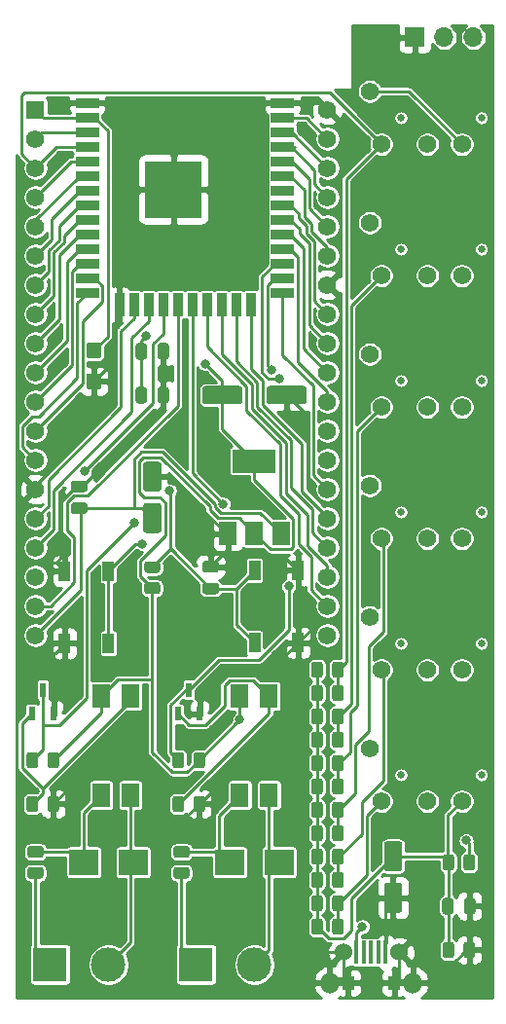
<source format=gbr>
%TF.GenerationSoftware,KiCad,Pcbnew,(5.1.10)-1*%
%TF.CreationDate,2021-10-16T09:54:26+02:00*%
%TF.ProjectId,Teleinfo,54656c65-696e-4666-9f2e-6b696361645f,rev?*%
%TF.SameCoordinates,Original*%
%TF.FileFunction,Copper,L1,Top*%
%TF.FilePolarity,Positive*%
%FSLAX46Y46*%
G04 Gerber Fmt 4.6, Leading zero omitted, Abs format (unit mm)*
G04 Created by KiCad (PCBNEW (5.1.10)-1) date 2021-10-16 09:54:26*
%MOMM*%
%LPD*%
G01*
G04 APERTURE LIST*
%TA.AperFunction,ComponentPad*%
%ADD10C,1.560000*%
%TD*%
%TA.AperFunction,ComponentPad*%
%ADD11R,1.560000X1.560000*%
%TD*%
%TA.AperFunction,SMDPad,CuDef*%
%ADD12R,0.600000X1.300000*%
%TD*%
%TA.AperFunction,SMDPad,CuDef*%
%ADD13R,1.550000X2.100000*%
%TD*%
%TA.AperFunction,ComponentPad*%
%ADD14C,0.650000*%
%TD*%
%TA.AperFunction,ComponentPad*%
%ADD15C,1.524000*%
%TD*%
%TA.AperFunction,ComponentPad*%
%ADD16O,1.524000X1.862000*%
%TD*%
%TA.AperFunction,SMDPad,CuDef*%
%ADD17R,0.400000X2.000000*%
%TD*%
%TA.AperFunction,SMDPad,CuDef*%
%ADD18R,1.100000X1.270000*%
%TD*%
%TA.AperFunction,ComponentPad*%
%ADD19O,1.700000X1.700000*%
%TD*%
%TA.AperFunction,ComponentPad*%
%ADD20R,1.700000X1.700000*%
%TD*%
%TA.AperFunction,SMDPad,CuDef*%
%ADD21R,1.500000X2.000000*%
%TD*%
%TA.AperFunction,SMDPad,CuDef*%
%ADD22R,3.800000X2.000000*%
%TD*%
%TA.AperFunction,SMDPad,CuDef*%
%ADD23R,1.000000X1.700000*%
%TD*%
%TA.AperFunction,SMDPad,CuDef*%
%ADD24R,2.500000X2.300000*%
%TD*%
%TA.AperFunction,ComponentPad*%
%ADD25C,3.000000*%
%TD*%
%TA.AperFunction,ComponentPad*%
%ADD26R,3.000000X3.000000*%
%TD*%
%TA.AperFunction,SMDPad,CuDef*%
%ADD27R,2.000000X0.900000*%
%TD*%
%TA.AperFunction,SMDPad,CuDef*%
%ADD28R,0.900000X2.000000*%
%TD*%
%TA.AperFunction,SMDPad,CuDef*%
%ADD29R,5.000000X5.000000*%
%TD*%
%TA.AperFunction,ViaPad*%
%ADD30C,0.800000*%
%TD*%
%TA.AperFunction,Conductor*%
%ADD31C,0.250000*%
%TD*%
%TA.AperFunction,Conductor*%
%ADD32C,0.254000*%
%TD*%
%TA.AperFunction,Conductor*%
%ADD33C,0.100000*%
%TD*%
G04 APERTURE END LIST*
D10*
%TO.P,U103,38*%
%TO.N,CLK*%
X82550000Y-107240000D03*
%TO.P,U103,37*%
%TO.N,SD0*%
X82550000Y-104700000D03*
%TO.P,U103,36*%
%TO.N,SD1*%
X82550000Y-102160000D03*
%TO.P,U103,35*%
%TO.N,IO15*%
X82550000Y-99620000D03*
%TO.P,U103,34*%
%TO.N,IO2*%
X82550000Y-97080000D03*
%TO.P,U103,33*%
%TO.N,IO0*%
X82550000Y-94540000D03*
%TO.P,U103,32*%
%TO.N,IO4*%
X82550000Y-92000000D03*
%TO.P,U103,31*%
%TO.N,IO16*%
X82550000Y-89460000D03*
%TO.P,U103,30*%
%TO.N,IO17*%
X82550000Y-86920000D03*
%TO.P,U103,29*%
%TO.N,IO5*%
X82550000Y-84380000D03*
%TO.P,U103,28*%
%TO.N,IO18*%
X82550000Y-81840000D03*
%TO.P,U103,27*%
%TO.N,IO19*%
X82550000Y-79300000D03*
%TO.P,U103,26*%
%TO.N,GND*%
X82550000Y-76760000D03*
%TO.P,U103,25*%
%TO.N,IO21*%
X82550000Y-74220000D03*
%TO.P,U103,24*%
%TO.N,IO3*%
X82550000Y-71680000D03*
%TO.P,U103,23*%
%TO.N,IO1*%
X82550000Y-69140000D03*
%TO.P,U103,22*%
%TO.N,IO22*%
X82550000Y-66600000D03*
%TO.P,U103,21*%
%TO.N,IO23*%
X82550000Y-64060000D03*
%TO.P,U103,20*%
%TO.N,GND*%
X82550000Y-61520000D03*
%TO.P,U103,18*%
%TO.N,CMD*%
X57150000Y-104700000D03*
%TO.P,U103,17*%
%TO.N,SD3*%
X57150000Y-102160000D03*
%TO.P,U103,16*%
%TO.N,SD2*%
X57150000Y-99620000D03*
%TO.P,U103,15*%
%TO.N,IO13*%
X57150000Y-97080000D03*
%TO.P,U103,14*%
%TO.N,GND*%
X57150000Y-94540000D03*
%TO.P,U103,13*%
%TO.N,IO12*%
X57150000Y-92000000D03*
%TO.P,U103,12*%
%TO.N,IO14*%
X57150000Y-89460000D03*
%TO.P,U103,11*%
%TO.N,IO27*%
X57150000Y-86920000D03*
%TO.P,U103,10*%
%TO.N,IO26*%
X57150000Y-84380000D03*
%TO.P,U103,9*%
%TO.N,IO25*%
X57150000Y-81840000D03*
%TO.P,U103,8*%
%TO.N,IO33*%
X57150000Y-79300000D03*
%TO.P,U103,7*%
%TO.N,IO32*%
X57150000Y-76760000D03*
%TO.P,U103,6*%
%TO.N,IO35*%
X57150000Y-74220000D03*
%TO.P,U103,5*%
%TO.N,IO34*%
X57150000Y-71680000D03*
%TO.P,U103,4*%
%TO.N,IO39*%
X57150000Y-69140000D03*
%TO.P,U103,3*%
%TO.N,IO36*%
X57150000Y-66600000D03*
%TO.P,U103,19*%
%TO.N,+5V*%
X57150000Y-107240000D03*
%TO.P,U103,2*%
%TO.N,EN*%
X57150000Y-64060000D03*
D11*
%TO.P,U103,1*%
%TO.N,+3V3*%
X57150000Y-61520000D03*
%TD*%
%TO.P,R314,2*%
%TO.N,GND*%
%TA.AperFunction,SMDPad,CuDef*%
G36*
G01*
X94380000Y-135070001D02*
X94380000Y-134169999D01*
G75*
G02*
X94629999Y-133920000I249999J0D01*
G01*
X95155001Y-133920000D01*
G75*
G02*
X95405000Y-134169999I0J-249999D01*
G01*
X95405000Y-135070001D01*
G75*
G02*
X95155001Y-135320000I-249999J0D01*
G01*
X94629999Y-135320000D01*
G75*
G02*
X94380000Y-135070001I0J249999D01*
G01*
G37*
%TD.AperFunction*%
%TO.P,R314,1*%
%TO.N,/Sheet6120A21B/currentRef*%
%TA.AperFunction,SMDPad,CuDef*%
G36*
G01*
X92555000Y-135070001D02*
X92555000Y-134169999D01*
G75*
G02*
X92804999Y-133920000I249999J0D01*
G01*
X93330001Y-133920000D01*
G75*
G02*
X93580000Y-134169999I0J-249999D01*
G01*
X93580000Y-135070001D01*
G75*
G02*
X93330001Y-135320000I-249999J0D01*
G01*
X92804999Y-135320000D01*
G75*
G02*
X92555000Y-135070001I0J249999D01*
G01*
G37*
%TD.AperFunction*%
%TD*%
%TO.P,R313,2*%
%TO.N,/Sheet6120A21B/currentRef*%
%TA.AperFunction,SMDPad,CuDef*%
G36*
G01*
X93580000Y-126549999D02*
X93580000Y-127450001D01*
G75*
G02*
X93330001Y-127700000I-249999J0D01*
G01*
X92804999Y-127700000D01*
G75*
G02*
X92555000Y-127450001I0J249999D01*
G01*
X92555000Y-126549999D01*
G75*
G02*
X92804999Y-126300000I249999J0D01*
G01*
X93330001Y-126300000D01*
G75*
G02*
X93580000Y-126549999I0J-249999D01*
G01*
G37*
%TD.AperFunction*%
%TO.P,R313,1*%
%TO.N,+3V3*%
%TA.AperFunction,SMDPad,CuDef*%
G36*
G01*
X95405000Y-126549999D02*
X95405000Y-127450001D01*
G75*
G02*
X95155001Y-127700000I-249999J0D01*
G01*
X94629999Y-127700000D01*
G75*
G02*
X94380000Y-127450001I0J249999D01*
G01*
X94380000Y-126549999D01*
G75*
G02*
X94629999Y-126300000I249999J0D01*
G01*
X95155001Y-126300000D01*
G75*
G02*
X95405000Y-126549999I0J-249999D01*
G01*
G37*
%TD.AperFunction*%
%TD*%
%TO.P,R310,2*%
%TO.N,/Sheet6120A21B/currentRef*%
%TA.AperFunction,SMDPad,CuDef*%
G36*
G01*
X82150000Y-128073999D02*
X82150000Y-128974001D01*
G75*
G02*
X81900001Y-129224000I-249999J0D01*
G01*
X81374999Y-129224000D01*
G75*
G02*
X81125000Y-128974001I0J249999D01*
G01*
X81125000Y-128073999D01*
G75*
G02*
X81374999Y-127824000I249999J0D01*
G01*
X81900001Y-127824000D01*
G75*
G02*
X82150000Y-128073999I0J-249999D01*
G01*
G37*
%TD.AperFunction*%
%TO.P,R310,1*%
%TO.N,IO32*%
%TA.AperFunction,SMDPad,CuDef*%
G36*
G01*
X83975000Y-128073999D02*
X83975000Y-128974001D01*
G75*
G02*
X83725001Y-129224000I-249999J0D01*
G01*
X83199999Y-129224000D01*
G75*
G02*
X82950000Y-128974001I0J249999D01*
G01*
X82950000Y-128073999D01*
G75*
G02*
X83199999Y-127824000I249999J0D01*
G01*
X83725001Y-127824000D01*
G75*
G02*
X83975000Y-128073999I0J-249999D01*
G01*
G37*
%TD.AperFunction*%
%TD*%
%TO.P,R309,2*%
%TO.N,/Sheet6120A21B/currentRef*%
%TA.AperFunction,SMDPad,CuDef*%
G36*
G01*
X82150000Y-126041999D02*
X82150000Y-126942001D01*
G75*
G02*
X81900001Y-127192000I-249999J0D01*
G01*
X81374999Y-127192000D01*
G75*
G02*
X81125000Y-126942001I0J249999D01*
G01*
X81125000Y-126041999D01*
G75*
G02*
X81374999Y-125792000I249999J0D01*
G01*
X81900001Y-125792000D01*
G75*
G02*
X82150000Y-126041999I0J-249999D01*
G01*
G37*
%TD.AperFunction*%
%TO.P,R309,1*%
%TO.N,IO32*%
%TA.AperFunction,SMDPad,CuDef*%
G36*
G01*
X83975000Y-126041999D02*
X83975000Y-126942001D01*
G75*
G02*
X83725001Y-127192000I-249999J0D01*
G01*
X83199999Y-127192000D01*
G75*
G02*
X82950000Y-126942001I0J249999D01*
G01*
X82950000Y-126041999D01*
G75*
G02*
X83199999Y-125792000I249999J0D01*
G01*
X83725001Y-125792000D01*
G75*
G02*
X83975000Y-126041999I0J-249999D01*
G01*
G37*
%TD.AperFunction*%
%TD*%
%TO.P,R308,2*%
%TO.N,/Sheet6120A21B/currentRef*%
%TA.AperFunction,SMDPad,CuDef*%
G36*
G01*
X82150000Y-124009999D02*
X82150000Y-124910001D01*
G75*
G02*
X81900001Y-125160000I-249999J0D01*
G01*
X81374999Y-125160000D01*
G75*
G02*
X81125000Y-124910001I0J249999D01*
G01*
X81125000Y-124009999D01*
G75*
G02*
X81374999Y-123760000I249999J0D01*
G01*
X81900001Y-123760000D01*
G75*
G02*
X82150000Y-124009999I0J-249999D01*
G01*
G37*
%TD.AperFunction*%
%TO.P,R308,1*%
%TO.N,IO35*%
%TA.AperFunction,SMDPad,CuDef*%
G36*
G01*
X83975000Y-124009999D02*
X83975000Y-124910001D01*
G75*
G02*
X83725001Y-125160000I-249999J0D01*
G01*
X83199999Y-125160000D01*
G75*
G02*
X82950000Y-124910001I0J249999D01*
G01*
X82950000Y-124009999D01*
G75*
G02*
X83199999Y-123760000I249999J0D01*
G01*
X83725001Y-123760000D01*
G75*
G02*
X83975000Y-124009999I0J-249999D01*
G01*
G37*
%TD.AperFunction*%
%TD*%
%TO.P,R307,2*%
%TO.N,/Sheet6120A21B/currentRef*%
%TA.AperFunction,SMDPad,CuDef*%
G36*
G01*
X82150000Y-121977999D02*
X82150000Y-122878001D01*
G75*
G02*
X81900001Y-123128000I-249999J0D01*
G01*
X81374999Y-123128000D01*
G75*
G02*
X81125000Y-122878001I0J249999D01*
G01*
X81125000Y-121977999D01*
G75*
G02*
X81374999Y-121728000I249999J0D01*
G01*
X81900001Y-121728000D01*
G75*
G02*
X82150000Y-121977999I0J-249999D01*
G01*
G37*
%TD.AperFunction*%
%TO.P,R307,1*%
%TO.N,IO35*%
%TA.AperFunction,SMDPad,CuDef*%
G36*
G01*
X83975000Y-121977999D02*
X83975000Y-122878001D01*
G75*
G02*
X83725001Y-123128000I-249999J0D01*
G01*
X83199999Y-123128000D01*
G75*
G02*
X82950000Y-122878001I0J249999D01*
G01*
X82950000Y-121977999D01*
G75*
G02*
X83199999Y-121728000I249999J0D01*
G01*
X83725001Y-121728000D01*
G75*
G02*
X83975000Y-121977999I0J-249999D01*
G01*
G37*
%TD.AperFunction*%
%TD*%
D12*
%TO.P,Q202,3*%
%TO.N,IO16*%
X70485000Y-111980000D03*
%TO.P,Q202,2*%
%TO.N,GND*%
X71435000Y-114080000D03*
%TO.P,Q202,1*%
%TO.N,Net-(IC202-Pad3)*%
X69535000Y-114080000D03*
%TD*%
%TO.P,Q201,3*%
%TO.N,IO3*%
X57785000Y-111980000D03*
%TO.P,Q201,2*%
%TO.N,GND*%
X58735000Y-114080000D03*
%TO.P,Q201,1*%
%TO.N,Net-(IC201-Pad3)*%
X56835000Y-114080000D03*
%TD*%
D13*
%TO.P,IC202,4*%
%TO.N,+3V3*%
X74930000Y-112540000D03*
%TO.P,IC202,3*%
%TO.N,Net-(IC202-Pad3)*%
X77470000Y-112540000D03*
%TO.P,IC202,2*%
%TO.N,Net-(D202-Pad2)*%
X77470000Y-121140000D03*
%TO.P,IC202,1*%
%TO.N,Net-(D202-Pad1)*%
X74930000Y-121140000D03*
%TD*%
%TO.P,IC201,4*%
%TO.N,+3V3*%
X62865000Y-112540000D03*
%TO.P,IC201,3*%
%TO.N,Net-(IC201-Pad3)*%
X65405000Y-112540000D03*
%TO.P,IC201,2*%
%TO.N,Net-(D201-Pad2)*%
X65405000Y-121140000D03*
%TO.P,IC201,1*%
%TO.N,Net-(D201-Pad1)*%
X62865000Y-121140000D03*
%TD*%
D10*
%TO.P,J301,2*%
%TO.N,/Sheet6120A21B/currentRef*%
X94240000Y-64530000D03*
%TO.P,J301,3*%
%TO.N,N/C*%
X91240000Y-64530000D03*
%TO.P,J301,4*%
%TO.N,IO36*%
X87240000Y-64530000D03*
%TO.P,J301,5*%
%TO.N,/Sheet6120A21B/currentRef*%
X86240000Y-59930000D03*
D14*
%TO.P,J301,MH1*%
%TO.N,N/C*%
X95940000Y-62230000D03*
%TO.P,J301,MH2*%
X88940000Y-62230000D03*
%TD*%
D10*
%TO.P,J306,2*%
%TO.N,/Sheet6120A21B/currentRef*%
X94240000Y-121680000D03*
%TO.P,J306,3*%
%TO.N,N/C*%
X91240000Y-121680000D03*
%TO.P,J306,4*%
%TO.N,IO33*%
X87240000Y-121680000D03*
%TO.P,J306,5*%
%TO.N,/Sheet6120A21B/currentRef*%
X86240000Y-117080000D03*
D14*
%TO.P,J306,MH1*%
%TO.N,N/C*%
X95940000Y-119380000D03*
%TO.P,J306,MH2*%
X88940000Y-119380000D03*
%TD*%
D10*
%TO.P,J305,2*%
%TO.N,/Sheet6120A21B/currentRef*%
X94240000Y-110250000D03*
%TO.P,J305,3*%
%TO.N,N/C*%
X91240000Y-110250000D03*
%TO.P,J305,4*%
%TO.N,IO32*%
X87240000Y-110250000D03*
%TO.P,J305,5*%
%TO.N,/Sheet6120A21B/currentRef*%
X86240000Y-105650000D03*
D14*
%TO.P,J305,MH1*%
%TO.N,N/C*%
X95940000Y-107950000D03*
%TO.P,J305,MH2*%
X88940000Y-107950000D03*
%TD*%
D10*
%TO.P,J304,2*%
%TO.N,/Sheet6120A21B/currentRef*%
X94240000Y-98820000D03*
%TO.P,J304,3*%
%TO.N,N/C*%
X91240000Y-98820000D03*
%TO.P,J304,4*%
%TO.N,IO35*%
X87240000Y-98820000D03*
%TO.P,J304,5*%
%TO.N,/Sheet6120A21B/currentRef*%
X86240000Y-94220000D03*
D14*
%TO.P,J304,MH1*%
%TO.N,N/C*%
X95940000Y-96520000D03*
%TO.P,J304,MH2*%
X88940000Y-96520000D03*
%TD*%
D10*
%TO.P,J303,2*%
%TO.N,/Sheet6120A21B/currentRef*%
X94240000Y-87390000D03*
%TO.P,J303,3*%
%TO.N,N/C*%
X91240000Y-87390000D03*
%TO.P,J303,4*%
%TO.N,IO34*%
X87240000Y-87390000D03*
%TO.P,J303,5*%
%TO.N,/Sheet6120A21B/currentRef*%
X86240000Y-82790000D03*
D14*
%TO.P,J303,MH1*%
%TO.N,N/C*%
X95940000Y-85090000D03*
%TO.P,J303,MH2*%
X88940000Y-85090000D03*
%TD*%
D10*
%TO.P,J302,2*%
%TO.N,/Sheet6120A21B/currentRef*%
X94240000Y-75960000D03*
%TO.P,J302,3*%
%TO.N,N/C*%
X91240000Y-75960000D03*
%TO.P,J302,4*%
%TO.N,IO39*%
X87240000Y-75960000D03*
%TO.P,J302,5*%
%TO.N,/Sheet6120A21B/currentRef*%
X86240000Y-71360000D03*
D14*
%TO.P,J302,MH1*%
%TO.N,N/C*%
X95940000Y-73660000D03*
%TO.P,J302,MH2*%
X88940000Y-73660000D03*
%TD*%
%TO.P,C302,2*%
%TO.N,GND*%
%TA.AperFunction,SMDPad,CuDef*%
G36*
G01*
X87715000Y-128770000D02*
X88815000Y-128770000D01*
G75*
G02*
X89065000Y-129020000I0J-250000D01*
G01*
X89065000Y-131120000D01*
G75*
G02*
X88815000Y-131370000I-250000J0D01*
G01*
X87715000Y-131370000D01*
G75*
G02*
X87465000Y-131120000I0J250000D01*
G01*
X87465000Y-129020000D01*
G75*
G02*
X87715000Y-128770000I250000J0D01*
G01*
G37*
%TD.AperFunction*%
%TO.P,C302,1*%
%TO.N,/Sheet6120A21B/currentRef*%
%TA.AperFunction,SMDPad,CuDef*%
G36*
G01*
X87715000Y-125170000D02*
X88815000Y-125170000D01*
G75*
G02*
X89065000Y-125420000I0J-250000D01*
G01*
X89065000Y-127520000D01*
G75*
G02*
X88815000Y-127770000I-250000J0D01*
G01*
X87715000Y-127770000D01*
G75*
G02*
X87465000Y-127520000I0J250000D01*
G01*
X87465000Y-125420000D01*
G75*
G02*
X87715000Y-125170000I250000J0D01*
G01*
G37*
%TD.AperFunction*%
%TD*%
%TO.P,C103,2*%
%TO.N,GND*%
%TA.AperFunction,SMDPad,CuDef*%
G36*
G01*
X61804999Y-84470000D02*
X62655001Y-84470000D01*
G75*
G02*
X62905000Y-84719999I0J-249999D01*
G01*
X62905000Y-85620001D01*
G75*
G02*
X62655001Y-85870000I-249999J0D01*
G01*
X61804999Y-85870000D01*
G75*
G02*
X61555000Y-85620001I0J249999D01*
G01*
X61555000Y-84719999D01*
G75*
G02*
X61804999Y-84470000I249999J0D01*
G01*
G37*
%TD.AperFunction*%
%TO.P,C103,1*%
%TO.N,+3V3*%
%TA.AperFunction,SMDPad,CuDef*%
G36*
G01*
X61804999Y-81770000D02*
X62655001Y-81770000D01*
G75*
G02*
X62905000Y-82019999I0J-249999D01*
G01*
X62905000Y-82920001D01*
G75*
G02*
X62655001Y-83170000I-249999J0D01*
G01*
X61804999Y-83170000D01*
G75*
G02*
X61555000Y-82920001I0J249999D01*
G01*
X61555000Y-82019999D01*
G75*
G02*
X61804999Y-81770000I249999J0D01*
G01*
G37*
%TD.AperFunction*%
%TD*%
%TO.P,R312,2*%
%TO.N,/Sheet6120A21B/currentRef*%
%TA.AperFunction,SMDPad,CuDef*%
G36*
G01*
X82150000Y-132137998D02*
X82150000Y-133038002D01*
G75*
G02*
X81900002Y-133288000I-249998J0D01*
G01*
X81374998Y-133288000D01*
G75*
G02*
X81125000Y-133038002I0J249998D01*
G01*
X81125000Y-132137998D01*
G75*
G02*
X81374998Y-131888000I249998J0D01*
G01*
X81900002Y-131888000D01*
G75*
G02*
X82150000Y-132137998I0J-249998D01*
G01*
G37*
%TD.AperFunction*%
%TO.P,R312,1*%
%TO.N,IO33*%
%TA.AperFunction,SMDPad,CuDef*%
G36*
G01*
X83975000Y-132137998D02*
X83975000Y-133038002D01*
G75*
G02*
X83725002Y-133288000I-249998J0D01*
G01*
X83199998Y-133288000D01*
G75*
G02*
X82950000Y-133038002I0J249998D01*
G01*
X82950000Y-132137998D01*
G75*
G02*
X83199998Y-131888000I249998J0D01*
G01*
X83725002Y-131888000D01*
G75*
G02*
X83975000Y-132137998I0J-249998D01*
G01*
G37*
%TD.AperFunction*%
%TD*%
%TO.P,R311,2*%
%TO.N,/Sheet6120A21B/currentRef*%
%TA.AperFunction,SMDPad,CuDef*%
G36*
G01*
X82150000Y-130105998D02*
X82150000Y-131006002D01*
G75*
G02*
X81900002Y-131256000I-249998J0D01*
G01*
X81374998Y-131256000D01*
G75*
G02*
X81125000Y-131006002I0J249998D01*
G01*
X81125000Y-130105998D01*
G75*
G02*
X81374998Y-129856000I249998J0D01*
G01*
X81900002Y-129856000D01*
G75*
G02*
X82150000Y-130105998I0J-249998D01*
G01*
G37*
%TD.AperFunction*%
%TO.P,R311,1*%
%TO.N,IO33*%
%TA.AperFunction,SMDPad,CuDef*%
G36*
G01*
X83975000Y-130105998D02*
X83975000Y-131006002D01*
G75*
G02*
X83725002Y-131256000I-249998J0D01*
G01*
X83199998Y-131256000D01*
G75*
G02*
X82950000Y-131006002I0J249998D01*
G01*
X82950000Y-130105998D01*
G75*
G02*
X83199998Y-129856000I249998J0D01*
G01*
X83725002Y-129856000D01*
G75*
G02*
X83975000Y-130105998I0J-249998D01*
G01*
G37*
%TD.AperFunction*%
%TD*%
%TO.P,R306,2*%
%TO.N,/Sheet6120A21B/currentRef*%
%TA.AperFunction,SMDPad,CuDef*%
G36*
G01*
X82150000Y-119945998D02*
X82150000Y-120846002D01*
G75*
G02*
X81900002Y-121096000I-249998J0D01*
G01*
X81374998Y-121096000D01*
G75*
G02*
X81125000Y-120846002I0J249998D01*
G01*
X81125000Y-119945998D01*
G75*
G02*
X81374998Y-119696000I249998J0D01*
G01*
X81900002Y-119696000D01*
G75*
G02*
X82150000Y-119945998I0J-249998D01*
G01*
G37*
%TD.AperFunction*%
%TO.P,R306,1*%
%TO.N,IO34*%
%TA.AperFunction,SMDPad,CuDef*%
G36*
G01*
X83975000Y-119945998D02*
X83975000Y-120846002D01*
G75*
G02*
X83725002Y-121096000I-249998J0D01*
G01*
X83199998Y-121096000D01*
G75*
G02*
X82950000Y-120846002I0J249998D01*
G01*
X82950000Y-119945998D01*
G75*
G02*
X83199998Y-119696000I249998J0D01*
G01*
X83725002Y-119696000D01*
G75*
G02*
X83975000Y-119945998I0J-249998D01*
G01*
G37*
%TD.AperFunction*%
%TD*%
%TO.P,R305,2*%
%TO.N,/Sheet6120A21B/currentRef*%
%TA.AperFunction,SMDPad,CuDef*%
G36*
G01*
X82150000Y-117913998D02*
X82150000Y-118814002D01*
G75*
G02*
X81900002Y-119064000I-249998J0D01*
G01*
X81374998Y-119064000D01*
G75*
G02*
X81125000Y-118814002I0J249998D01*
G01*
X81125000Y-117913998D01*
G75*
G02*
X81374998Y-117664000I249998J0D01*
G01*
X81900002Y-117664000D01*
G75*
G02*
X82150000Y-117913998I0J-249998D01*
G01*
G37*
%TD.AperFunction*%
%TO.P,R305,1*%
%TO.N,IO34*%
%TA.AperFunction,SMDPad,CuDef*%
G36*
G01*
X83975000Y-117913998D02*
X83975000Y-118814002D01*
G75*
G02*
X83725002Y-119064000I-249998J0D01*
G01*
X83199998Y-119064000D01*
G75*
G02*
X82950000Y-118814002I0J249998D01*
G01*
X82950000Y-117913998D01*
G75*
G02*
X83199998Y-117664000I249998J0D01*
G01*
X83725002Y-117664000D01*
G75*
G02*
X83975000Y-117913998I0J-249998D01*
G01*
G37*
%TD.AperFunction*%
%TD*%
%TO.P,R304,2*%
%TO.N,/Sheet6120A21B/currentRef*%
%TA.AperFunction,SMDPad,CuDef*%
G36*
G01*
X82150000Y-115881998D02*
X82150000Y-116782002D01*
G75*
G02*
X81900002Y-117032000I-249998J0D01*
G01*
X81374998Y-117032000D01*
G75*
G02*
X81125000Y-116782002I0J249998D01*
G01*
X81125000Y-115881998D01*
G75*
G02*
X81374998Y-115632000I249998J0D01*
G01*
X81900002Y-115632000D01*
G75*
G02*
X82150000Y-115881998I0J-249998D01*
G01*
G37*
%TD.AperFunction*%
%TO.P,R304,1*%
%TO.N,IO39*%
%TA.AperFunction,SMDPad,CuDef*%
G36*
G01*
X83975000Y-115881998D02*
X83975000Y-116782002D01*
G75*
G02*
X83725002Y-117032000I-249998J0D01*
G01*
X83199998Y-117032000D01*
G75*
G02*
X82950000Y-116782002I0J249998D01*
G01*
X82950000Y-115881998D01*
G75*
G02*
X83199998Y-115632000I249998J0D01*
G01*
X83725002Y-115632000D01*
G75*
G02*
X83975000Y-115881998I0J-249998D01*
G01*
G37*
%TD.AperFunction*%
%TD*%
%TO.P,R303,2*%
%TO.N,/Sheet6120A21B/currentRef*%
%TA.AperFunction,SMDPad,CuDef*%
G36*
G01*
X82150000Y-113849998D02*
X82150000Y-114750002D01*
G75*
G02*
X81900002Y-115000000I-249998J0D01*
G01*
X81374998Y-115000000D01*
G75*
G02*
X81125000Y-114750002I0J249998D01*
G01*
X81125000Y-113849998D01*
G75*
G02*
X81374998Y-113600000I249998J0D01*
G01*
X81900002Y-113600000D01*
G75*
G02*
X82150000Y-113849998I0J-249998D01*
G01*
G37*
%TD.AperFunction*%
%TO.P,R303,1*%
%TO.N,IO39*%
%TA.AperFunction,SMDPad,CuDef*%
G36*
G01*
X83975000Y-113849998D02*
X83975000Y-114750002D01*
G75*
G02*
X83725002Y-115000000I-249998J0D01*
G01*
X83199998Y-115000000D01*
G75*
G02*
X82950000Y-114750002I0J249998D01*
G01*
X82950000Y-113849998D01*
G75*
G02*
X83199998Y-113600000I249998J0D01*
G01*
X83725002Y-113600000D01*
G75*
G02*
X83975000Y-113849998I0J-249998D01*
G01*
G37*
%TD.AperFunction*%
%TD*%
%TO.P,R302,2*%
%TO.N,/Sheet6120A21B/currentRef*%
%TA.AperFunction,SMDPad,CuDef*%
G36*
G01*
X82150000Y-111817998D02*
X82150000Y-112718002D01*
G75*
G02*
X81900002Y-112968000I-249998J0D01*
G01*
X81374998Y-112968000D01*
G75*
G02*
X81125000Y-112718002I0J249998D01*
G01*
X81125000Y-111817998D01*
G75*
G02*
X81374998Y-111568000I249998J0D01*
G01*
X81900002Y-111568000D01*
G75*
G02*
X82150000Y-111817998I0J-249998D01*
G01*
G37*
%TD.AperFunction*%
%TO.P,R302,1*%
%TO.N,IO36*%
%TA.AperFunction,SMDPad,CuDef*%
G36*
G01*
X83975000Y-111817998D02*
X83975000Y-112718002D01*
G75*
G02*
X83725002Y-112968000I-249998J0D01*
G01*
X83199998Y-112968000D01*
G75*
G02*
X82950000Y-112718002I0J249998D01*
G01*
X82950000Y-111817998D01*
G75*
G02*
X83199998Y-111568000I249998J0D01*
G01*
X83725002Y-111568000D01*
G75*
G02*
X83975000Y-111817998I0J-249998D01*
G01*
G37*
%TD.AperFunction*%
%TD*%
%TO.P,C107,2*%
%TO.N,GND*%
%TA.AperFunction,SMDPad,CuDef*%
G36*
G01*
X77250000Y-86910000D02*
X77250000Y-85810000D01*
G75*
G02*
X77500000Y-85560000I250000J0D01*
G01*
X80500000Y-85560000D01*
G75*
G02*
X80750000Y-85810000I0J-250000D01*
G01*
X80750000Y-86910000D01*
G75*
G02*
X80500000Y-87160000I-250000J0D01*
G01*
X77500000Y-87160000D01*
G75*
G02*
X77250000Y-86910000I0J250000D01*
G01*
G37*
%TD.AperFunction*%
%TO.P,C107,1*%
%TO.N,+3V3*%
%TA.AperFunction,SMDPad,CuDef*%
G36*
G01*
X71650000Y-86910000D02*
X71650000Y-85810000D01*
G75*
G02*
X71900000Y-85560000I250000J0D01*
G01*
X74900000Y-85560000D01*
G75*
G02*
X75150000Y-85810000I0J-250000D01*
G01*
X75150000Y-86910000D01*
G75*
G02*
X74900000Y-87160000I-250000J0D01*
G01*
X71900000Y-87160000D01*
G75*
G02*
X71650000Y-86910000I0J250000D01*
G01*
G37*
%TD.AperFunction*%
%TD*%
D15*
%TO.P,J101,6*%
%TO.N,GND*%
X88785000Y-134823000D03*
X83935000Y-134823000D03*
D16*
X89985000Y-137473000D03*
X82735000Y-137473000D03*
D17*
%TO.P,J101,5*%
X87630000Y-134823000D03*
%TO.P,J101,4*%
%TO.N,N/C*%
X86995000Y-134823000D03*
%TO.P,J101,3*%
X86360000Y-134823000D03*
%TO.P,J101,2*%
X85725000Y-134823000D03*
%TO.P,J101,1*%
%TO.N,+5V*%
X85090000Y-134823000D03*
D18*
%TO.P,J101,6*%
%TO.N,GND*%
X88360000Y-137473000D03*
X84360000Y-137473000D03*
%TD*%
D19*
%TO.P,J102,3*%
%TO.N,IO3*%
X95250000Y-55245000D03*
%TO.P,J102,2*%
%TO.N,IO1*%
X92710000Y-55245000D03*
D20*
%TO.P,J102,1*%
%TO.N,GND*%
X90170000Y-55245000D03*
%TD*%
%TO.P,C104,2*%
%TO.N,GND*%
%TA.AperFunction,SMDPad,CuDef*%
G36*
G01*
X67860000Y-94750000D02*
X66760000Y-94750000D01*
G75*
G02*
X66510000Y-94500000I0J250000D01*
G01*
X66510000Y-92400000D01*
G75*
G02*
X66760000Y-92150000I250000J0D01*
G01*
X67860000Y-92150000D01*
G75*
G02*
X68110000Y-92400000I0J-250000D01*
G01*
X68110000Y-94500000D01*
G75*
G02*
X67860000Y-94750000I-250000J0D01*
G01*
G37*
%TD.AperFunction*%
%TO.P,C104,1*%
%TO.N,+5V*%
%TA.AperFunction,SMDPad,CuDef*%
G36*
G01*
X67860000Y-98350000D02*
X66760000Y-98350000D01*
G75*
G02*
X66510000Y-98100000I0J250000D01*
G01*
X66510000Y-96000000D01*
G75*
G02*
X66760000Y-95750000I250000J0D01*
G01*
X67860000Y-95750000D01*
G75*
G02*
X68110000Y-96000000I0J-250000D01*
G01*
X68110000Y-98100000D01*
G75*
G02*
X67860000Y-98350000I-250000J0D01*
G01*
G37*
%TD.AperFunction*%
%TD*%
%TO.P,R101,2*%
%TO.N,EN*%
%TA.AperFunction,SMDPad,CuDef*%
G36*
G01*
X67760002Y-101835000D02*
X66859998Y-101835000D01*
G75*
G02*
X66610000Y-101585002I0J249998D01*
G01*
X66610000Y-101059998D01*
G75*
G02*
X66859998Y-100810000I249998J0D01*
G01*
X67760002Y-100810000D01*
G75*
G02*
X68010000Y-101059998I0J-249998D01*
G01*
X68010000Y-101585002D01*
G75*
G02*
X67760002Y-101835000I-249998J0D01*
G01*
G37*
%TD.AperFunction*%
%TO.P,R101,1*%
%TO.N,+3V3*%
%TA.AperFunction,SMDPad,CuDef*%
G36*
G01*
X67760002Y-103660000D02*
X66859998Y-103660000D01*
G75*
G02*
X66610000Y-103410002I0J249998D01*
G01*
X66610000Y-102884998D01*
G75*
G02*
X66859998Y-102635000I249998J0D01*
G01*
X67760002Y-102635000D01*
G75*
G02*
X68010000Y-102884998I0J-249998D01*
G01*
X68010000Y-103410002D01*
G75*
G02*
X67760002Y-103660000I-249998J0D01*
G01*
G37*
%TD.AperFunction*%
%TD*%
%TO.P,C106,2*%
%TO.N,GND*%
%TA.AperFunction,SMDPad,CuDef*%
G36*
G01*
X67760000Y-86835000D02*
X67760000Y-85885000D01*
G75*
G02*
X68010000Y-85635000I250000J0D01*
G01*
X68510000Y-85635000D01*
G75*
G02*
X68760000Y-85885000I0J-250000D01*
G01*
X68760000Y-86835000D01*
G75*
G02*
X68510000Y-87085000I-250000J0D01*
G01*
X68010000Y-87085000D01*
G75*
G02*
X67760000Y-86835000I0J250000D01*
G01*
G37*
%TD.AperFunction*%
%TO.P,C106,1*%
%TO.N,+3V3*%
%TA.AperFunction,SMDPad,CuDef*%
G36*
G01*
X65860000Y-86835000D02*
X65860000Y-85885000D01*
G75*
G02*
X66110000Y-85635000I250000J0D01*
G01*
X66610000Y-85635000D01*
G75*
G02*
X66860000Y-85885000I0J-250000D01*
G01*
X66860000Y-86835000D01*
G75*
G02*
X66610000Y-87085000I-250000J0D01*
G01*
X66110000Y-87085000D01*
G75*
G02*
X65860000Y-86835000I0J250000D01*
G01*
G37*
%TD.AperFunction*%
%TD*%
%TO.P,C105,2*%
%TO.N,GND*%
%TA.AperFunction,SMDPad,CuDef*%
G36*
G01*
X61435000Y-94800000D02*
X60485000Y-94800000D01*
G75*
G02*
X60235000Y-94550000I0J250000D01*
G01*
X60235000Y-94050000D01*
G75*
G02*
X60485000Y-93800000I250000J0D01*
G01*
X61435000Y-93800000D01*
G75*
G02*
X61685000Y-94050000I0J-250000D01*
G01*
X61685000Y-94550000D01*
G75*
G02*
X61435000Y-94800000I-250000J0D01*
G01*
G37*
%TD.AperFunction*%
%TO.P,C105,1*%
%TO.N,+5V*%
%TA.AperFunction,SMDPad,CuDef*%
G36*
G01*
X61435000Y-96700000D02*
X60485000Y-96700000D01*
G75*
G02*
X60235000Y-96450000I0J250000D01*
G01*
X60235000Y-95950000D01*
G75*
G02*
X60485000Y-95700000I250000J0D01*
G01*
X61435000Y-95700000D01*
G75*
G02*
X61685000Y-95950000I0J-250000D01*
G01*
X61685000Y-96450000D01*
G75*
G02*
X61435000Y-96700000I-250000J0D01*
G01*
G37*
%TD.AperFunction*%
%TD*%
%TO.P,C101,2*%
%TO.N,GND*%
%TA.AperFunction,SMDPad,CuDef*%
G36*
G01*
X72865000Y-101785000D02*
X71915000Y-101785000D01*
G75*
G02*
X71665000Y-101535000I0J250000D01*
G01*
X71665000Y-101035000D01*
G75*
G02*
X71915000Y-100785000I250000J0D01*
G01*
X72865000Y-100785000D01*
G75*
G02*
X73115000Y-101035000I0J-250000D01*
G01*
X73115000Y-101535000D01*
G75*
G02*
X72865000Y-101785000I-250000J0D01*
G01*
G37*
%TD.AperFunction*%
%TO.P,C101,1*%
%TO.N,EN*%
%TA.AperFunction,SMDPad,CuDef*%
G36*
G01*
X72865000Y-103685000D02*
X71915000Y-103685000D01*
G75*
G02*
X71665000Y-103435000I0J250000D01*
G01*
X71665000Y-102935000D01*
G75*
G02*
X71915000Y-102685000I250000J0D01*
G01*
X72865000Y-102685000D01*
G75*
G02*
X73115000Y-102935000I0J-250000D01*
G01*
X73115000Y-103435000D01*
G75*
G02*
X72865000Y-103685000I-250000J0D01*
G01*
G37*
%TD.AperFunction*%
%TD*%
%TO.P,C102,2*%
%TO.N,GND*%
%TA.AperFunction,SMDPad,CuDef*%
G36*
G01*
X67760000Y-83025000D02*
X67760000Y-82075000D01*
G75*
G02*
X68010000Y-81825000I250000J0D01*
G01*
X68510000Y-81825000D01*
G75*
G02*
X68760000Y-82075000I0J-250000D01*
G01*
X68760000Y-83025000D01*
G75*
G02*
X68510000Y-83275000I-250000J0D01*
G01*
X68010000Y-83275000D01*
G75*
G02*
X67760000Y-83025000I0J250000D01*
G01*
G37*
%TD.AperFunction*%
%TO.P,C102,1*%
%TO.N,+3V3*%
%TA.AperFunction,SMDPad,CuDef*%
G36*
G01*
X65860000Y-83025000D02*
X65860000Y-82075000D01*
G75*
G02*
X66110000Y-81825000I250000J0D01*
G01*
X66610000Y-81825000D01*
G75*
G02*
X66860000Y-82075000I0J-250000D01*
G01*
X66860000Y-83025000D01*
G75*
G02*
X66610000Y-83275000I-250000J0D01*
G01*
X66110000Y-83275000D01*
G75*
G02*
X65860000Y-83025000I0J250000D01*
G01*
G37*
%TD.AperFunction*%
%TD*%
D21*
%TO.P,U102,1*%
%TO.N,GND*%
X73900000Y-98400000D03*
%TO.P,U102,3*%
%TO.N,+5V*%
X78500000Y-98400000D03*
%TO.P,U102,2*%
%TO.N,+3V3*%
X76200000Y-98400000D03*
D22*
X76200000Y-92100000D03*
%TD*%
D23*
%TO.P,SW101,2*%
%TO.N,IO0*%
X63490000Y-101650000D03*
X63490000Y-107950000D03*
%TO.P,SW101,1*%
%TO.N,GND*%
X59690000Y-101650000D03*
X59690000Y-107950000D03*
%TD*%
%TO.P,SW102,2*%
%TO.N,GND*%
X80010000Y-101600000D03*
X80010000Y-107900000D03*
%TO.P,SW102,1*%
%TO.N,EN*%
X76210000Y-101600000D03*
X76210000Y-107900000D03*
%TD*%
%TO.P,R301,2*%
%TO.N,/Sheet6120A21B/currentRef*%
%TA.AperFunction,SMDPad,CuDef*%
G36*
G01*
X82150000Y-109785998D02*
X82150000Y-110686002D01*
G75*
G02*
X81900002Y-110936000I-249998J0D01*
G01*
X81374998Y-110936000D01*
G75*
G02*
X81125000Y-110686002I0J249998D01*
G01*
X81125000Y-109785998D01*
G75*
G02*
X81374998Y-109536000I249998J0D01*
G01*
X81900002Y-109536000D01*
G75*
G02*
X82150000Y-109785998I0J-249998D01*
G01*
G37*
%TD.AperFunction*%
%TO.P,R301,1*%
%TO.N,IO36*%
%TA.AperFunction,SMDPad,CuDef*%
G36*
G01*
X83975000Y-109785998D02*
X83975000Y-110686002D01*
G75*
G02*
X83725002Y-110936000I-249998J0D01*
G01*
X83199998Y-110936000D01*
G75*
G02*
X82950000Y-110686002I0J249998D01*
G01*
X82950000Y-109785998D01*
G75*
G02*
X83199998Y-109536000I249998J0D01*
G01*
X83725002Y-109536000D01*
G75*
G02*
X83975000Y-109785998I0J-249998D01*
G01*
G37*
%TD.AperFunction*%
%TD*%
%TO.P,C301,2*%
%TO.N,GND*%
%TA.AperFunction,SMDPad,CuDef*%
G36*
G01*
X94430000Y-131285000D02*
X94430000Y-130335000D01*
G75*
G02*
X94680000Y-130085000I250000J0D01*
G01*
X95180000Y-130085000D01*
G75*
G02*
X95430000Y-130335000I0J-250000D01*
G01*
X95430000Y-131285000D01*
G75*
G02*
X95180000Y-131535000I-250000J0D01*
G01*
X94680000Y-131535000D01*
G75*
G02*
X94430000Y-131285000I0J250000D01*
G01*
G37*
%TD.AperFunction*%
%TO.P,C301,1*%
%TO.N,/Sheet6120A21B/currentRef*%
%TA.AperFunction,SMDPad,CuDef*%
G36*
G01*
X92530000Y-131285000D02*
X92530000Y-130335000D01*
G75*
G02*
X92780000Y-130085000I250000J0D01*
G01*
X93280000Y-130085000D01*
G75*
G02*
X93530000Y-130335000I0J-250000D01*
G01*
X93530000Y-131285000D01*
G75*
G02*
X93280000Y-131535000I-250000J0D01*
G01*
X92780000Y-131535000D01*
G75*
G02*
X92530000Y-131285000I0J250000D01*
G01*
G37*
%TD.AperFunction*%
%TD*%
D24*
%TO.P,D202,2*%
%TO.N,Net-(D202-Pad2)*%
X78350000Y-127000000D03*
%TO.P,D202,1*%
%TO.N,Net-(D202-Pad1)*%
X74050000Y-127000000D03*
%TD*%
%TO.P,D201,2*%
%TO.N,Net-(D201-Pad2)*%
X65650000Y-127000000D03*
%TO.P,D201,1*%
%TO.N,Net-(D201-Pad1)*%
X61350000Y-127000000D03*
%TD*%
%TO.P,R204,2*%
%TO.N,IO16*%
%TA.AperFunction,SMDPad,CuDef*%
G36*
G01*
X70085000Y-117659998D02*
X70085000Y-118560002D01*
G75*
G02*
X69835002Y-118810000I-249998J0D01*
G01*
X69309998Y-118810000D01*
G75*
G02*
X69060000Y-118560002I0J249998D01*
G01*
X69060000Y-117659998D01*
G75*
G02*
X69309998Y-117410000I249998J0D01*
G01*
X69835002Y-117410000D01*
G75*
G02*
X70085000Y-117659998I0J-249998D01*
G01*
G37*
%TD.AperFunction*%
%TO.P,R204,1*%
%TO.N,+3V3*%
%TA.AperFunction,SMDPad,CuDef*%
G36*
G01*
X71910000Y-117659998D02*
X71910000Y-118560002D01*
G75*
G02*
X71660002Y-118810000I-249998J0D01*
G01*
X71134998Y-118810000D01*
G75*
G02*
X70885000Y-118560002I0J249998D01*
G01*
X70885000Y-117659998D01*
G75*
G02*
X71134998Y-117410000I249998J0D01*
G01*
X71660002Y-117410000D01*
G75*
G02*
X71910000Y-117659998I0J-249998D01*
G01*
G37*
%TD.AperFunction*%
%TD*%
%TO.P,R206,2*%
%TO.N,GND*%
%TA.AperFunction,SMDPad,CuDef*%
G36*
G01*
X70885000Y-122370002D02*
X70885000Y-121469998D01*
G75*
G02*
X71134998Y-121220000I249998J0D01*
G01*
X71660002Y-121220000D01*
G75*
G02*
X71910000Y-121469998I0J-249998D01*
G01*
X71910000Y-122370002D01*
G75*
G02*
X71660002Y-122620000I-249998J0D01*
G01*
X71134998Y-122620000D01*
G75*
G02*
X70885000Y-122370002I0J249998D01*
G01*
G37*
%TD.AperFunction*%
%TO.P,R206,1*%
%TO.N,Net-(IC202-Pad3)*%
%TA.AperFunction,SMDPad,CuDef*%
G36*
G01*
X69060000Y-122370002D02*
X69060000Y-121469998D01*
G75*
G02*
X69309998Y-121220000I249998J0D01*
G01*
X69835002Y-121220000D01*
G75*
G02*
X70085000Y-121469998I0J-249998D01*
G01*
X70085000Y-122370002D01*
G75*
G02*
X69835002Y-122620000I-249998J0D01*
G01*
X69309998Y-122620000D01*
G75*
G02*
X69060000Y-122370002I0J249998D01*
G01*
G37*
%TD.AperFunction*%
%TD*%
%TO.P,R205,1*%
%TO.N,Net-(J202-Pad1)*%
%TA.AperFunction,SMDPad,CuDef*%
G36*
G01*
X70300002Y-128425000D02*
X69399998Y-128425000D01*
G75*
G02*
X69150000Y-128175002I0J249998D01*
G01*
X69150000Y-127649998D01*
G75*
G02*
X69399998Y-127400000I249998J0D01*
G01*
X70300002Y-127400000D01*
G75*
G02*
X70550000Y-127649998I0J-249998D01*
G01*
X70550000Y-128175002D01*
G75*
G02*
X70300002Y-128425000I-249998J0D01*
G01*
G37*
%TD.AperFunction*%
%TO.P,R205,2*%
%TO.N,Net-(D202-Pad1)*%
%TA.AperFunction,SMDPad,CuDef*%
G36*
G01*
X70300002Y-126600000D02*
X69399998Y-126600000D01*
G75*
G02*
X69150000Y-126350002I0J249998D01*
G01*
X69150000Y-125824998D01*
G75*
G02*
X69399998Y-125575000I249998J0D01*
G01*
X70300002Y-125575000D01*
G75*
G02*
X70550000Y-125824998I0J-249998D01*
G01*
X70550000Y-126350002D01*
G75*
G02*
X70300002Y-126600000I-249998J0D01*
G01*
G37*
%TD.AperFunction*%
%TD*%
%TO.P,R201,2*%
%TO.N,IO3*%
%TA.AperFunction,SMDPad,CuDef*%
G36*
G01*
X57385000Y-117659998D02*
X57385000Y-118560002D01*
G75*
G02*
X57135002Y-118810000I-249998J0D01*
G01*
X56609998Y-118810000D01*
G75*
G02*
X56360000Y-118560002I0J249998D01*
G01*
X56360000Y-117659998D01*
G75*
G02*
X56609998Y-117410000I249998J0D01*
G01*
X57135002Y-117410000D01*
G75*
G02*
X57385000Y-117659998I0J-249998D01*
G01*
G37*
%TD.AperFunction*%
%TO.P,R201,1*%
%TO.N,+3V3*%
%TA.AperFunction,SMDPad,CuDef*%
G36*
G01*
X59210000Y-117659998D02*
X59210000Y-118560002D01*
G75*
G02*
X58960002Y-118810000I-249998J0D01*
G01*
X58434998Y-118810000D01*
G75*
G02*
X58185000Y-118560002I0J249998D01*
G01*
X58185000Y-117659998D01*
G75*
G02*
X58434998Y-117410000I249998J0D01*
G01*
X58960002Y-117410000D01*
G75*
G02*
X59210000Y-117659998I0J-249998D01*
G01*
G37*
%TD.AperFunction*%
%TD*%
%TO.P,R203,2*%
%TO.N,GND*%
%TA.AperFunction,SMDPad,CuDef*%
G36*
G01*
X58185000Y-122370002D02*
X58185000Y-121469998D01*
G75*
G02*
X58434998Y-121220000I249998J0D01*
G01*
X58960002Y-121220000D01*
G75*
G02*
X59210000Y-121469998I0J-249998D01*
G01*
X59210000Y-122370002D01*
G75*
G02*
X58960002Y-122620000I-249998J0D01*
G01*
X58434998Y-122620000D01*
G75*
G02*
X58185000Y-122370002I0J249998D01*
G01*
G37*
%TD.AperFunction*%
%TO.P,R203,1*%
%TO.N,Net-(IC201-Pad3)*%
%TA.AperFunction,SMDPad,CuDef*%
G36*
G01*
X56360000Y-122370002D02*
X56360000Y-121469998D01*
G75*
G02*
X56609998Y-121220000I249998J0D01*
G01*
X57135002Y-121220000D01*
G75*
G02*
X57385000Y-121469998I0J-249998D01*
G01*
X57385000Y-122370002D01*
G75*
G02*
X57135002Y-122620000I-249998J0D01*
G01*
X56609998Y-122620000D01*
G75*
G02*
X56360000Y-122370002I0J249998D01*
G01*
G37*
%TD.AperFunction*%
%TD*%
%TO.P,R202,2*%
%TO.N,Net-(D201-Pad1)*%
%TA.AperFunction,SMDPad,CuDef*%
G36*
G01*
X57600002Y-126600000D02*
X56699998Y-126600000D01*
G75*
G02*
X56450000Y-126350002I0J249998D01*
G01*
X56450000Y-125824998D01*
G75*
G02*
X56699998Y-125575000I249998J0D01*
G01*
X57600002Y-125575000D01*
G75*
G02*
X57850000Y-125824998I0J-249998D01*
G01*
X57850000Y-126350002D01*
G75*
G02*
X57600002Y-126600000I-249998J0D01*
G01*
G37*
%TD.AperFunction*%
%TO.P,R202,1*%
%TO.N,Net-(J201-Pad1)*%
%TA.AperFunction,SMDPad,CuDef*%
G36*
G01*
X57600002Y-128425000D02*
X56699998Y-128425000D01*
G75*
G02*
X56450000Y-128175002I0J249998D01*
G01*
X56450000Y-127649998D01*
G75*
G02*
X56699998Y-127400000I249998J0D01*
G01*
X57600002Y-127400000D01*
G75*
G02*
X57850000Y-127649998I0J-249998D01*
G01*
X57850000Y-128175002D01*
G75*
G02*
X57600002Y-128425000I-249998J0D01*
G01*
G37*
%TD.AperFunction*%
%TD*%
D25*
%TO.P,J202,2*%
%TO.N,Net-(D202-Pad2)*%
X76200000Y-135890000D03*
D26*
%TO.P,J202,1*%
%TO.N,Net-(J202-Pad1)*%
X71120000Y-135890000D03*
%TD*%
D25*
%TO.P,J201,2*%
%TO.N,Net-(D201-Pad2)*%
X63500000Y-135890000D03*
D26*
%TO.P,J201,1*%
%TO.N,Net-(J201-Pad1)*%
X58420000Y-135890000D03*
%TD*%
D27*
%TO.P,U101,38*%
%TO.N,GND*%
X78655000Y-60960000D03*
%TO.P,U101,37*%
%TO.N,IO23*%
X78655000Y-62230000D03*
%TO.P,U101,36*%
%TO.N,IO22*%
X78655000Y-63500000D03*
%TO.P,U101,35*%
%TO.N,IO1*%
X78655000Y-64770000D03*
%TO.P,U101,34*%
%TO.N,IO3*%
X78655000Y-66040000D03*
%TO.P,U101,33*%
%TO.N,IO21*%
X78655000Y-67310000D03*
%TO.P,U101,32*%
%TO.N,N/C*%
X78655000Y-68580000D03*
%TO.P,U101,31*%
%TO.N,IO19*%
X78655000Y-69850000D03*
%TO.P,U101,30*%
%TO.N,IO18*%
X78655000Y-71120000D03*
%TO.P,U101,29*%
%TO.N,IO5*%
X78655000Y-72390000D03*
%TO.P,U101,28*%
%TO.N,IO17*%
X78655000Y-73660000D03*
%TO.P,U101,27*%
%TO.N,IO16*%
X78655000Y-74930000D03*
%TO.P,U101,26*%
%TO.N,IO4*%
X78655000Y-76200000D03*
%TO.P,U101,25*%
%TO.N,IO0*%
X78655000Y-77470000D03*
D28*
%TO.P,U101,24*%
%TO.N,IO2*%
X75870000Y-78470000D03*
%TO.P,U101,23*%
%TO.N,IO15*%
X74600000Y-78470000D03*
%TO.P,U101,22*%
%TO.N,SD1*%
X73330000Y-78470000D03*
%TO.P,U101,21*%
%TO.N,SD0*%
X72060000Y-78470000D03*
%TO.P,U101,20*%
%TO.N,CLK*%
X70790000Y-78470000D03*
%TO.P,U101,19*%
%TO.N,CMD*%
X69520000Y-78470000D03*
%TO.P,U101,18*%
%TO.N,SD3*%
X68250000Y-78470000D03*
%TO.P,U101,17*%
%TO.N,SD2*%
X66980000Y-78470000D03*
%TO.P,U101,16*%
%TO.N,IO13*%
X65710000Y-78470000D03*
%TO.P,U101,15*%
%TO.N,GND*%
X64440000Y-78470000D03*
D27*
%TO.P,U101,14*%
%TO.N,IO12*%
X61655000Y-77470000D03*
%TO.P,U101,13*%
%TO.N,IO14*%
X61655000Y-76200000D03*
%TO.P,U101,12*%
%TO.N,IO27*%
X61655000Y-74930000D03*
%TO.P,U101,11*%
%TO.N,IO26*%
X61655000Y-73660000D03*
%TO.P,U101,10*%
%TO.N,IO25*%
X61655000Y-72390000D03*
%TO.P,U101,9*%
%TO.N,IO33*%
X61655000Y-71120000D03*
%TO.P,U101,8*%
%TO.N,IO32*%
X61655000Y-69850000D03*
%TO.P,U101,7*%
%TO.N,IO35*%
X61655000Y-68580000D03*
%TO.P,U101,6*%
%TO.N,IO34*%
X61655000Y-67310000D03*
%TO.P,U101,5*%
%TO.N,IO39*%
X61655000Y-66040000D03*
%TO.P,U101,4*%
%TO.N,IO36*%
X61655000Y-64770000D03*
%TO.P,U101,3*%
%TO.N,EN*%
X61655000Y-63500000D03*
%TO.P,U101,2*%
%TO.N,+3V3*%
X61655000Y-62230000D03*
%TO.P,U101,1*%
%TO.N,GND*%
X61655000Y-60960000D03*
D29*
%TO.P,U101,39*%
X69155000Y-68460000D03*
%TD*%
D30*
%TO.N,GND*%
X72390000Y-91440000D03*
X69215000Y-108585000D03*
X65405000Y-106680000D03*
X64770000Y-116840000D03*
X59690000Y-111125000D03*
X92075000Y-115570000D03*
X88900000Y-123190000D03*
X73660000Y-114554000D03*
X76835000Y-118745000D03*
X69215000Y-90170000D03*
X71120000Y-98425000D03*
X75946000Y-95504000D03*
X79375000Y-112395000D03*
X66040000Y-71755000D03*
X72390000Y-71755000D03*
X72390000Y-65405000D03*
X66040000Y-65405000D03*
X66040000Y-68580000D03*
X69215000Y-65405000D03*
X72390000Y-68580000D03*
X69215000Y-71755000D03*
X90170000Y-100965000D03*
X80899000Y-104140000D03*
%TO.N,EN*%
X68807100Y-94673700D03*
%TO.N,CLK*%
X73491400Y-95831100D03*
%TO.N,IO0*%
X66439700Y-99286000D03*
%TO.N,IO4*%
X77677600Y-84194500D03*
%TO.N,IO16*%
X79182300Y-102984100D03*
X78372400Y-84934800D03*
%TO.N,IO3*%
X65749400Y-97454500D03*
%TO.N,SD3*%
X61411200Y-92992200D03*
%TO.N,+3V3*%
X71910400Y-83645000D03*
X66787300Y-81195500D03*
X74930000Y-114577500D03*
X94615000Y-125095000D03*
%TO.N,+5V*%
X85598000Y-132588000D03*
%TD*%
D31*
%TO.N,GND*%
X82867500Y-95810000D02*
X82254500Y-95810000D01*
X82254500Y-95810000D02*
X80865800Y-94421300D01*
X80865800Y-94421300D02*
X80865800Y-88225800D01*
X80865800Y-88225800D02*
X79000000Y-86360000D01*
X71435000Y-114080000D02*
X71435000Y-113104000D01*
X71435000Y-113104000D02*
X74418800Y-110120200D01*
X74418800Y-110120200D02*
X77789800Y-110120200D01*
X60960000Y-94300000D02*
X61172400Y-94300000D01*
X61172400Y-94300000D02*
X68260000Y-87212400D01*
X68260000Y-87212400D02*
X68260000Y-86360000D01*
X58930000Y-100890000D02*
X59277700Y-100542300D01*
X59277700Y-100542300D02*
X59277700Y-95669900D01*
X59277700Y-95669900D02*
X60647600Y-94300000D01*
X60647600Y-94300000D02*
X60960000Y-94300000D01*
X58930000Y-100890000D02*
X59690000Y-101650000D01*
X56847900Y-100890000D02*
X58930000Y-100890000D01*
X57150000Y-94540000D02*
X56033700Y-95656300D01*
X56033700Y-95656300D02*
X56033700Y-100075800D01*
X56033700Y-100075800D02*
X56847900Y-100890000D01*
X58735000Y-108764300D02*
X57021000Y-108764300D01*
X57021000Y-108764300D02*
X56044600Y-107787900D01*
X56044600Y-107787900D02*
X56044600Y-101693300D01*
X56044600Y-101693300D02*
X56847900Y-100890000D01*
X58735000Y-108764300D02*
X58875700Y-108764300D01*
X58875700Y-108764300D02*
X59690000Y-107950000D01*
X58735000Y-114080000D02*
X58735000Y-108764300D01*
X62230000Y-85170000D02*
X62230000Y-89118700D01*
X62230000Y-89118700D02*
X57150000Y-94198700D01*
X57150000Y-94198700D02*
X57150000Y-94540000D01*
X73900000Y-98400000D02*
X73760800Y-98400000D01*
X73760800Y-98400000D02*
X68810800Y-93450000D01*
X68810800Y-93450000D02*
X67310000Y-93450000D01*
X64440000Y-78470000D02*
X64128300Y-78781700D01*
X64128300Y-78781700D02*
X64128300Y-83271700D01*
X64128300Y-83271700D02*
X62230000Y-85170000D01*
X69155000Y-67797300D02*
X69155000Y-68460000D01*
X61655000Y-60960000D02*
X62317700Y-60960000D01*
X83935000Y-137048000D02*
X84360000Y-137473000D01*
X83935000Y-134823000D02*
X83935000Y-137048000D01*
X83935000Y-137048000D02*
X83160000Y-137048000D01*
X83160000Y-137048000D02*
X82735000Y-137473000D01*
X73900000Y-99775000D02*
X74335200Y-100210200D01*
X74335200Y-100210200D02*
X78620200Y-100210200D01*
X78620200Y-100210200D02*
X80010000Y-101600000D01*
X73900000Y-98400000D02*
X73900000Y-99775000D01*
X72390000Y-101285000D02*
X73900000Y-99775000D01*
X81940000Y-105970000D02*
X80010000Y-104040000D01*
X80010000Y-104040000D02*
X80010000Y-101600000D01*
X80010000Y-107900000D02*
X77789800Y-110120200D01*
X81940000Y-105970000D02*
X80010000Y-107900000D01*
X78571500Y-119729200D02*
X78571500Y-110901900D01*
X78571500Y-110901900D02*
X77789800Y-110120200D01*
X71397500Y-121920000D02*
X70341400Y-122976100D01*
X70341400Y-122976100D02*
X69046300Y-122976100D01*
X69046300Y-122976100D02*
X66859600Y-120789400D01*
X66859600Y-120789400D02*
X66859600Y-120276900D01*
X66859600Y-120276900D02*
X66347300Y-119764600D01*
X66347300Y-119764600D02*
X60852900Y-119764600D01*
X60852900Y-119764600D02*
X58697500Y-121920000D01*
X78571500Y-119729200D02*
X73588300Y-119729200D01*
X73588300Y-119729200D02*
X71397500Y-121920000D01*
X68260000Y-82550000D02*
X68260000Y-86360000D01*
X82550000Y-61520000D02*
X83655400Y-62625400D01*
X83655400Y-62625400D02*
X83655400Y-75654600D01*
X83655400Y-75654600D02*
X82550000Y-76760000D01*
X78655000Y-60960000D02*
X81990000Y-60960000D01*
X81990000Y-60960000D02*
X82550000Y-61520000D01*
X84360000Y-137473000D02*
X88360000Y-137473000D01*
X82867500Y-95810000D02*
X83674100Y-96616600D01*
X83674100Y-96616600D02*
X83674100Y-105140700D01*
X83674100Y-105140700D02*
X82844800Y-105970000D01*
X82844800Y-105970000D02*
X81940000Y-105970000D01*
X82867500Y-95810000D02*
X83674100Y-95003400D01*
X83674100Y-95003400D02*
X83674100Y-77884100D01*
X83674100Y-77884100D02*
X82550000Y-76760000D01*
X88785000Y-137260500D02*
X89772500Y-137260500D01*
X89772500Y-137260500D02*
X89985000Y-137473000D01*
X88360000Y-137473000D02*
X88572500Y-137260500D01*
X88572500Y-137260500D02*
X88785000Y-137260500D01*
X88785000Y-137260500D02*
X88785000Y-134823000D01*
X87630000Y-130705000D02*
X88265000Y-130070000D01*
X87630000Y-134823000D02*
X87630000Y-130705000D01*
X94892500Y-130810000D02*
X94674200Y-130591700D01*
X94930000Y-134582500D02*
X94892500Y-134620000D01*
X94930000Y-130810000D02*
X94930000Y-134582500D01*
X94634500Y-134620000D02*
X91781500Y-137473000D01*
X91781500Y-137473000D02*
X89985000Y-137473000D01*
X94892500Y-134620000D02*
X94634500Y-134620000D01*
X79972100Y-121129800D02*
X78571500Y-119729200D01*
X79972100Y-133058100D02*
X79972100Y-121129800D01*
X81737000Y-134823000D02*
X79972100Y-133058100D01*
X83935000Y-134823000D02*
X81737000Y-134823000D01*
%TO.N,EN*%
X61655000Y-63500000D02*
X57710000Y-63500000D01*
X57710000Y-63500000D02*
X57150000Y-64060000D01*
X68911300Y-99721200D02*
X67310000Y-101322500D01*
X72390000Y-103185000D02*
X68926200Y-99721200D01*
X68926200Y-99721200D02*
X68911300Y-99721200D01*
X68911300Y-99721200D02*
X68911300Y-94777900D01*
X68911300Y-94777900D02*
X68807100Y-94673700D01*
X74625000Y-103185000D02*
X72390000Y-103185000D01*
X74625000Y-103185000D02*
X76210000Y-101600000D01*
X76210000Y-107900000D02*
X74625000Y-106315000D01*
X74625000Y-106315000D02*
X74625000Y-103185000D01*
%TO.N,CLK*%
X70790000Y-78470000D02*
X70790000Y-93129700D01*
X70790000Y-93129700D02*
X73491400Y-95831100D01*
%TO.N,SD0*%
X72060000Y-78470000D02*
X72060000Y-82150300D01*
X72060000Y-82150300D02*
X75491700Y-85582000D01*
X75491700Y-85582000D02*
X75491700Y-87703200D01*
X75491700Y-87703200D02*
X78425300Y-90636800D01*
X78425300Y-90636800D02*
X78425300Y-95054200D01*
X78425300Y-95054200D02*
X80037100Y-96666000D01*
X80037100Y-96666000D02*
X80037100Y-99307400D01*
X80037100Y-99307400D02*
X81115400Y-100385700D01*
X81115400Y-100385700D02*
X81115400Y-103265400D01*
X81115400Y-103265400D02*
X82550000Y-104700000D01*
%TO.N,SD1*%
X73330000Y-78470000D02*
X73330000Y-82783400D01*
X73330000Y-82783400D02*
X76002500Y-85455900D01*
X76002500Y-85455900D02*
X76002500Y-87577100D01*
X76002500Y-87577100D02*
X78933000Y-90507600D01*
X78933000Y-90507600D02*
X78933000Y-94925000D01*
X78933000Y-94925000D02*
X80817400Y-96809400D01*
X80817400Y-96809400D02*
X80817400Y-99450600D01*
X80817400Y-99450600D02*
X82550000Y-101183200D01*
X82550000Y-101183200D02*
X82550000Y-102160000D01*
%TO.N,IO15*%
X74600000Y-78470000D02*
X74600000Y-83416500D01*
X74600000Y-83416500D02*
X76452900Y-85269400D01*
X76452900Y-85269400D02*
X76452900Y-87353900D01*
X76452900Y-87353900D02*
X79383400Y-90284400D01*
X79383400Y-90284400D02*
X79383400Y-94391200D01*
X79383400Y-94391200D02*
X81267800Y-96275600D01*
X81267800Y-96275600D02*
X81267800Y-98337800D01*
X81267800Y-98337800D02*
X82550000Y-99620000D01*
%TO.N,IO2*%
X82550000Y-97080000D02*
X82550000Y-96920900D01*
X82550000Y-96920900D02*
X80338500Y-94709400D01*
X80338500Y-94709400D02*
X80338500Y-90602500D01*
X80338500Y-90602500D02*
X76923800Y-87187800D01*
X76923800Y-87187800D02*
X76923800Y-85103400D01*
X76923800Y-85103400D02*
X75870000Y-84049600D01*
X75870000Y-84049600D02*
X75870000Y-78470000D01*
%TO.N,IO0*%
X66439700Y-99286000D02*
X65854000Y-99286000D01*
X65854000Y-99286000D02*
X63490000Y-101650000D01*
X82550000Y-94540000D02*
X81316200Y-93306200D01*
X81316200Y-93306200D02*
X81316200Y-85550200D01*
X81316200Y-85550200D02*
X78655000Y-82889000D01*
X78655000Y-82889000D02*
X78655000Y-77470000D01*
X63490000Y-101650000D02*
X63490000Y-107950000D01*
%TO.N,IO4*%
X78655000Y-76200000D02*
X77962800Y-76200000D01*
X77962800Y-76200000D02*
X77327000Y-76835800D01*
X77327000Y-76835800D02*
X77327000Y-83843900D01*
X77327000Y-83843900D02*
X77677600Y-84194500D01*
%TO.N,IO16*%
X70485000Y-111980000D02*
X73071000Y-109394000D01*
X73071000Y-109394000D02*
X76550600Y-109394000D01*
X76550600Y-109394000D02*
X79182300Y-106762300D01*
X79182300Y-106762300D02*
X79182300Y-102984100D01*
X70485000Y-111980000D02*
X70224700Y-111980000D01*
X70224700Y-111980000D02*
X68909600Y-113295100D01*
X68909600Y-113295100D02*
X68909600Y-117447100D01*
X68909600Y-117447100D02*
X69572500Y-118110000D01*
X78655000Y-74930000D02*
X77992300Y-74930000D01*
X77992300Y-74930000D02*
X76876600Y-76045700D01*
X76876600Y-76045700D02*
X76876600Y-84419200D01*
X76876600Y-84419200D02*
X77392200Y-84934800D01*
X77392200Y-84934800D02*
X78372400Y-84934800D01*
%TO.N,IO17*%
X78655000Y-73660000D02*
X79298100Y-73660000D01*
X79298100Y-73660000D02*
X79980300Y-74342200D01*
X79980300Y-74342200D02*
X79980300Y-83484000D01*
X79980300Y-83484000D02*
X82550000Y-86053700D01*
X82550000Y-86053700D02*
X82550000Y-86920000D01*
%TO.N,IO5*%
X78655000Y-72390000D02*
X79308000Y-72390000D01*
X79308000Y-72390000D02*
X80497000Y-73579000D01*
X80497000Y-73579000D02*
X80497000Y-82327000D01*
X80497000Y-82327000D02*
X82550000Y-84380000D01*
%TO.N,IO18*%
X78655000Y-71120000D02*
X79307000Y-71120000D01*
X79307000Y-71120000D02*
X80104200Y-71917200D01*
X80104200Y-71917200D02*
X80104200Y-72315300D01*
X80104200Y-72315300D02*
X80947400Y-73158500D01*
X80947400Y-73158500D02*
X80947400Y-80237400D01*
X80947400Y-80237400D02*
X82550000Y-81840000D01*
%TO.N,IO19*%
X82550000Y-79300000D02*
X81397700Y-78147700D01*
X81397700Y-78147700D02*
X81397700Y-72971900D01*
X81397700Y-72971900D02*
X80713800Y-72288000D01*
X80713800Y-72288000D02*
X80713800Y-71651300D01*
X80713800Y-71651300D02*
X80029900Y-70967400D01*
X80029900Y-70967400D02*
X80029900Y-70562200D01*
X80029900Y-70562200D02*
X79317700Y-69850000D01*
X79317700Y-69850000D02*
X78655000Y-69850000D01*
%TO.N,IO21*%
X82550000Y-74220000D02*
X82550000Y-73487300D01*
X82550000Y-73487300D02*
X81164100Y-72101400D01*
X81164100Y-72101400D02*
X81164100Y-71464600D01*
X81164100Y-71464600D02*
X80529800Y-70830300D01*
X80529800Y-70830300D02*
X80529800Y-68539400D01*
X80529800Y-68539400D02*
X79300400Y-67310000D01*
X79300400Y-67310000D02*
X78655000Y-67310000D01*
%TO.N,IO3*%
X57785000Y-115055400D02*
X59237100Y-115055400D01*
X59237100Y-115055400D02*
X61590000Y-112702500D01*
X61590000Y-112702500D02*
X61590000Y-101613900D01*
X61590000Y-101613900D02*
X65749400Y-97454500D01*
X57785000Y-115055400D02*
X57785000Y-111980000D01*
X56872500Y-118110000D02*
X57785000Y-117197500D01*
X57785000Y-117197500D02*
X57785000Y-115055400D01*
X79420002Y-66040000D02*
X78655000Y-66040000D01*
X80979810Y-67599808D02*
X79420002Y-66040000D01*
X80979810Y-70109810D02*
X80979810Y-67599808D01*
X82550000Y-71680000D02*
X80979810Y-70109810D01*
%TO.N,IO1*%
X78655000Y-64770000D02*
X79683400Y-64770000D01*
X81429819Y-68019819D02*
X82550000Y-69140000D01*
X81429819Y-66779817D02*
X81429819Y-68019819D01*
X79420002Y-64770000D02*
X81429819Y-66779817D01*
X78655000Y-64770000D02*
X79420002Y-64770000D01*
%TO.N,IO22*%
X82550000Y-66600000D02*
X79450000Y-63500000D01*
X79450000Y-63500000D02*
X78655000Y-63500000D01*
%TO.N,IO23*%
X78655000Y-62230000D02*
X80720000Y-62230000D01*
X80720000Y-62230000D02*
X82550000Y-64060000D01*
%TO.N,CMD*%
X69520000Y-78470000D02*
X69520000Y-87278700D01*
X69520000Y-87278700D02*
X61672300Y-95126400D01*
X61672300Y-95126400D02*
X60458100Y-95126400D01*
X60458100Y-95126400D02*
X59873300Y-95711200D01*
X59873300Y-95711200D02*
X59873300Y-98102000D01*
X59873300Y-98102000D02*
X60515400Y-98744100D01*
X60515400Y-98744100D02*
X60515400Y-102643000D01*
X60515400Y-102643000D02*
X58458400Y-104700000D01*
X58458400Y-104700000D02*
X57150000Y-104700000D01*
%TO.N,SD3*%
X68250000Y-78470000D02*
X68250000Y-81021300D01*
X68250000Y-81021300D02*
X67380200Y-81891100D01*
X67380200Y-81891100D02*
X67380200Y-87023200D01*
X67380200Y-87023200D02*
X61411200Y-92992200D01*
%TO.N,SD2*%
X66980000Y-78470000D02*
X66980000Y-79959100D01*
X66980000Y-79959100D02*
X65533600Y-81405500D01*
X65533600Y-81405500D02*
X65533600Y-87844100D01*
X65533600Y-87844100D02*
X58757600Y-94620100D01*
X58757600Y-94620100D02*
X58757600Y-98012400D01*
X58757600Y-98012400D02*
X57150000Y-99620000D01*
%TO.N,IO13*%
X65710000Y-78470000D02*
X65710000Y-79638900D01*
X65710000Y-79638900D02*
X64578700Y-80770200D01*
X64578700Y-80770200D02*
X64578700Y-87406900D01*
X64578700Y-87406900D02*
X58255400Y-93730200D01*
X58255400Y-93730200D02*
X58255400Y-95974600D01*
X58255400Y-95974600D02*
X57150000Y-97080000D01*
%TO.N,IO12*%
X61655000Y-77470000D02*
X60778200Y-78346800D01*
X60778200Y-78346800D02*
X60778200Y-84857400D01*
X60778200Y-84857400D02*
X57445600Y-88190000D01*
X57445600Y-88190000D02*
X56856800Y-88190000D01*
X56856800Y-88190000D02*
X56008000Y-89038800D01*
X56008000Y-89038800D02*
X56008000Y-90858000D01*
X56008000Y-90858000D02*
X57150000Y-92000000D01*
%TO.N,IO14*%
X61655000Y-76200000D02*
X62317800Y-76200000D01*
X62317800Y-76200000D02*
X62980400Y-76862600D01*
X62980400Y-76862600D02*
X62980400Y-78196200D01*
X62980400Y-78196200D02*
X61228600Y-79948000D01*
X61228600Y-79948000D02*
X61228600Y-85381400D01*
X61228600Y-85381400D02*
X57150000Y-89460000D01*
%TO.N,IO27*%
X61655000Y-74930000D02*
X61000600Y-74930000D01*
X61000600Y-74930000D02*
X60327800Y-75602800D01*
X60327800Y-75602800D02*
X60327800Y-83742200D01*
X60327800Y-83742200D02*
X57150000Y-86920000D01*
%TO.N,IO26*%
X61655000Y-73660000D02*
X60999300Y-73660000D01*
X60999300Y-73660000D02*
X59877400Y-74781900D01*
X59877400Y-74781900D02*
X59877400Y-81652600D01*
X59877400Y-81652600D02*
X57150000Y-84380000D01*
%TO.N,IO25*%
X61655000Y-72390000D02*
X61011700Y-72390000D01*
X61011700Y-72390000D02*
X59204000Y-74197700D01*
X59204000Y-74197700D02*
X59204000Y-79786000D01*
X59204000Y-79786000D02*
X57150000Y-81840000D01*
%TO.N,IO33*%
X61655000Y-71120000D02*
X61010900Y-71120000D01*
X61010900Y-71120000D02*
X59654200Y-72476700D01*
X59654200Y-72476700D02*
X59654200Y-73053900D01*
X59654200Y-73053900D02*
X58753700Y-73954400D01*
X58753700Y-73954400D02*
X58753700Y-77696300D01*
X58753700Y-77696300D02*
X57150000Y-79300000D01*
X85990600Y-122929400D02*
X87240000Y-121680000D01*
X83462500Y-130556000D02*
X83566000Y-130556000D01*
X83566000Y-130556000D02*
X85990600Y-128131400D01*
X85990600Y-127138600D02*
X85990600Y-122929400D01*
X85990600Y-128131400D02*
X85990600Y-127138600D01*
X83462500Y-132588000D02*
X83462500Y-130556000D01*
%TO.N,IO32*%
X61655000Y-69850000D02*
X61003500Y-69850000D01*
X61003500Y-69850000D02*
X59203900Y-71649600D01*
X59203900Y-71649600D02*
X59203900Y-72867300D01*
X59203900Y-72867300D02*
X58303400Y-73767800D01*
X58303400Y-73767800D02*
X58303400Y-75606600D01*
X58303400Y-75606600D02*
X57150000Y-76760000D01*
X87240000Y-110250000D02*
X87421100Y-110431100D01*
X87421100Y-110431100D02*
X87421100Y-119868300D01*
X87421100Y-119868300D02*
X85540200Y-121749200D01*
X83462500Y-126492000D02*
X83566000Y-126492000D01*
X85540200Y-124517800D02*
X85540200Y-124148200D01*
X83566000Y-126492000D02*
X85540200Y-124517800D01*
X85540200Y-121749200D02*
X85540200Y-124148200D01*
X83462500Y-128524000D02*
X83462500Y-126492000D01*
%TO.N,IO35*%
X57150000Y-74220000D02*
X58551200Y-72818800D01*
X58551200Y-72818800D02*
X58551200Y-71013800D01*
X58551200Y-71013800D02*
X60985000Y-68580000D01*
X60985000Y-68580000D02*
X61655000Y-68580000D01*
X83462500Y-124460000D02*
X83462500Y-122428000D01*
X83566000Y-122428000D02*
X83462500Y-122428000D01*
X84970200Y-116720200D02*
X84970200Y-121023800D01*
X86124900Y-115565500D02*
X84970200Y-116720200D01*
X84970200Y-121023800D02*
X83566000Y-122428000D01*
X86124900Y-108217500D02*
X86124900Y-115565500D01*
X87421100Y-106921300D02*
X86124900Y-108217500D01*
X87421100Y-99001100D02*
X87421100Y-106921300D01*
X87240000Y-98820000D02*
X87421100Y-99001100D01*
%TO.N,IO34*%
X61655000Y-67310000D02*
X60988900Y-67310000D01*
X60988900Y-67310000D02*
X57150000Y-71148900D01*
X57150000Y-71148900D02*
X57150000Y-71680000D01*
X83462500Y-120396000D02*
X83462500Y-118364000D01*
X83462500Y-118364000D02*
X83566000Y-118364000D01*
X85134999Y-113367411D02*
X85134999Y-89495001D01*
X84520190Y-113982220D02*
X85134999Y-113367411D01*
X84520190Y-117409810D02*
X84520190Y-113982220D01*
X85134999Y-89495001D02*
X87240000Y-87390000D01*
X83566000Y-118364000D02*
X84520190Y-117409810D01*
%TO.N,+3V3*%
X61655000Y-62230000D02*
X57860000Y-62230000D01*
X57860000Y-62230000D02*
X57150000Y-61520000D01*
X62230000Y-82470000D02*
X63440900Y-81259100D01*
X63440900Y-81259100D02*
X63440900Y-63368000D01*
X63440900Y-63368000D02*
X62302900Y-62230000D01*
X62302900Y-62230000D02*
X61655000Y-62230000D01*
X67310000Y-111098400D02*
X67310000Y-103147500D01*
X79575400Y-97130800D02*
X79575400Y-99575200D01*
X79575400Y-99575200D02*
X79390800Y-99759800D01*
X79390800Y-99759800D02*
X77559800Y-99759800D01*
X77559800Y-99759800D02*
X76200000Y-98400000D01*
X71397500Y-118110000D02*
X74930000Y-114577500D01*
X74930000Y-114577500D02*
X74930000Y-112540000D01*
X73400000Y-86360000D02*
X73400000Y-89300000D01*
X73400000Y-89300000D02*
X76200000Y-92100000D01*
X71910400Y-83645000D02*
X73400000Y-85134600D01*
X73400000Y-85134600D02*
X73400000Y-86360000D01*
X66787300Y-81195500D02*
X66360000Y-81622800D01*
X66360000Y-81622800D02*
X66360000Y-82550000D01*
X66360000Y-82550000D02*
X66360000Y-86360000D01*
X67310000Y-111098400D02*
X67310000Y-117418300D01*
X67310000Y-117418300D02*
X69055400Y-119163700D01*
X69055400Y-119163700D02*
X70343800Y-119163700D01*
X70343800Y-119163700D02*
X71397500Y-118110000D01*
X62865000Y-112540000D02*
X64306600Y-111098400D01*
X64306600Y-111098400D02*
X67310000Y-111098400D01*
X58697500Y-118110000D02*
X62865000Y-113942500D01*
X62865000Y-113942500D02*
X62865000Y-112540000D01*
X76200000Y-92100000D02*
X76200000Y-93755400D01*
X76200000Y-93755400D02*
X79575400Y-97130800D01*
X68039000Y-91764000D02*
X72315100Y-96040100D01*
X72315100Y-96317400D02*
X73054200Y-97056500D01*
X72315100Y-96040100D02*
X72315100Y-96317400D01*
X74856500Y-97056500D02*
X76200000Y-98400000D01*
X73054200Y-97056500D02*
X74856500Y-97056500D01*
X67982500Y-95250000D02*
X66628300Y-95250000D01*
X68448500Y-95716000D02*
X67982500Y-95250000D01*
X66536400Y-91764000D02*
X68039000Y-91764000D01*
X68448500Y-98596200D02*
X68448500Y-95716000D01*
X66176900Y-92123500D02*
X66536400Y-91764000D01*
X66628300Y-95250000D02*
X66176900Y-94798600D01*
X66176900Y-94798600D02*
X66176900Y-92123500D01*
X67310000Y-103147500D02*
X66280500Y-102118000D01*
X66280500Y-102118000D02*
X66280500Y-100764200D01*
X66280500Y-100764200D02*
X68448500Y-98596200D01*
X94892500Y-125372500D02*
X94615000Y-125095000D01*
X94892500Y-127000000D02*
X94892500Y-125372500D01*
%TO.N,+5V*%
X65726600Y-96200000D02*
X65726600Y-91936900D01*
X65726600Y-91936900D02*
X66349800Y-91313700D01*
X66349800Y-91313700D02*
X68225700Y-91313700D01*
X68225700Y-91313700D02*
X72765400Y-95853400D01*
X72765400Y-95853400D02*
X72765400Y-96130800D01*
X72765400Y-96130800D02*
X73240700Y-96606100D01*
X73240700Y-96606100D02*
X76706100Y-96606100D01*
X76706100Y-96606100D02*
X78500000Y-98400000D01*
X61049800Y-96200000D02*
X60960000Y-96200000D01*
X65726600Y-96200000D02*
X61049800Y-96200000D01*
X61049800Y-96200000D02*
X61049800Y-103340200D01*
X61049800Y-103340200D02*
X57150000Y-107240000D01*
X67310000Y-97050000D02*
X66460000Y-96200000D01*
X66460000Y-96200000D02*
X65726600Y-96200000D01*
X85090000Y-133096000D02*
X85598000Y-132588000D01*
X85090000Y-134823000D02*
X85090000Y-133096000D01*
%TO.N,Net-(D201-Pad2)*%
X65405000Y-127000000D02*
X65405000Y-121140000D01*
X63500000Y-135890000D02*
X65405000Y-133985000D01*
X65405000Y-133985000D02*
X65405000Y-127000000D01*
X65650000Y-127000000D02*
X65405000Y-127000000D01*
%TO.N,Net-(D201-Pad1)*%
X61350000Y-126087500D02*
X61350000Y-122655000D01*
X61350000Y-122655000D02*
X62865000Y-121140000D01*
X61350000Y-127000000D02*
X61350000Y-126087500D01*
X61350000Y-126087500D02*
X57150000Y-126087500D01*
%TO.N,Net-(D202-Pad2)*%
X77470000Y-127000000D02*
X77470000Y-121140000D01*
X76200000Y-135890000D02*
X77470000Y-134620000D01*
X77470000Y-134620000D02*
X77470000Y-127000000D01*
X78350000Y-127000000D02*
X77470000Y-127000000D01*
%TO.N,Net-(D202-Pad1)*%
X73137500Y-126087500D02*
X69850000Y-126087500D01*
X74050000Y-127000000D02*
X73137500Y-126087500D01*
X74930000Y-121140000D02*
X73137500Y-122932500D01*
X73137500Y-122932500D02*
X73137500Y-126087500D01*
%TO.N,Net-(IC201-Pad3)*%
X57790600Y-120578100D02*
X55992500Y-118780000D01*
X55992500Y-118780000D02*
X55992500Y-114922500D01*
X55992500Y-114922500D02*
X56835000Y-114080000D01*
X56872500Y-121920000D02*
X57790600Y-121001900D01*
X57790600Y-121001900D02*
X57790600Y-120578100D01*
X65405000Y-112540000D02*
X65405000Y-112963700D01*
X65405000Y-112963700D02*
X57790600Y-120578100D01*
%TO.N,Net-(IC202-Pad3)*%
X77470000Y-112540000D02*
X76094600Y-111164600D01*
X76094600Y-111164600D02*
X74011300Y-111164600D01*
X74011300Y-111164600D02*
X73579600Y-111596300D01*
X73579600Y-111596300D02*
X73579600Y-113412900D01*
X73579600Y-113412900D02*
X71937100Y-115055400D01*
X71937100Y-115055400D02*
X70510400Y-115055400D01*
X70510400Y-115055400D02*
X69535000Y-114080000D01*
X69572500Y-121920000D02*
X77470000Y-114022500D01*
X77470000Y-114022500D02*
X77470000Y-112540000D01*
%TO.N,Net-(J201-Pad1)*%
X58420000Y-135890000D02*
X57150000Y-134620000D01*
X57150000Y-134620000D02*
X57150000Y-127912500D01*
%TO.N,Net-(J202-Pad1)*%
X71120000Y-135890000D02*
X69850000Y-134620000D01*
X69850000Y-134620000D02*
X69850000Y-127912500D01*
%TO.N,/Sheet6120A21B/currentRef*%
X93030000Y-126470000D02*
X88265000Y-126470000D01*
X81637500Y-127000000D02*
X81637500Y-130810000D01*
X81637500Y-123190000D02*
X81637500Y-127000000D01*
X93030000Y-127000000D02*
X93067500Y-127037500D01*
X93067500Y-127037500D02*
X93067500Y-130810000D01*
X93030000Y-127000000D02*
X93030000Y-126470000D01*
X94240000Y-64530000D02*
X89640000Y-59930000D01*
X89640000Y-59930000D02*
X86240000Y-59930000D01*
X93030000Y-126470000D02*
X93030000Y-122890000D01*
X93030000Y-122890000D02*
X94240000Y-121680000D01*
X81637500Y-119380000D02*
X81637500Y-123190000D01*
X81637500Y-115570000D02*
X81637500Y-119380000D01*
X93067500Y-130810000D02*
X93067500Y-134620000D01*
X81637500Y-111760000D02*
X81637500Y-115570000D01*
X81637500Y-132334000D02*
X81637500Y-130302000D01*
X81637500Y-110236000D02*
X81637500Y-112268000D01*
X84639990Y-130118420D02*
X88265000Y-126493410D01*
X84639990Y-132936200D02*
X84639990Y-130118420D01*
X88265000Y-126493410D02*
X88265000Y-126470000D01*
X83963180Y-133613010D02*
X84639990Y-132936200D01*
X82662510Y-133613010D02*
X83963180Y-133613010D01*
X81637500Y-132588000D02*
X82662510Y-133613010D01*
%TO.N,IO39*%
X57604100Y-68685900D02*
X60250000Y-66040000D01*
X60250000Y-66040000D02*
X61655000Y-66040000D01*
X57150000Y-69140000D02*
X57604100Y-68685900D01*
X87240000Y-75960000D02*
X84628600Y-78571400D01*
X83566000Y-114300000D02*
X84628600Y-113237400D01*
X83462500Y-114300000D02*
X83566000Y-114300000D01*
X84628600Y-78571400D02*
X84628600Y-113237400D01*
X83462500Y-116332000D02*
X83462500Y-114300000D01*
%TO.N,IO36*%
X61655000Y-64770000D02*
X58980000Y-64770000D01*
X58980000Y-64770000D02*
X57150000Y-66600000D01*
X82725010Y-60015010D02*
X56189990Y-60015010D01*
X56189990Y-60015010D02*
X55951010Y-60253990D01*
X87240000Y-64530000D02*
X82725010Y-60015010D01*
X55951010Y-65401010D02*
X57150000Y-66600000D01*
X55951010Y-60253990D02*
X55951010Y-65401010D01*
X87240000Y-64530000D02*
X84178300Y-67591700D01*
X83462500Y-110236000D02*
X83520600Y-110236000D01*
X83520600Y-110236000D02*
X84178300Y-109578300D01*
X84178300Y-67591700D02*
X84178300Y-109578300D01*
X83462500Y-110236000D02*
X83462500Y-112268000D01*
%TD*%
D32*
%TO.N,GND*%
X88694188Y-54270518D02*
X88681928Y-54395000D01*
X88685000Y-54959250D01*
X88843750Y-55118000D01*
X90043000Y-55118000D01*
X90043000Y-55098000D01*
X90297000Y-55098000D01*
X90297000Y-55118000D01*
X90317000Y-55118000D01*
X90317000Y-55372000D01*
X90297000Y-55372000D01*
X90297000Y-56571250D01*
X90455750Y-56730000D01*
X91020000Y-56733072D01*
X91144482Y-56720812D01*
X91264180Y-56684502D01*
X91374494Y-56625537D01*
X91471185Y-56546185D01*
X91550537Y-56449494D01*
X91609502Y-56339180D01*
X91645812Y-56219482D01*
X91658072Y-56095000D01*
X91656340Y-55776890D01*
X91666956Y-55802519D01*
X91795764Y-55995294D01*
X91959706Y-56159236D01*
X92152481Y-56288044D01*
X92366682Y-56376769D01*
X92594076Y-56422000D01*
X92825924Y-56422000D01*
X93053318Y-56376769D01*
X93267519Y-56288044D01*
X93460294Y-56159236D01*
X93624236Y-55995294D01*
X93753044Y-55802519D01*
X93841769Y-55588318D01*
X93887000Y-55360924D01*
X93887000Y-55129076D01*
X93841769Y-54901682D01*
X93753044Y-54687481D01*
X93624236Y-54494706D01*
X93460294Y-54330764D01*
X93307993Y-54229000D01*
X94652007Y-54229000D01*
X94499706Y-54330764D01*
X94335764Y-54494706D01*
X94206956Y-54687481D01*
X94118231Y-54901682D01*
X94073000Y-55129076D01*
X94073000Y-55360924D01*
X94118231Y-55588318D01*
X94206956Y-55802519D01*
X94335764Y-55995294D01*
X94499706Y-56159236D01*
X94692481Y-56288044D01*
X94906682Y-56376769D01*
X95134076Y-56422000D01*
X95365924Y-56422000D01*
X95593318Y-56376769D01*
X95807519Y-56288044D01*
X96000294Y-56159236D01*
X96164236Y-55995294D01*
X96293044Y-55802519D01*
X96381769Y-55588318D01*
X96427000Y-55360924D01*
X96427000Y-55129076D01*
X96381769Y-54901682D01*
X96293044Y-54687481D01*
X96164236Y-54494706D01*
X96000294Y-54330764D01*
X95847993Y-54229000D01*
X96901000Y-54229000D01*
X96901000Y-138811000D01*
X90742459Y-138811000D01*
X90841235Y-138749051D01*
X91040758Y-138560736D01*
X91199708Y-138337115D01*
X91311978Y-138086781D01*
X91373253Y-137819354D01*
X91225156Y-137600000D01*
X90112000Y-137600000D01*
X90112000Y-137620000D01*
X89858000Y-137620000D01*
X89858000Y-137600000D01*
X88487000Y-137600000D01*
X88487000Y-138584250D01*
X88645750Y-138743000D01*
X88910000Y-138746072D01*
X89034482Y-138733812D01*
X89093614Y-138715875D01*
X89128765Y-138749051D01*
X89227541Y-138811000D01*
X83492459Y-138811000D01*
X83591235Y-138749051D01*
X83626386Y-138715875D01*
X83685518Y-138733812D01*
X83810000Y-138746072D01*
X84074250Y-138743000D01*
X84233000Y-138584250D01*
X84233000Y-137600000D01*
X84487000Y-137600000D01*
X84487000Y-138584250D01*
X84645750Y-138743000D01*
X84910000Y-138746072D01*
X85034482Y-138733812D01*
X85154180Y-138697502D01*
X85264494Y-138638537D01*
X85361185Y-138559185D01*
X85440537Y-138462494D01*
X85499502Y-138352180D01*
X85535812Y-138232482D01*
X85548072Y-138108000D01*
X87171928Y-138108000D01*
X87184188Y-138232482D01*
X87220498Y-138352180D01*
X87279463Y-138462494D01*
X87358815Y-138559185D01*
X87455506Y-138638537D01*
X87565820Y-138697502D01*
X87685518Y-138733812D01*
X87810000Y-138746072D01*
X88074250Y-138743000D01*
X88233000Y-138584250D01*
X88233000Y-137600000D01*
X87333750Y-137600000D01*
X87175000Y-137758750D01*
X87171928Y-138108000D01*
X85548072Y-138108000D01*
X85545000Y-137758750D01*
X85386250Y-137600000D01*
X84487000Y-137600000D01*
X84233000Y-137600000D01*
X82862000Y-137600000D01*
X82862000Y-137620000D01*
X82608000Y-137620000D01*
X82608000Y-137600000D01*
X81494844Y-137600000D01*
X81346747Y-137819354D01*
X81408022Y-138086781D01*
X81520292Y-138337115D01*
X81679242Y-138560736D01*
X81878765Y-138749051D01*
X81977541Y-138811000D01*
X55499000Y-138811000D01*
X55499000Y-127649998D01*
X56121418Y-127649998D01*
X56121418Y-128175002D01*
X56132535Y-128287877D01*
X56165460Y-128396415D01*
X56218926Y-128496444D01*
X56290880Y-128584120D01*
X56378556Y-128656074D01*
X56478585Y-128709540D01*
X56587123Y-128742465D01*
X56698001Y-128753385D01*
X56698000Y-134149169D01*
X56687657Y-134157657D01*
X56646794Y-134207450D01*
X56616430Y-134264257D01*
X56597732Y-134325897D01*
X56591418Y-134390000D01*
X56591418Y-137390000D01*
X56597732Y-137454103D01*
X56616430Y-137515743D01*
X56646794Y-137572550D01*
X56687657Y-137622343D01*
X56737450Y-137663206D01*
X56794257Y-137693570D01*
X56855897Y-137712268D01*
X56920000Y-137718582D01*
X59920000Y-137718582D01*
X59984103Y-137712268D01*
X60045743Y-137693570D01*
X60102550Y-137663206D01*
X60152343Y-137622343D01*
X60193206Y-137572550D01*
X60223570Y-137515743D01*
X60242268Y-137454103D01*
X60248582Y-137390000D01*
X60248582Y-135710056D01*
X61673000Y-135710056D01*
X61673000Y-136069944D01*
X61743211Y-136422916D01*
X61880934Y-136755409D01*
X62080876Y-137054645D01*
X62335355Y-137309124D01*
X62634591Y-137509066D01*
X62967084Y-137646789D01*
X63320056Y-137717000D01*
X63679944Y-137717000D01*
X64032916Y-137646789D01*
X64365409Y-137509066D01*
X64664645Y-137309124D01*
X64919124Y-137054645D01*
X65119066Y-136755409D01*
X65256789Y-136422916D01*
X65327000Y-136069944D01*
X65327000Y-135710056D01*
X65256789Y-135357084D01*
X65119066Y-135024591D01*
X65073231Y-134955993D01*
X65708906Y-134320318D01*
X65726159Y-134306159D01*
X65782643Y-134237333D01*
X65824614Y-134158810D01*
X65832379Y-134133211D01*
X65850460Y-134073608D01*
X65859187Y-133985000D01*
X65857000Y-133962795D01*
X65857000Y-128478582D01*
X66900000Y-128478582D01*
X66964103Y-128472268D01*
X67025743Y-128453570D01*
X67082550Y-128423206D01*
X67132343Y-128382343D01*
X67173206Y-128332550D01*
X67203570Y-128275743D01*
X67222268Y-128214103D01*
X67228582Y-128150000D01*
X67228582Y-127649998D01*
X68821418Y-127649998D01*
X68821418Y-128175002D01*
X68832535Y-128287877D01*
X68865460Y-128396415D01*
X68918926Y-128496444D01*
X68990880Y-128584120D01*
X69078556Y-128656074D01*
X69178585Y-128709540D01*
X69287123Y-128742465D01*
X69398001Y-128753385D01*
X69398000Y-134149169D01*
X69387657Y-134157657D01*
X69346794Y-134207450D01*
X69316430Y-134264257D01*
X69297732Y-134325897D01*
X69291418Y-134390000D01*
X69291418Y-137390000D01*
X69297732Y-137454103D01*
X69316430Y-137515743D01*
X69346794Y-137572550D01*
X69387657Y-137622343D01*
X69437450Y-137663206D01*
X69494257Y-137693570D01*
X69555897Y-137712268D01*
X69620000Y-137718582D01*
X72620000Y-137718582D01*
X72684103Y-137712268D01*
X72745743Y-137693570D01*
X72802550Y-137663206D01*
X72852343Y-137622343D01*
X72893206Y-137572550D01*
X72923570Y-137515743D01*
X72942268Y-137454103D01*
X72948582Y-137390000D01*
X72948582Y-135710056D01*
X74373000Y-135710056D01*
X74373000Y-136069944D01*
X74443211Y-136422916D01*
X74580934Y-136755409D01*
X74780876Y-137054645D01*
X75035355Y-137309124D01*
X75334591Y-137509066D01*
X75667084Y-137646789D01*
X76020056Y-137717000D01*
X76379944Y-137717000D01*
X76732916Y-137646789D01*
X77065409Y-137509066D01*
X77364645Y-137309124D01*
X77547123Y-137126646D01*
X81346747Y-137126646D01*
X81494844Y-137346000D01*
X82608000Y-137346000D01*
X82608000Y-136072280D01*
X82391930Y-135949780D01*
X82367592Y-135953552D01*
X82111192Y-136051178D01*
X81878765Y-136196949D01*
X81679242Y-136385264D01*
X81520292Y-136608885D01*
X81408022Y-136859219D01*
X81346747Y-137126646D01*
X77547123Y-137126646D01*
X77619124Y-137054645D01*
X77819066Y-136755409D01*
X77956789Y-136422916D01*
X78027000Y-136069944D01*
X78027000Y-135710056D01*
X77956789Y-135357084D01*
X77819066Y-135024591D01*
X77773231Y-134955994D01*
X77773912Y-134955313D01*
X77791159Y-134941159D01*
X77847643Y-134872333D01*
X77889614Y-134793810D01*
X77915460Y-134708607D01*
X77922000Y-134642205D01*
X77922000Y-134642204D01*
X77924187Y-134620001D01*
X77922000Y-134597796D01*
X77922000Y-128478582D01*
X79600000Y-128478582D01*
X79664103Y-128472268D01*
X79725743Y-128453570D01*
X79782550Y-128423206D01*
X79832343Y-128382343D01*
X79873206Y-128332550D01*
X79903570Y-128275743D01*
X79922268Y-128214103D01*
X79928582Y-128150000D01*
X79928582Y-125850000D01*
X79922268Y-125785897D01*
X79903570Y-125724257D01*
X79873206Y-125667450D01*
X79832343Y-125617657D01*
X79782550Y-125576794D01*
X79725743Y-125546430D01*
X79664103Y-125527732D01*
X79600000Y-125521418D01*
X77922000Y-125521418D01*
X77922000Y-122518582D01*
X78245000Y-122518582D01*
X78309103Y-122512268D01*
X78370743Y-122493570D01*
X78427550Y-122463206D01*
X78477343Y-122422343D01*
X78518206Y-122372550D01*
X78548570Y-122315743D01*
X78567268Y-122254103D01*
X78573582Y-122190000D01*
X78573582Y-120090000D01*
X78567268Y-120025897D01*
X78548570Y-119964257D01*
X78518206Y-119907450D01*
X78477343Y-119857657D01*
X78427550Y-119816794D01*
X78370743Y-119786430D01*
X78309103Y-119767732D01*
X78245000Y-119761418D01*
X76695000Y-119761418D01*
X76630897Y-119767732D01*
X76569257Y-119786430D01*
X76512450Y-119816794D01*
X76462657Y-119857657D01*
X76421794Y-119907450D01*
X76391430Y-119964257D01*
X76372732Y-120025897D01*
X76366418Y-120090000D01*
X76366418Y-122190000D01*
X76372732Y-122254103D01*
X76391430Y-122315743D01*
X76421794Y-122372550D01*
X76462657Y-122422343D01*
X76512450Y-122463206D01*
X76569257Y-122493570D01*
X76630897Y-122512268D01*
X76695000Y-122518582D01*
X77018001Y-122518582D01*
X77018000Y-125533161D01*
X76974257Y-125546430D01*
X76917450Y-125576794D01*
X76867657Y-125617657D01*
X76826794Y-125667450D01*
X76796430Y-125724257D01*
X76777732Y-125785897D01*
X76771418Y-125850000D01*
X76771418Y-128150000D01*
X76777732Y-128214103D01*
X76796430Y-128275743D01*
X76826794Y-128332550D01*
X76867657Y-128382343D01*
X76917450Y-128423206D01*
X76974257Y-128453570D01*
X77018001Y-128466839D01*
X77018000Y-134251297D01*
X76732916Y-134133211D01*
X76379944Y-134063000D01*
X76020056Y-134063000D01*
X75667084Y-134133211D01*
X75334591Y-134270934D01*
X75035355Y-134470876D01*
X74780876Y-134725355D01*
X74580934Y-135024591D01*
X74443211Y-135357084D01*
X74373000Y-135710056D01*
X72948582Y-135710056D01*
X72948582Y-134390000D01*
X72942268Y-134325897D01*
X72923570Y-134264257D01*
X72893206Y-134207450D01*
X72852343Y-134157657D01*
X72802550Y-134116794D01*
X72745743Y-134086430D01*
X72684103Y-134067732D01*
X72620000Y-134061418D01*
X70302000Y-134061418D01*
X70302000Y-128753385D01*
X70412877Y-128742465D01*
X70521415Y-128709540D01*
X70621444Y-128656074D01*
X70709120Y-128584120D01*
X70781074Y-128496444D01*
X70834540Y-128396415D01*
X70867465Y-128287877D01*
X70878582Y-128175002D01*
X70878582Y-127649998D01*
X70867465Y-127537123D01*
X70834540Y-127428585D01*
X70781074Y-127328556D01*
X70709120Y-127240880D01*
X70621444Y-127168926D01*
X70521415Y-127115460D01*
X70412877Y-127082535D01*
X70300002Y-127071418D01*
X69399998Y-127071418D01*
X69287123Y-127082535D01*
X69178585Y-127115460D01*
X69078556Y-127168926D01*
X68990880Y-127240880D01*
X68918926Y-127328556D01*
X68865460Y-127428585D01*
X68832535Y-127537123D01*
X68821418Y-127649998D01*
X67228582Y-127649998D01*
X67228582Y-125850000D01*
X67226120Y-125824998D01*
X68821418Y-125824998D01*
X68821418Y-126350002D01*
X68832535Y-126462877D01*
X68865460Y-126571415D01*
X68918926Y-126671444D01*
X68990880Y-126759120D01*
X69078556Y-126831074D01*
X69178585Y-126884540D01*
X69287123Y-126917465D01*
X69399998Y-126928582D01*
X70300002Y-126928582D01*
X70412877Y-126917465D01*
X70521415Y-126884540D01*
X70621444Y-126831074D01*
X70709120Y-126759120D01*
X70781074Y-126671444D01*
X70834540Y-126571415D01*
X70844221Y-126539500D01*
X72471418Y-126539500D01*
X72471418Y-128150000D01*
X72477732Y-128214103D01*
X72496430Y-128275743D01*
X72526794Y-128332550D01*
X72567657Y-128382343D01*
X72617450Y-128423206D01*
X72674257Y-128453570D01*
X72735897Y-128472268D01*
X72800000Y-128478582D01*
X75300000Y-128478582D01*
X75364103Y-128472268D01*
X75425743Y-128453570D01*
X75482550Y-128423206D01*
X75532343Y-128382343D01*
X75573206Y-128332550D01*
X75603570Y-128275743D01*
X75622268Y-128214103D01*
X75628582Y-128150000D01*
X75628582Y-125850000D01*
X75622268Y-125785897D01*
X75603570Y-125724257D01*
X75573206Y-125667450D01*
X75532343Y-125617657D01*
X75482550Y-125576794D01*
X75425743Y-125546430D01*
X75364103Y-125527732D01*
X75300000Y-125521418D01*
X73589500Y-125521418D01*
X73589500Y-123119723D01*
X74190641Y-122518582D01*
X75705000Y-122518582D01*
X75769103Y-122512268D01*
X75830743Y-122493570D01*
X75887550Y-122463206D01*
X75937343Y-122422343D01*
X75978206Y-122372550D01*
X76008570Y-122315743D01*
X76027268Y-122254103D01*
X76033582Y-122190000D01*
X76033582Y-120090000D01*
X76027268Y-120025897D01*
X76008570Y-119964257D01*
X75978206Y-119907450D01*
X75937343Y-119857657D01*
X75887550Y-119816794D01*
X75830743Y-119786430D01*
X75769103Y-119767732D01*
X75705000Y-119761418D01*
X74155000Y-119761418D01*
X74090897Y-119767732D01*
X74029257Y-119786430D01*
X73972450Y-119816794D01*
X73922657Y-119857657D01*
X73881794Y-119907450D01*
X73851430Y-119964257D01*
X73832732Y-120025897D01*
X73826418Y-120090000D01*
X73826418Y-121604358D01*
X72833600Y-122597177D01*
X72816341Y-122611341D01*
X72759857Y-122680168D01*
X72722981Y-122749159D01*
X72717886Y-122758691D01*
X72692040Y-122843893D01*
X72683313Y-122932500D01*
X72685500Y-122954705D01*
X72685501Y-125543019D01*
X72674257Y-125546430D01*
X72617450Y-125576794D01*
X72567657Y-125617657D01*
X72553014Y-125635500D01*
X70844221Y-125635500D01*
X70834540Y-125603585D01*
X70781074Y-125503556D01*
X70709120Y-125415880D01*
X70621444Y-125343926D01*
X70521415Y-125290460D01*
X70412877Y-125257535D01*
X70300002Y-125246418D01*
X69399998Y-125246418D01*
X69287123Y-125257535D01*
X69178585Y-125290460D01*
X69078556Y-125343926D01*
X68990880Y-125415880D01*
X68918926Y-125503556D01*
X68865460Y-125603585D01*
X68832535Y-125712123D01*
X68821418Y-125824998D01*
X67226120Y-125824998D01*
X67222268Y-125785897D01*
X67203570Y-125724257D01*
X67173206Y-125667450D01*
X67132343Y-125617657D01*
X67082550Y-125576794D01*
X67025743Y-125546430D01*
X66964103Y-125527732D01*
X66900000Y-125521418D01*
X65857000Y-125521418D01*
X65857000Y-122518582D01*
X66180000Y-122518582D01*
X66244103Y-122512268D01*
X66305743Y-122493570D01*
X66362550Y-122463206D01*
X66412343Y-122422343D01*
X66453206Y-122372550D01*
X66483570Y-122315743D01*
X66502268Y-122254103D01*
X66508582Y-122190000D01*
X66508582Y-120090000D01*
X66502268Y-120025897D01*
X66483570Y-119964257D01*
X66453206Y-119907450D01*
X66412343Y-119857657D01*
X66362550Y-119816794D01*
X66305743Y-119786430D01*
X66244103Y-119767732D01*
X66180000Y-119761418D01*
X64630000Y-119761418D01*
X64565897Y-119767732D01*
X64504257Y-119786430D01*
X64447450Y-119816794D01*
X64397657Y-119857657D01*
X64356794Y-119907450D01*
X64326430Y-119964257D01*
X64307732Y-120025897D01*
X64301418Y-120090000D01*
X64301418Y-122190000D01*
X64307732Y-122254103D01*
X64326430Y-122315743D01*
X64356794Y-122372550D01*
X64397657Y-122422343D01*
X64447450Y-122463206D01*
X64504257Y-122493570D01*
X64565897Y-122512268D01*
X64630000Y-122518582D01*
X64953001Y-122518582D01*
X64953000Y-125521418D01*
X64400000Y-125521418D01*
X64335897Y-125527732D01*
X64274257Y-125546430D01*
X64217450Y-125576794D01*
X64167657Y-125617657D01*
X64126794Y-125667450D01*
X64096430Y-125724257D01*
X64077732Y-125785897D01*
X64071418Y-125850000D01*
X64071418Y-128150000D01*
X64077732Y-128214103D01*
X64096430Y-128275743D01*
X64126794Y-128332550D01*
X64167657Y-128382343D01*
X64217450Y-128423206D01*
X64274257Y-128453570D01*
X64335897Y-128472268D01*
X64400000Y-128478582D01*
X64953001Y-128478582D01*
X64953000Y-133797776D01*
X64434007Y-134316769D01*
X64365409Y-134270934D01*
X64032916Y-134133211D01*
X63679944Y-134063000D01*
X63320056Y-134063000D01*
X62967084Y-134133211D01*
X62634591Y-134270934D01*
X62335355Y-134470876D01*
X62080876Y-134725355D01*
X61880934Y-135024591D01*
X61743211Y-135357084D01*
X61673000Y-135710056D01*
X60248582Y-135710056D01*
X60248582Y-134390000D01*
X60242268Y-134325897D01*
X60223570Y-134264257D01*
X60193206Y-134207450D01*
X60152343Y-134157657D01*
X60102550Y-134116794D01*
X60045743Y-134086430D01*
X59984103Y-134067732D01*
X59920000Y-134061418D01*
X57602000Y-134061418D01*
X57602000Y-128753385D01*
X57712877Y-128742465D01*
X57821415Y-128709540D01*
X57921444Y-128656074D01*
X58009120Y-128584120D01*
X58081074Y-128496444D01*
X58134540Y-128396415D01*
X58167465Y-128287877D01*
X58178582Y-128175002D01*
X58178582Y-127649998D01*
X58167465Y-127537123D01*
X58134540Y-127428585D01*
X58081074Y-127328556D01*
X58009120Y-127240880D01*
X57921444Y-127168926D01*
X57821415Y-127115460D01*
X57712877Y-127082535D01*
X57600002Y-127071418D01*
X56699998Y-127071418D01*
X56587123Y-127082535D01*
X56478585Y-127115460D01*
X56378556Y-127168926D01*
X56290880Y-127240880D01*
X56218926Y-127328556D01*
X56165460Y-127428585D01*
X56132535Y-127537123D01*
X56121418Y-127649998D01*
X55499000Y-127649998D01*
X55499000Y-125824998D01*
X56121418Y-125824998D01*
X56121418Y-126350002D01*
X56132535Y-126462877D01*
X56165460Y-126571415D01*
X56218926Y-126671444D01*
X56290880Y-126759120D01*
X56378556Y-126831074D01*
X56478585Y-126884540D01*
X56587123Y-126917465D01*
X56699998Y-126928582D01*
X57600002Y-126928582D01*
X57712877Y-126917465D01*
X57821415Y-126884540D01*
X57921444Y-126831074D01*
X58009120Y-126759120D01*
X58081074Y-126671444D01*
X58134540Y-126571415D01*
X58144221Y-126539500D01*
X59771418Y-126539500D01*
X59771418Y-128150000D01*
X59777732Y-128214103D01*
X59796430Y-128275743D01*
X59826794Y-128332550D01*
X59867657Y-128382343D01*
X59917450Y-128423206D01*
X59974257Y-128453570D01*
X60035897Y-128472268D01*
X60100000Y-128478582D01*
X62600000Y-128478582D01*
X62664103Y-128472268D01*
X62725743Y-128453570D01*
X62782550Y-128423206D01*
X62832343Y-128382343D01*
X62873206Y-128332550D01*
X62903570Y-128275743D01*
X62922268Y-128214103D01*
X62928582Y-128150000D01*
X62928582Y-125850000D01*
X62922268Y-125785897D01*
X62903570Y-125724257D01*
X62873206Y-125667450D01*
X62832343Y-125617657D01*
X62782550Y-125576794D01*
X62725743Y-125546430D01*
X62664103Y-125527732D01*
X62600000Y-125521418D01*
X61802000Y-125521418D01*
X61802000Y-122842223D01*
X62125641Y-122518582D01*
X63640000Y-122518582D01*
X63704103Y-122512268D01*
X63765743Y-122493570D01*
X63822550Y-122463206D01*
X63872343Y-122422343D01*
X63913206Y-122372550D01*
X63943570Y-122315743D01*
X63962268Y-122254103D01*
X63968582Y-122190000D01*
X63968582Y-120090000D01*
X63962268Y-120025897D01*
X63943570Y-119964257D01*
X63913206Y-119907450D01*
X63872343Y-119857657D01*
X63822550Y-119816794D01*
X63765743Y-119786430D01*
X63704103Y-119767732D01*
X63640000Y-119761418D01*
X62090000Y-119761418D01*
X62025897Y-119767732D01*
X61964257Y-119786430D01*
X61907450Y-119816794D01*
X61857657Y-119857657D01*
X61816794Y-119907450D01*
X61786430Y-119964257D01*
X61767732Y-120025897D01*
X61761418Y-120090000D01*
X61761418Y-121604359D01*
X61046096Y-122319681D01*
X61028842Y-122333841D01*
X60972358Y-122402667D01*
X60930386Y-122481191D01*
X60904540Y-122566393D01*
X60895813Y-122655000D01*
X60898001Y-122677215D01*
X60898000Y-125521418D01*
X60100000Y-125521418D01*
X60035897Y-125527732D01*
X59974257Y-125546430D01*
X59917450Y-125576794D01*
X59867657Y-125617657D01*
X59853014Y-125635500D01*
X58144221Y-125635500D01*
X58134540Y-125603585D01*
X58081074Y-125503556D01*
X58009120Y-125415880D01*
X57921444Y-125343926D01*
X57821415Y-125290460D01*
X57712877Y-125257535D01*
X57600002Y-125246418D01*
X56699998Y-125246418D01*
X56587123Y-125257535D01*
X56478585Y-125290460D01*
X56378556Y-125343926D01*
X56290880Y-125415880D01*
X56218926Y-125503556D01*
X56165460Y-125603585D01*
X56132535Y-125712123D01*
X56121418Y-125824998D01*
X55499000Y-125824998D01*
X55499000Y-114922500D01*
X55538313Y-114922500D01*
X55540501Y-114944715D01*
X55540500Y-118757795D01*
X55538313Y-118780000D01*
X55547040Y-118868607D01*
X55564716Y-118926877D01*
X55572886Y-118953809D01*
X55614857Y-119032332D01*
X55671341Y-119101159D01*
X55688600Y-119115323D01*
X57338600Y-120765325D01*
X57338600Y-120814675D01*
X57250074Y-120903201D01*
X57247877Y-120902535D01*
X57135002Y-120891418D01*
X56609998Y-120891418D01*
X56497123Y-120902535D01*
X56388585Y-120935460D01*
X56288556Y-120988926D01*
X56200880Y-121060880D01*
X56128926Y-121148556D01*
X56075460Y-121248585D01*
X56042535Y-121357123D01*
X56031418Y-121469998D01*
X56031418Y-122370002D01*
X56042535Y-122482877D01*
X56075460Y-122591415D01*
X56128926Y-122691444D01*
X56200880Y-122779120D01*
X56288556Y-122851074D01*
X56388585Y-122904540D01*
X56497123Y-122937465D01*
X56609998Y-122948582D01*
X57135002Y-122948582D01*
X57247877Y-122937465D01*
X57356415Y-122904540D01*
X57456444Y-122851074D01*
X57544120Y-122779120D01*
X57562793Y-122756367D01*
X57595498Y-122864180D01*
X57654463Y-122974494D01*
X57733815Y-123071185D01*
X57830506Y-123150537D01*
X57940820Y-123209502D01*
X58060518Y-123245812D01*
X58185000Y-123258072D01*
X58411750Y-123255000D01*
X58570500Y-123096250D01*
X58570500Y-122047000D01*
X58824500Y-122047000D01*
X58824500Y-123096250D01*
X58983250Y-123255000D01*
X59210000Y-123258072D01*
X59334482Y-123245812D01*
X59454180Y-123209502D01*
X59564494Y-123150537D01*
X59661185Y-123071185D01*
X59740537Y-122974494D01*
X59799502Y-122864180D01*
X59835812Y-122744482D01*
X59848072Y-122620000D01*
X59845000Y-122205750D01*
X59686250Y-122047000D01*
X58824500Y-122047000D01*
X58570500Y-122047000D01*
X58550500Y-122047000D01*
X58550500Y-121793000D01*
X58570500Y-121793000D01*
X58570500Y-120743750D01*
X58824500Y-120743750D01*
X58824500Y-121793000D01*
X59686250Y-121793000D01*
X59845000Y-121634250D01*
X59848072Y-121220000D01*
X59835812Y-121095518D01*
X59799502Y-120975820D01*
X59740537Y-120865506D01*
X59661185Y-120768815D01*
X59564494Y-120689463D01*
X59454180Y-120630498D01*
X59334482Y-120594188D01*
X59210000Y-120581928D01*
X58983250Y-120585000D01*
X58824500Y-120743750D01*
X58570500Y-120743750D01*
X58417337Y-120590587D01*
X65089342Y-113918582D01*
X66180000Y-113918582D01*
X66244103Y-113912268D01*
X66305743Y-113893570D01*
X66362550Y-113863206D01*
X66412343Y-113822343D01*
X66453206Y-113772550D01*
X66483570Y-113715743D01*
X66502268Y-113654103D01*
X66508582Y-113590000D01*
X66508582Y-111550400D01*
X66858000Y-111550400D01*
X66858001Y-117396085D01*
X66855813Y-117418300D01*
X66864540Y-117506907D01*
X66890386Y-117592109D01*
X66927820Y-117662143D01*
X66932358Y-117670633D01*
X66988842Y-117739459D01*
X67006096Y-117753619D01*
X68720086Y-119467610D01*
X68734241Y-119484859D01*
X68803067Y-119541343D01*
X68881590Y-119583314D01*
X68946962Y-119603144D01*
X68966792Y-119609160D01*
X69055399Y-119617887D01*
X69077604Y-119615700D01*
X70321595Y-119615700D01*
X70343800Y-119617887D01*
X70366005Y-119615700D01*
X70432407Y-119609160D01*
X70517610Y-119583314D01*
X70596133Y-119541343D01*
X70664959Y-119484859D01*
X70679123Y-119467600D01*
X71019925Y-119126798D01*
X71022123Y-119127465D01*
X71134998Y-119138582D01*
X71660002Y-119138582D01*
X71720670Y-119132607D01*
X69950075Y-120903202D01*
X69947877Y-120902535D01*
X69835002Y-120891418D01*
X69309998Y-120891418D01*
X69197123Y-120902535D01*
X69088585Y-120935460D01*
X68988556Y-120988926D01*
X68900880Y-121060880D01*
X68828926Y-121148556D01*
X68775460Y-121248585D01*
X68742535Y-121357123D01*
X68731418Y-121469998D01*
X68731418Y-122370002D01*
X68742535Y-122482877D01*
X68775460Y-122591415D01*
X68828926Y-122691444D01*
X68900880Y-122779120D01*
X68988556Y-122851074D01*
X69088585Y-122904540D01*
X69197123Y-122937465D01*
X69309998Y-122948582D01*
X69835002Y-122948582D01*
X69947877Y-122937465D01*
X70056415Y-122904540D01*
X70156444Y-122851074D01*
X70244120Y-122779120D01*
X70262793Y-122756367D01*
X70295498Y-122864180D01*
X70354463Y-122974494D01*
X70433815Y-123071185D01*
X70530506Y-123150537D01*
X70640820Y-123209502D01*
X70760518Y-123245812D01*
X70885000Y-123258072D01*
X71111750Y-123255000D01*
X71270500Y-123096250D01*
X71270500Y-122047000D01*
X71524500Y-122047000D01*
X71524500Y-123096250D01*
X71683250Y-123255000D01*
X71910000Y-123258072D01*
X72034482Y-123245812D01*
X72154180Y-123209502D01*
X72264494Y-123150537D01*
X72361185Y-123071185D01*
X72440537Y-122974494D01*
X72499502Y-122864180D01*
X72535812Y-122744482D01*
X72548072Y-122620000D01*
X72545000Y-122205750D01*
X72386250Y-122047000D01*
X71524500Y-122047000D01*
X71270500Y-122047000D01*
X71250500Y-122047000D01*
X71250500Y-121793000D01*
X71270500Y-121793000D01*
X71270500Y-121773000D01*
X71524500Y-121773000D01*
X71524500Y-121793000D01*
X72386250Y-121793000D01*
X72545000Y-121634250D01*
X72548072Y-121220000D01*
X72535812Y-121095518D01*
X72499502Y-120975820D01*
X72440537Y-120865506D01*
X72361185Y-120768815D01*
X72264494Y-120689463D01*
X72154180Y-120630498D01*
X72034482Y-120594188D01*
X71910000Y-120581928D01*
X71683250Y-120585000D01*
X71524502Y-120743748D01*
X71524502Y-120607221D01*
X77773906Y-114357818D01*
X77791159Y-114343659D01*
X77847643Y-114274833D01*
X77889614Y-114196310D01*
X77898018Y-114168607D01*
X77915460Y-114111108D01*
X77924187Y-114022500D01*
X77922000Y-114000295D01*
X77922000Y-113918582D01*
X78245000Y-113918582D01*
X78309103Y-113912268D01*
X78370743Y-113893570D01*
X78427550Y-113863206D01*
X78477343Y-113822343D01*
X78518206Y-113772550D01*
X78548570Y-113715743D01*
X78567268Y-113654103D01*
X78573582Y-113590000D01*
X78573582Y-111490000D01*
X78567268Y-111425897D01*
X78548570Y-111364257D01*
X78518206Y-111307450D01*
X78477343Y-111257657D01*
X78427550Y-111216794D01*
X78370743Y-111186430D01*
X78309103Y-111167732D01*
X78245000Y-111161418D01*
X76730641Y-111161418D01*
X76429923Y-110860700D01*
X76415759Y-110843441D01*
X76346933Y-110786957D01*
X76268410Y-110744986D01*
X76183207Y-110719140D01*
X76116805Y-110712600D01*
X76094600Y-110710413D01*
X76072395Y-110712600D01*
X74033505Y-110712600D01*
X74011300Y-110710413D01*
X73922692Y-110719140D01*
X73837490Y-110744986D01*
X73758967Y-110786957D01*
X73690141Y-110843441D01*
X73675981Y-110860695D01*
X73275700Y-111260977D01*
X73258441Y-111275141D01*
X73201957Y-111343968D01*
X73181438Y-111382357D01*
X73159986Y-111422491D01*
X73134140Y-111507693D01*
X73125413Y-111596300D01*
X73127600Y-111618505D01*
X73127601Y-113225675D01*
X72370000Y-113983277D01*
X72370000Y-113952998D01*
X72211252Y-113952998D01*
X72370000Y-113794250D01*
X72373072Y-113430000D01*
X72360812Y-113305518D01*
X72324502Y-113185820D01*
X72265537Y-113075506D01*
X72186185Y-112978815D01*
X72089494Y-112899463D01*
X71979180Y-112840498D01*
X71859482Y-112804188D01*
X71735000Y-112791928D01*
X71720750Y-112795000D01*
X71562000Y-112953750D01*
X71562000Y-113953000D01*
X71582000Y-113953000D01*
X71582000Y-114207000D01*
X71562000Y-114207000D01*
X71562000Y-114227000D01*
X71308000Y-114227000D01*
X71308000Y-114207000D01*
X70658750Y-114207000D01*
X70500000Y-114365750D01*
X70499665Y-114405442D01*
X70163582Y-114069359D01*
X70163582Y-113430000D01*
X70157268Y-113365897D01*
X70138570Y-113304257D01*
X70108206Y-113247450D01*
X70067343Y-113197657D01*
X70017550Y-113156794D01*
X69960743Y-113126430D01*
X69899103Y-113107732D01*
X69835000Y-113101418D01*
X69742506Y-113101418D01*
X69968544Y-112875380D01*
X70002450Y-112903206D01*
X70059257Y-112933570D01*
X70120897Y-112952268D01*
X70185000Y-112958582D01*
X70708469Y-112958582D01*
X70683815Y-112978815D01*
X70604463Y-113075506D01*
X70545498Y-113185820D01*
X70509188Y-113305518D01*
X70496928Y-113430000D01*
X70500000Y-113794250D01*
X70658750Y-113953000D01*
X71308000Y-113953000D01*
X71308000Y-112953750D01*
X71149250Y-112795000D01*
X71135000Y-112791928D01*
X71065574Y-112798766D01*
X71088570Y-112755743D01*
X71107268Y-112694103D01*
X71113582Y-112630000D01*
X71113582Y-111990641D01*
X73258225Y-109846000D01*
X76528395Y-109846000D01*
X76550600Y-109848187D01*
X76572805Y-109846000D01*
X76639207Y-109839460D01*
X76724410Y-109813614D01*
X76802933Y-109771643D01*
X76871759Y-109715159D01*
X76885923Y-109697900D01*
X77833823Y-108750000D01*
X78871928Y-108750000D01*
X78884188Y-108874482D01*
X78920498Y-108994180D01*
X78979463Y-109104494D01*
X79058815Y-109201185D01*
X79155506Y-109280537D01*
X79265820Y-109339502D01*
X79385518Y-109375812D01*
X79510000Y-109388072D01*
X79724250Y-109385000D01*
X79883000Y-109226250D01*
X79883000Y-108027000D01*
X80137000Y-108027000D01*
X80137000Y-109226250D01*
X80295750Y-109385000D01*
X80510000Y-109388072D01*
X80634482Y-109375812D01*
X80754180Y-109339502D01*
X80864494Y-109280537D01*
X80961185Y-109201185D01*
X81040537Y-109104494D01*
X81099502Y-108994180D01*
X81135812Y-108874482D01*
X81148072Y-108750000D01*
X81145000Y-108185750D01*
X80986250Y-108027000D01*
X80137000Y-108027000D01*
X79883000Y-108027000D01*
X79033750Y-108027000D01*
X78875000Y-108185750D01*
X78871928Y-108750000D01*
X77833823Y-108750000D01*
X78922287Y-107661537D01*
X79033750Y-107773000D01*
X79883000Y-107773000D01*
X79883000Y-106573750D01*
X80137000Y-106573750D01*
X80137000Y-107773000D01*
X80986250Y-107773000D01*
X81145000Y-107614250D01*
X81147631Y-107130970D01*
X81443000Y-107130970D01*
X81443000Y-107349030D01*
X81485542Y-107562900D01*
X81568990Y-107764361D01*
X81690137Y-107945671D01*
X81844329Y-108099863D01*
X82025639Y-108221010D01*
X82227100Y-108304458D01*
X82440970Y-108347000D01*
X82659030Y-108347000D01*
X82872900Y-108304458D01*
X83074361Y-108221010D01*
X83255671Y-108099863D01*
X83409863Y-107945671D01*
X83531010Y-107764361D01*
X83614458Y-107562900D01*
X83657000Y-107349030D01*
X83657000Y-107130970D01*
X83614458Y-106917100D01*
X83531010Y-106715639D01*
X83409863Y-106534329D01*
X83255671Y-106380137D01*
X83074361Y-106258990D01*
X82872900Y-106175542D01*
X82659030Y-106133000D01*
X82440970Y-106133000D01*
X82227100Y-106175542D01*
X82025639Y-106258990D01*
X81844329Y-106380137D01*
X81690137Y-106534329D01*
X81568990Y-106715639D01*
X81485542Y-106917100D01*
X81443000Y-107130970D01*
X81147631Y-107130970D01*
X81148072Y-107050000D01*
X81135812Y-106925518D01*
X81099502Y-106805820D01*
X81040537Y-106695506D01*
X80961185Y-106598815D01*
X80864494Y-106519463D01*
X80754180Y-106460498D01*
X80634482Y-106424188D01*
X80510000Y-106411928D01*
X80295750Y-106415000D01*
X80137000Y-106573750D01*
X79883000Y-106573750D01*
X79724250Y-106415000D01*
X79634300Y-106413710D01*
X79634300Y-103556439D01*
X79645736Y-103548798D01*
X79746998Y-103447536D01*
X79826559Y-103328464D01*
X79881362Y-103196158D01*
X79909300Y-103055703D01*
X79909300Y-102912497D01*
X79883000Y-102780277D01*
X79883000Y-101727000D01*
X79033750Y-101727000D01*
X78875000Y-101885750D01*
X78872606Y-102325480D01*
X78837936Y-102339841D01*
X78718864Y-102419402D01*
X78617602Y-102520664D01*
X78538041Y-102639736D01*
X78483238Y-102772042D01*
X78455300Y-102912497D01*
X78455300Y-103055703D01*
X78483238Y-103196158D01*
X78538041Y-103328464D01*
X78617602Y-103447536D01*
X78718864Y-103548798D01*
X78730301Y-103556440D01*
X78730300Y-106575076D01*
X77038582Y-108266795D01*
X77038582Y-107050000D01*
X77032268Y-106985897D01*
X77013570Y-106924257D01*
X76983206Y-106867450D01*
X76942343Y-106817657D01*
X76892550Y-106776794D01*
X76835743Y-106746430D01*
X76774103Y-106727732D01*
X76710000Y-106721418D01*
X75710000Y-106721418D01*
X75674171Y-106724947D01*
X75077000Y-106127777D01*
X75077000Y-103372223D01*
X75674171Y-102775053D01*
X75710000Y-102778582D01*
X76710000Y-102778582D01*
X76774103Y-102772268D01*
X76835743Y-102753570D01*
X76892550Y-102723206D01*
X76942343Y-102682343D01*
X76983206Y-102632550D01*
X77013570Y-102575743D01*
X77032268Y-102514103D01*
X77038582Y-102450000D01*
X77038582Y-100750000D01*
X77032268Y-100685897D01*
X77013570Y-100624257D01*
X76983206Y-100567450D01*
X76942343Y-100517657D01*
X76892550Y-100476794D01*
X76835743Y-100446430D01*
X76774103Y-100427732D01*
X76710000Y-100421418D01*
X75710000Y-100421418D01*
X75645897Y-100427732D01*
X75584257Y-100446430D01*
X75527450Y-100476794D01*
X75477657Y-100517657D01*
X75436794Y-100567450D01*
X75406430Y-100624257D01*
X75387732Y-100685897D01*
X75381418Y-100750000D01*
X75381418Y-101789358D01*
X74437777Y-102733000D01*
X73405429Y-102733000D01*
X73399540Y-102713586D01*
X73346073Y-102613557D01*
X73274119Y-102525881D01*
X73186443Y-102453927D01*
X73126583Y-102421931D01*
X73239482Y-102410812D01*
X73359180Y-102374502D01*
X73469494Y-102315537D01*
X73566185Y-102236185D01*
X73645537Y-102139494D01*
X73704502Y-102029180D01*
X73740812Y-101909482D01*
X73753072Y-101785000D01*
X73750000Y-101570750D01*
X73591250Y-101412000D01*
X72517000Y-101412000D01*
X72517000Y-101432000D01*
X72263000Y-101432000D01*
X72263000Y-101412000D01*
X72243000Y-101412000D01*
X72243000Y-101158000D01*
X72263000Y-101158000D01*
X72263000Y-100308750D01*
X72517000Y-100308750D01*
X72517000Y-101158000D01*
X73591250Y-101158000D01*
X73750000Y-100999250D01*
X73753072Y-100785000D01*
X73740812Y-100660518D01*
X73704502Y-100540820D01*
X73645537Y-100430506D01*
X73566185Y-100333815D01*
X73469494Y-100254463D01*
X73359180Y-100195498D01*
X73239482Y-100159188D01*
X73115000Y-100146928D01*
X72675750Y-100150000D01*
X72517000Y-100308750D01*
X72263000Y-100308750D01*
X72104250Y-100150000D01*
X71665000Y-100146928D01*
X71540518Y-100159188D01*
X71420820Y-100195498D01*
X71310506Y-100254463D01*
X71213815Y-100333815D01*
X71134463Y-100430506D01*
X71075498Y-100540820D01*
X71039188Y-100660518D01*
X71026928Y-100785000D01*
X71030000Y-100999250D01*
X71188748Y-101157998D01*
X71030000Y-101157998D01*
X71030000Y-101185776D01*
X69363300Y-99519077D01*
X69363300Y-99400000D01*
X72511928Y-99400000D01*
X72524188Y-99524482D01*
X72560498Y-99644180D01*
X72619463Y-99754494D01*
X72698815Y-99851185D01*
X72795506Y-99930537D01*
X72905820Y-99989502D01*
X73025518Y-100025812D01*
X73150000Y-100038072D01*
X73614250Y-100035000D01*
X73773000Y-99876250D01*
X73773000Y-98527000D01*
X72673750Y-98527000D01*
X72515000Y-98685750D01*
X72511928Y-99400000D01*
X69363300Y-99400000D01*
X69363300Y-95145634D01*
X69371798Y-95137136D01*
X69451359Y-95018064D01*
X69506162Y-94885758D01*
X69534100Y-94745303D01*
X69534100Y-94602097D01*
X69506162Y-94461642D01*
X69451359Y-94329336D01*
X69371798Y-94210264D01*
X69270536Y-94109002D01*
X69151464Y-94029441D01*
X69019158Y-93974638D01*
X68878703Y-93946700D01*
X68745639Y-93946700D01*
X68745000Y-93735750D01*
X68586250Y-93577000D01*
X67437000Y-93577000D01*
X67437000Y-93597000D01*
X67183000Y-93597000D01*
X67183000Y-93577000D01*
X67163000Y-93577000D01*
X67163000Y-93323000D01*
X67183000Y-93323000D01*
X67183000Y-93303000D01*
X67437000Y-93303000D01*
X67437000Y-93323000D01*
X68586250Y-93323000D01*
X68745000Y-93164250D01*
X68745166Y-93109389D01*
X71863100Y-96227324D01*
X71863100Y-96295195D01*
X71860913Y-96317400D01*
X71863100Y-96339605D01*
X71869640Y-96406007D01*
X71895486Y-96491210D01*
X71937458Y-96569733D01*
X71993942Y-96638559D01*
X72011195Y-96652719D01*
X72549745Y-97191269D01*
X72524188Y-97275518D01*
X72511928Y-97400000D01*
X72515000Y-98114250D01*
X72673750Y-98273000D01*
X73773000Y-98273000D01*
X73773000Y-98253000D01*
X74027000Y-98253000D01*
X74027000Y-98273000D01*
X74047000Y-98273000D01*
X74047000Y-98527000D01*
X74027000Y-98527000D01*
X74027000Y-99876250D01*
X74185750Y-100035000D01*
X74650000Y-100038072D01*
X74774482Y-100025812D01*
X74894180Y-99989502D01*
X75004494Y-99930537D01*
X75101185Y-99851185D01*
X75180537Y-99754494D01*
X75237239Y-99648413D01*
X75267450Y-99673206D01*
X75324257Y-99703570D01*
X75385897Y-99722268D01*
X75450000Y-99728582D01*
X76889358Y-99728582D01*
X77224481Y-100063705D01*
X77238641Y-100080959D01*
X77307467Y-100137443D01*
X77376213Y-100174188D01*
X77385990Y-100179414D01*
X77471192Y-100205260D01*
X77559800Y-100213987D01*
X77582005Y-100211800D01*
X79169842Y-100211800D01*
X79155506Y-100219463D01*
X79058815Y-100298815D01*
X78979463Y-100395506D01*
X78920498Y-100505820D01*
X78884188Y-100625518D01*
X78871928Y-100750000D01*
X78875000Y-101314250D01*
X79033750Y-101473000D01*
X79883000Y-101473000D01*
X79883000Y-100273750D01*
X79724250Y-100115000D01*
X79671403Y-100114242D01*
X79711959Y-100080959D01*
X79726123Y-100063700D01*
X79879300Y-99910523D01*
X79896559Y-99896359D01*
X79937252Y-99846775D01*
X80250613Y-100160137D01*
X80137000Y-100273750D01*
X80137000Y-101473000D01*
X80157000Y-101473000D01*
X80157000Y-101727000D01*
X80137000Y-101727000D01*
X80137000Y-102926250D01*
X80295750Y-103085000D01*
X80510000Y-103088072D01*
X80634482Y-103075812D01*
X80663401Y-103067040D01*
X80663401Y-103243185D01*
X80661213Y-103265400D01*
X80669940Y-103354007D01*
X80695786Y-103439209D01*
X80695787Y-103439210D01*
X80737758Y-103517733D01*
X80794242Y-103586559D01*
X80811496Y-103600719D01*
X81515515Y-104304739D01*
X81485542Y-104377100D01*
X81443000Y-104590970D01*
X81443000Y-104809030D01*
X81485542Y-105022900D01*
X81568990Y-105224361D01*
X81690137Y-105405671D01*
X81844329Y-105559863D01*
X82025639Y-105681010D01*
X82227100Y-105764458D01*
X82440970Y-105807000D01*
X82659030Y-105807000D01*
X82872900Y-105764458D01*
X83074361Y-105681010D01*
X83255671Y-105559863D01*
X83409863Y-105405671D01*
X83531010Y-105224361D01*
X83614458Y-105022900D01*
X83657000Y-104809030D01*
X83657000Y-104590970D01*
X83614458Y-104377100D01*
X83531010Y-104175639D01*
X83409863Y-103994329D01*
X83255671Y-103840137D01*
X83074361Y-103718990D01*
X82872900Y-103635542D01*
X82659030Y-103593000D01*
X82440970Y-103593000D01*
X82227100Y-103635542D01*
X82154739Y-103665515D01*
X81567400Y-103078177D01*
X81567400Y-102680522D01*
X81568990Y-102684361D01*
X81690137Y-102865671D01*
X81844329Y-103019863D01*
X82025639Y-103141010D01*
X82227100Y-103224458D01*
X82440970Y-103267000D01*
X82659030Y-103267000D01*
X82872900Y-103224458D01*
X83074361Y-103141010D01*
X83255671Y-103019863D01*
X83409863Y-102865671D01*
X83531010Y-102684361D01*
X83614458Y-102482900D01*
X83657000Y-102269030D01*
X83657000Y-102050970D01*
X83614458Y-101837100D01*
X83531010Y-101635639D01*
X83409863Y-101454329D01*
X83255671Y-101300137D01*
X83074361Y-101178990D01*
X83000770Y-101148508D01*
X82995460Y-101094592D01*
X82982843Y-101053000D01*
X82969614Y-101009390D01*
X82927643Y-100930867D01*
X82871159Y-100862041D01*
X82853912Y-100847887D01*
X82720748Y-100714723D01*
X82872900Y-100684458D01*
X83074361Y-100601010D01*
X83255671Y-100479863D01*
X83409863Y-100325671D01*
X83531010Y-100144361D01*
X83614458Y-99942900D01*
X83657000Y-99729030D01*
X83657000Y-99510970D01*
X83614458Y-99297100D01*
X83531010Y-99095639D01*
X83409863Y-98914329D01*
X83255671Y-98760137D01*
X83074361Y-98638990D01*
X82872900Y-98555542D01*
X82659030Y-98513000D01*
X82440970Y-98513000D01*
X82227100Y-98555542D01*
X82154739Y-98585515D01*
X81719800Y-98150577D01*
X81719800Y-97815334D01*
X81844329Y-97939863D01*
X82025639Y-98061010D01*
X82227100Y-98144458D01*
X82440970Y-98187000D01*
X82659030Y-98187000D01*
X82872900Y-98144458D01*
X83074361Y-98061010D01*
X83255671Y-97939863D01*
X83409863Y-97785671D01*
X83531010Y-97604361D01*
X83614458Y-97402900D01*
X83657000Y-97189030D01*
X83657000Y-96970970D01*
X83614458Y-96757100D01*
X83531010Y-96555639D01*
X83409863Y-96374329D01*
X83255671Y-96220137D01*
X83074361Y-96098990D01*
X82872900Y-96015542D01*
X82659030Y-95973000D01*
X82440970Y-95973000D01*
X82274448Y-96006124D01*
X80790500Y-94522177D01*
X80790500Y-90624704D01*
X80792687Y-90602499D01*
X80783960Y-90513892D01*
X80758114Y-90428690D01*
X80734477Y-90384468D01*
X80716143Y-90350167D01*
X80659659Y-90281341D01*
X80642405Y-90267181D01*
X78171362Y-87796139D01*
X78714250Y-87795000D01*
X78873000Y-87636250D01*
X78873000Y-86487000D01*
X78853000Y-86487000D01*
X78853000Y-86233000D01*
X78873000Y-86233000D01*
X78873000Y-86213000D01*
X79127000Y-86213000D01*
X79127000Y-86233000D01*
X79147000Y-86233000D01*
X79147000Y-86487000D01*
X79127000Y-86487000D01*
X79127000Y-87636250D01*
X79285750Y-87795000D01*
X80750000Y-87798072D01*
X80864201Y-87786825D01*
X80864200Y-93283995D01*
X80862013Y-93306200D01*
X80870740Y-93394807D01*
X80895231Y-93475542D01*
X80896586Y-93480009D01*
X80938557Y-93558532D01*
X80995041Y-93627359D01*
X81012300Y-93641523D01*
X81515515Y-94144739D01*
X81485542Y-94217100D01*
X81443000Y-94430970D01*
X81443000Y-94649030D01*
X81485542Y-94862900D01*
X81568990Y-95064361D01*
X81690137Y-95245671D01*
X81844329Y-95399863D01*
X82025639Y-95521010D01*
X82227100Y-95604458D01*
X82440970Y-95647000D01*
X82659030Y-95647000D01*
X82872900Y-95604458D01*
X83074361Y-95521010D01*
X83255671Y-95399863D01*
X83409863Y-95245671D01*
X83531010Y-95064361D01*
X83614458Y-94862900D01*
X83657000Y-94649030D01*
X83657000Y-94430970D01*
X83614458Y-94217100D01*
X83531010Y-94015639D01*
X83409863Y-93834329D01*
X83255671Y-93680137D01*
X83074361Y-93558990D01*
X82872900Y-93475542D01*
X82659030Y-93433000D01*
X82440970Y-93433000D01*
X82227100Y-93475542D01*
X82154739Y-93505515D01*
X81768200Y-93118977D01*
X81768200Y-92783734D01*
X81844329Y-92859863D01*
X82025639Y-92981010D01*
X82227100Y-93064458D01*
X82440970Y-93107000D01*
X82659030Y-93107000D01*
X82872900Y-93064458D01*
X83074361Y-92981010D01*
X83255671Y-92859863D01*
X83409863Y-92705671D01*
X83531010Y-92524361D01*
X83614458Y-92322900D01*
X83657000Y-92109030D01*
X83657000Y-91890970D01*
X83614458Y-91677100D01*
X83531010Y-91475639D01*
X83409863Y-91294329D01*
X83255671Y-91140137D01*
X83074361Y-91018990D01*
X82872900Y-90935542D01*
X82659030Y-90893000D01*
X82440970Y-90893000D01*
X82227100Y-90935542D01*
X82025639Y-91018990D01*
X81844329Y-91140137D01*
X81768200Y-91216266D01*
X81768200Y-90243734D01*
X81844329Y-90319863D01*
X82025639Y-90441010D01*
X82227100Y-90524458D01*
X82440970Y-90567000D01*
X82659030Y-90567000D01*
X82872900Y-90524458D01*
X83074361Y-90441010D01*
X83255671Y-90319863D01*
X83409863Y-90165671D01*
X83531010Y-89984361D01*
X83614458Y-89782900D01*
X83657000Y-89569030D01*
X83657000Y-89350970D01*
X83614458Y-89137100D01*
X83531010Y-88935639D01*
X83409863Y-88754329D01*
X83255671Y-88600137D01*
X83074361Y-88478990D01*
X82872900Y-88395542D01*
X82659030Y-88353000D01*
X82440970Y-88353000D01*
X82227100Y-88395542D01*
X82025639Y-88478990D01*
X81844329Y-88600137D01*
X81768200Y-88676266D01*
X81768200Y-87703734D01*
X81844329Y-87779863D01*
X82025639Y-87901010D01*
X82227100Y-87984458D01*
X82440970Y-88027000D01*
X82659030Y-88027000D01*
X82872900Y-87984458D01*
X83074361Y-87901010D01*
X83255671Y-87779863D01*
X83409863Y-87625671D01*
X83531010Y-87444361D01*
X83614458Y-87242900D01*
X83657000Y-87029030D01*
X83657000Y-86810970D01*
X83614458Y-86597100D01*
X83531010Y-86395639D01*
X83409863Y-86214329D01*
X83255671Y-86060137D01*
X83074361Y-85938990D01*
X82975065Y-85897860D01*
X82969614Y-85879890D01*
X82967275Y-85875514D01*
X82927643Y-85801367D01*
X82871159Y-85732541D01*
X82853906Y-85718382D01*
X82622524Y-85487000D01*
X82659030Y-85487000D01*
X82872900Y-85444458D01*
X83074361Y-85361010D01*
X83255671Y-85239863D01*
X83409863Y-85085671D01*
X83531010Y-84904361D01*
X83614458Y-84702900D01*
X83657000Y-84489030D01*
X83657000Y-84270970D01*
X83614458Y-84057100D01*
X83531010Y-83855639D01*
X83409863Y-83674329D01*
X83255671Y-83520137D01*
X83074361Y-83398990D01*
X82872900Y-83315542D01*
X82659030Y-83273000D01*
X82440970Y-83273000D01*
X82227100Y-83315542D01*
X82154739Y-83345515D01*
X80949000Y-82139777D01*
X80949000Y-80878223D01*
X81515515Y-81444739D01*
X81485542Y-81517100D01*
X81443000Y-81730970D01*
X81443000Y-81949030D01*
X81485542Y-82162900D01*
X81568990Y-82364361D01*
X81690137Y-82545671D01*
X81844329Y-82699863D01*
X82025639Y-82821010D01*
X82227100Y-82904458D01*
X82440970Y-82947000D01*
X82659030Y-82947000D01*
X82872900Y-82904458D01*
X83074361Y-82821010D01*
X83255671Y-82699863D01*
X83409863Y-82545671D01*
X83531010Y-82364361D01*
X83614458Y-82162900D01*
X83657000Y-81949030D01*
X83657000Y-81730970D01*
X83614458Y-81517100D01*
X83531010Y-81315639D01*
X83409863Y-81134329D01*
X83255671Y-80980137D01*
X83074361Y-80858990D01*
X82872900Y-80775542D01*
X82659030Y-80733000D01*
X82440970Y-80733000D01*
X82227100Y-80775542D01*
X82154739Y-80805515D01*
X81399400Y-80050177D01*
X81399400Y-78788624D01*
X81515515Y-78904739D01*
X81485542Y-78977100D01*
X81443000Y-79190970D01*
X81443000Y-79409030D01*
X81485542Y-79622900D01*
X81568990Y-79824361D01*
X81690137Y-80005671D01*
X81844329Y-80159863D01*
X82025639Y-80281010D01*
X82227100Y-80364458D01*
X82440970Y-80407000D01*
X82659030Y-80407000D01*
X82872900Y-80364458D01*
X83074361Y-80281010D01*
X83255671Y-80159863D01*
X83409863Y-80005671D01*
X83531010Y-79824361D01*
X83614458Y-79622900D01*
X83657000Y-79409030D01*
X83657000Y-79190970D01*
X83614458Y-78977100D01*
X83531010Y-78775639D01*
X83409863Y-78594329D01*
X83255671Y-78440137D01*
X83074361Y-78318990D01*
X82872900Y-78235542D01*
X82659030Y-78193000D01*
X82440970Y-78193000D01*
X82227100Y-78235542D01*
X82154739Y-78265515D01*
X81913515Y-78024291D01*
X82072443Y-78099248D01*
X82342894Y-78166681D01*
X82621303Y-78180057D01*
X82896972Y-78138860D01*
X83159308Y-78044675D01*
X83279655Y-77980349D01*
X83348816Y-77738421D01*
X82550000Y-76939605D01*
X82535858Y-76953748D01*
X82356253Y-76774143D01*
X82370395Y-76760000D01*
X82356253Y-76745858D01*
X82535858Y-76566253D01*
X82550000Y-76580395D01*
X83348816Y-75781579D01*
X83279655Y-75539651D01*
X83027557Y-75420752D01*
X82757106Y-75353319D01*
X82478697Y-75339943D01*
X82203028Y-75381140D01*
X81940692Y-75475325D01*
X81849700Y-75523961D01*
X81849700Y-75083452D01*
X82025639Y-75201010D01*
X82227100Y-75284458D01*
X82440970Y-75327000D01*
X82659030Y-75327000D01*
X82872900Y-75284458D01*
X83074361Y-75201010D01*
X83255671Y-75079863D01*
X83409863Y-74925671D01*
X83531010Y-74744361D01*
X83614458Y-74542900D01*
X83657000Y-74329030D01*
X83657000Y-74110970D01*
X83614458Y-73897100D01*
X83531010Y-73695639D01*
X83409863Y-73514329D01*
X83255671Y-73360137D01*
X83074361Y-73238990D01*
X82872900Y-73155542D01*
X82853634Y-73151710D01*
X82488924Y-72787000D01*
X82659030Y-72787000D01*
X82872900Y-72744458D01*
X83074361Y-72661010D01*
X83255671Y-72539863D01*
X83409863Y-72385671D01*
X83531010Y-72204361D01*
X83614458Y-72002900D01*
X83657000Y-71789030D01*
X83657000Y-71570970D01*
X83614458Y-71357100D01*
X83531010Y-71155639D01*
X83409863Y-70974329D01*
X83255671Y-70820137D01*
X83074361Y-70698990D01*
X82872900Y-70615542D01*
X82659030Y-70573000D01*
X82440970Y-70573000D01*
X82227100Y-70615542D01*
X82154739Y-70645515D01*
X81431810Y-69922587D01*
X81431810Y-68661034D01*
X81515515Y-68744739D01*
X81485542Y-68817100D01*
X81443000Y-69030970D01*
X81443000Y-69249030D01*
X81485542Y-69462900D01*
X81568990Y-69664361D01*
X81690137Y-69845671D01*
X81844329Y-69999863D01*
X82025639Y-70121010D01*
X82227100Y-70204458D01*
X82440970Y-70247000D01*
X82659030Y-70247000D01*
X82872900Y-70204458D01*
X83074361Y-70121010D01*
X83255671Y-69999863D01*
X83409863Y-69845671D01*
X83531010Y-69664361D01*
X83614458Y-69462900D01*
X83657000Y-69249030D01*
X83657000Y-69030970D01*
X83614458Y-68817100D01*
X83531010Y-68615639D01*
X83409863Y-68434329D01*
X83255671Y-68280137D01*
X83074361Y-68158990D01*
X82872900Y-68075542D01*
X82659030Y-68033000D01*
X82440970Y-68033000D01*
X82227100Y-68075542D01*
X82154739Y-68105515D01*
X81881819Y-67832596D01*
X81881819Y-67484913D01*
X82025639Y-67581010D01*
X82227100Y-67664458D01*
X82440970Y-67707000D01*
X82659030Y-67707000D01*
X82872900Y-67664458D01*
X83074361Y-67581010D01*
X83255671Y-67459863D01*
X83409863Y-67305671D01*
X83531010Y-67124361D01*
X83614458Y-66922900D01*
X83657000Y-66709030D01*
X83657000Y-66490970D01*
X83614458Y-66277100D01*
X83531010Y-66075639D01*
X83409863Y-65894329D01*
X83255671Y-65740137D01*
X83074361Y-65618990D01*
X82872900Y-65535542D01*
X82659030Y-65493000D01*
X82440970Y-65493000D01*
X82227100Y-65535542D01*
X82154739Y-65565515D01*
X79983582Y-63394359D01*
X79983582Y-63050000D01*
X79977268Y-62985897D01*
X79958570Y-62924257D01*
X79928206Y-62867450D01*
X79926195Y-62865000D01*
X79928206Y-62862550D01*
X79958570Y-62805743D01*
X79977268Y-62744103D01*
X79983385Y-62682000D01*
X80532777Y-62682000D01*
X81515515Y-63664739D01*
X81485542Y-63737100D01*
X81443000Y-63950970D01*
X81443000Y-64169030D01*
X81485542Y-64382900D01*
X81568990Y-64584361D01*
X81690137Y-64765671D01*
X81844329Y-64919863D01*
X82025639Y-65041010D01*
X82227100Y-65124458D01*
X82440970Y-65167000D01*
X82659030Y-65167000D01*
X82872900Y-65124458D01*
X83074361Y-65041010D01*
X83255671Y-64919863D01*
X83409863Y-64765671D01*
X83531010Y-64584361D01*
X83614458Y-64382900D01*
X83657000Y-64169030D01*
X83657000Y-63950970D01*
X83614458Y-63737100D01*
X83531010Y-63535639D01*
X83409863Y-63354329D01*
X83255671Y-63200137D01*
X83074361Y-63078990D01*
X82872900Y-62995542D01*
X82659030Y-62953000D01*
X82440970Y-62953000D01*
X82227100Y-62995542D01*
X82154739Y-63025515D01*
X81913515Y-62784292D01*
X82072443Y-62859248D01*
X82342894Y-62926681D01*
X82621303Y-62940057D01*
X82896972Y-62898860D01*
X83159308Y-62804675D01*
X83279655Y-62740349D01*
X83348816Y-62498421D01*
X82550000Y-61699605D01*
X82535858Y-61713748D01*
X82356253Y-61534143D01*
X82370395Y-61520000D01*
X81571579Y-60721184D01*
X81329651Y-60790345D01*
X81210752Y-61042443D01*
X81143319Y-61312894D01*
X81129943Y-61591303D01*
X81171140Y-61866972D01*
X81265325Y-62129308D01*
X81273126Y-62143903D01*
X81055323Y-61926100D01*
X81041159Y-61908841D01*
X80972333Y-61852357D01*
X80893810Y-61810386D01*
X80808607Y-61784540D01*
X80742205Y-61778000D01*
X80720000Y-61775813D01*
X80697795Y-61778000D01*
X80174453Y-61778000D01*
X80185537Y-61764494D01*
X80244502Y-61654180D01*
X80280812Y-61534482D01*
X80293072Y-61410000D01*
X80290000Y-61245750D01*
X80131250Y-61087000D01*
X78782000Y-61087000D01*
X78782000Y-61107000D01*
X78528000Y-61107000D01*
X78528000Y-61087000D01*
X77178750Y-61087000D01*
X77020000Y-61245750D01*
X77016928Y-61410000D01*
X77029188Y-61534482D01*
X77065498Y-61654180D01*
X77124463Y-61764494D01*
X77203815Y-61861185D01*
X77300506Y-61940537D01*
X77326418Y-61954387D01*
X77326418Y-62680000D01*
X77332732Y-62744103D01*
X77351430Y-62805743D01*
X77381794Y-62862550D01*
X77383805Y-62865000D01*
X77381794Y-62867450D01*
X77351430Y-62924257D01*
X77332732Y-62985897D01*
X77326418Y-63050000D01*
X77326418Y-63950000D01*
X77332732Y-64014103D01*
X77351430Y-64075743D01*
X77381794Y-64132550D01*
X77383805Y-64135000D01*
X77381794Y-64137450D01*
X77351430Y-64194257D01*
X77332732Y-64255897D01*
X77326418Y-64320000D01*
X77326418Y-65220000D01*
X77332732Y-65284103D01*
X77351430Y-65345743D01*
X77381794Y-65402550D01*
X77383805Y-65405000D01*
X77381794Y-65407450D01*
X77351430Y-65464257D01*
X77332732Y-65525897D01*
X77326418Y-65590000D01*
X77326418Y-66490000D01*
X77332732Y-66554103D01*
X77351430Y-66615743D01*
X77381794Y-66672550D01*
X77383805Y-66675000D01*
X77381794Y-66677450D01*
X77351430Y-66734257D01*
X77332732Y-66795897D01*
X77326418Y-66860000D01*
X77326418Y-67760000D01*
X77332732Y-67824103D01*
X77351430Y-67885743D01*
X77381794Y-67942550D01*
X77383805Y-67945000D01*
X77381794Y-67947450D01*
X77351430Y-68004257D01*
X77332732Y-68065897D01*
X77326418Y-68130000D01*
X77326418Y-69030000D01*
X77332732Y-69094103D01*
X77351430Y-69155743D01*
X77381794Y-69212550D01*
X77383805Y-69215000D01*
X77381794Y-69217450D01*
X77351430Y-69274257D01*
X77332732Y-69335897D01*
X77326418Y-69400000D01*
X77326418Y-70300000D01*
X77332732Y-70364103D01*
X77351430Y-70425743D01*
X77381794Y-70482550D01*
X77383805Y-70485000D01*
X77381794Y-70487450D01*
X77351430Y-70544257D01*
X77332732Y-70605897D01*
X77326418Y-70670000D01*
X77326418Y-71570000D01*
X77332732Y-71634103D01*
X77351430Y-71695743D01*
X77381794Y-71752550D01*
X77383805Y-71755000D01*
X77381794Y-71757450D01*
X77351430Y-71814257D01*
X77332732Y-71875897D01*
X77326418Y-71940000D01*
X77326418Y-72840000D01*
X77332732Y-72904103D01*
X77351430Y-72965743D01*
X77381794Y-73022550D01*
X77383805Y-73025000D01*
X77381794Y-73027450D01*
X77351430Y-73084257D01*
X77332732Y-73145897D01*
X77326418Y-73210000D01*
X77326418Y-74110000D01*
X77332732Y-74174103D01*
X77351430Y-74235743D01*
X77381794Y-74292550D01*
X77383805Y-74295000D01*
X77381794Y-74297450D01*
X77351430Y-74354257D01*
X77332732Y-74415897D01*
X77326418Y-74480000D01*
X77326418Y-74956658D01*
X76572700Y-75710377D01*
X76555441Y-75724541D01*
X76498957Y-75793368D01*
X76465943Y-75855133D01*
X76456986Y-75871891D01*
X76431140Y-75957093D01*
X76422413Y-76045700D01*
X76424600Y-76067905D01*
X76424600Y-77160016D01*
X76384103Y-77147732D01*
X76320000Y-77141418D01*
X75420000Y-77141418D01*
X75355897Y-77147732D01*
X75294257Y-77166430D01*
X75237450Y-77196794D01*
X75235000Y-77198805D01*
X75232550Y-77196794D01*
X75175743Y-77166430D01*
X75114103Y-77147732D01*
X75050000Y-77141418D01*
X74150000Y-77141418D01*
X74085897Y-77147732D01*
X74024257Y-77166430D01*
X73967450Y-77196794D01*
X73965000Y-77198805D01*
X73962550Y-77196794D01*
X73905743Y-77166430D01*
X73844103Y-77147732D01*
X73780000Y-77141418D01*
X72880000Y-77141418D01*
X72815897Y-77147732D01*
X72754257Y-77166430D01*
X72697450Y-77196794D01*
X72695000Y-77198805D01*
X72692550Y-77196794D01*
X72635743Y-77166430D01*
X72574103Y-77147732D01*
X72510000Y-77141418D01*
X71610000Y-77141418D01*
X71545897Y-77147732D01*
X71484257Y-77166430D01*
X71427450Y-77196794D01*
X71425000Y-77198805D01*
X71422550Y-77196794D01*
X71365743Y-77166430D01*
X71304103Y-77147732D01*
X71240000Y-77141418D01*
X70340000Y-77141418D01*
X70275897Y-77147732D01*
X70214257Y-77166430D01*
X70157450Y-77196794D01*
X70155000Y-77198805D01*
X70152550Y-77196794D01*
X70095743Y-77166430D01*
X70034103Y-77147732D01*
X69970000Y-77141418D01*
X69070000Y-77141418D01*
X69005897Y-77147732D01*
X68944257Y-77166430D01*
X68887450Y-77196794D01*
X68885000Y-77198805D01*
X68882550Y-77196794D01*
X68825743Y-77166430D01*
X68764103Y-77147732D01*
X68700000Y-77141418D01*
X67800000Y-77141418D01*
X67735897Y-77147732D01*
X67674257Y-77166430D01*
X67617450Y-77196794D01*
X67615000Y-77198805D01*
X67612550Y-77196794D01*
X67555743Y-77166430D01*
X67494103Y-77147732D01*
X67430000Y-77141418D01*
X66530000Y-77141418D01*
X66465897Y-77147732D01*
X66404257Y-77166430D01*
X66347450Y-77196794D01*
X66345000Y-77198805D01*
X66342550Y-77196794D01*
X66285743Y-77166430D01*
X66224103Y-77147732D01*
X66160000Y-77141418D01*
X65434387Y-77141418D01*
X65420537Y-77115506D01*
X65341185Y-77018815D01*
X65244494Y-76939463D01*
X65134180Y-76880498D01*
X65014482Y-76844188D01*
X64890000Y-76831928D01*
X64725750Y-76835000D01*
X64567000Y-76993750D01*
X64567000Y-78343000D01*
X64587000Y-78343000D01*
X64587000Y-78597000D01*
X64567000Y-78597000D01*
X64567000Y-79946250D01*
X64665213Y-80044463D01*
X64274800Y-80434877D01*
X64257541Y-80449041D01*
X64201057Y-80517868D01*
X64174735Y-80567113D01*
X64159086Y-80596391D01*
X64133240Y-80681593D01*
X64124513Y-80770200D01*
X64126700Y-80792405D01*
X64126701Y-87219675D01*
X57951500Y-93394877D01*
X57934241Y-93409041D01*
X57912710Y-93435277D01*
X57879655Y-93319651D01*
X57627557Y-93200752D01*
X57357106Y-93133319D01*
X57078697Y-93119943D01*
X56803028Y-93161140D01*
X56540692Y-93255325D01*
X56420345Y-93319651D01*
X56351184Y-93561579D01*
X57150000Y-94360395D01*
X57164143Y-94346253D01*
X57343748Y-94525858D01*
X57329605Y-94540000D01*
X57343748Y-94554143D01*
X57164143Y-94733748D01*
X57150000Y-94719605D01*
X56351184Y-95518421D01*
X56420345Y-95760349D01*
X56672443Y-95879248D01*
X56942894Y-95946681D01*
X57221303Y-95960057D01*
X57496972Y-95918860D01*
X57759308Y-95824675D01*
X57773901Y-95816875D01*
X57545261Y-96045515D01*
X57472900Y-96015542D01*
X57259030Y-95973000D01*
X57040970Y-95973000D01*
X56827100Y-96015542D01*
X56625639Y-96098990D01*
X56444329Y-96220137D01*
X56290137Y-96374329D01*
X56168990Y-96555639D01*
X56085542Y-96757100D01*
X56043000Y-96970970D01*
X56043000Y-97189030D01*
X56085542Y-97402900D01*
X56168990Y-97604361D01*
X56290137Y-97785671D01*
X56444329Y-97939863D01*
X56625639Y-98061010D01*
X56827100Y-98144458D01*
X57040970Y-98187000D01*
X57259030Y-98187000D01*
X57472900Y-98144458D01*
X57674361Y-98061010D01*
X57855671Y-97939863D01*
X58009863Y-97785671D01*
X58131010Y-97604361D01*
X58214458Y-97402900D01*
X58257000Y-97189030D01*
X58257000Y-96970970D01*
X58214458Y-96757100D01*
X58184485Y-96684739D01*
X58305601Y-96563623D01*
X58305601Y-97825175D01*
X57545261Y-98585515D01*
X57472900Y-98555542D01*
X57259030Y-98513000D01*
X57040970Y-98513000D01*
X56827100Y-98555542D01*
X56625639Y-98638990D01*
X56444329Y-98760137D01*
X56290137Y-98914329D01*
X56168990Y-99095639D01*
X56085542Y-99297100D01*
X56043000Y-99510970D01*
X56043000Y-99729030D01*
X56085542Y-99942900D01*
X56168990Y-100144361D01*
X56290137Y-100325671D01*
X56444329Y-100479863D01*
X56625639Y-100601010D01*
X56827100Y-100684458D01*
X57040970Y-100727000D01*
X57259030Y-100727000D01*
X57472900Y-100684458D01*
X57674361Y-100601010D01*
X57855671Y-100479863D01*
X58009863Y-100325671D01*
X58131010Y-100144361D01*
X58214458Y-99942900D01*
X58257000Y-99729030D01*
X58257000Y-99510970D01*
X58214458Y-99297100D01*
X58184485Y-99224739D01*
X59061505Y-98347719D01*
X59078759Y-98333559D01*
X59135243Y-98264733D01*
X59177214Y-98186210D01*
X59203060Y-98101007D01*
X59203282Y-98098759D01*
X59211787Y-98012400D01*
X59209600Y-97990195D01*
X59209600Y-94807323D01*
X59600000Y-94416923D01*
X59600000Y-94427002D01*
X59758748Y-94427002D01*
X59600000Y-94585750D01*
X59596928Y-94800000D01*
X59609188Y-94924482D01*
X59645498Y-95044180D01*
X59704463Y-95154494D01*
X59743372Y-95201905D01*
X59569400Y-95375877D01*
X59552141Y-95390041D01*
X59495657Y-95458868D01*
X59472425Y-95502333D01*
X59453686Y-95537391D01*
X59427840Y-95622593D01*
X59419113Y-95711200D01*
X59421300Y-95733405D01*
X59421301Y-98079785D01*
X59419113Y-98102000D01*
X59427840Y-98190607D01*
X59453686Y-98275809D01*
X59484554Y-98333559D01*
X59495658Y-98354333D01*
X59552142Y-98423159D01*
X59569396Y-98437319D01*
X60063400Y-98931324D01*
X60063400Y-100163743D01*
X59975750Y-100165000D01*
X59817000Y-100323750D01*
X59817000Y-101523000D01*
X59837000Y-101523000D01*
X59837000Y-101777000D01*
X59817000Y-101777000D01*
X59817000Y-101797000D01*
X59563000Y-101797000D01*
X59563000Y-101777000D01*
X58713750Y-101777000D01*
X58555000Y-101935750D01*
X58551928Y-102500000D01*
X58564188Y-102624482D01*
X58600498Y-102744180D01*
X58659463Y-102854494D01*
X58738815Y-102951185D01*
X58835506Y-103030537D01*
X58945820Y-103089502D01*
X59065518Y-103125812D01*
X59190000Y-103138072D01*
X59383884Y-103135292D01*
X58271177Y-104248000D01*
X58160983Y-104248000D01*
X58131010Y-104175639D01*
X58009863Y-103994329D01*
X57855671Y-103840137D01*
X57674361Y-103718990D01*
X57472900Y-103635542D01*
X57259030Y-103593000D01*
X57040970Y-103593000D01*
X56827100Y-103635542D01*
X56625639Y-103718990D01*
X56444329Y-103840137D01*
X56290137Y-103994329D01*
X56168990Y-104175639D01*
X56085542Y-104377100D01*
X56043000Y-104590970D01*
X56043000Y-104809030D01*
X56085542Y-105022900D01*
X56168990Y-105224361D01*
X56290137Y-105405671D01*
X56444329Y-105559863D01*
X56625639Y-105681010D01*
X56827100Y-105764458D01*
X57040970Y-105807000D01*
X57259030Y-105807000D01*
X57472900Y-105764458D01*
X57674361Y-105681010D01*
X57855671Y-105559863D01*
X58009863Y-105405671D01*
X58131010Y-105224361D01*
X58160983Y-105152000D01*
X58436195Y-105152000D01*
X58458400Y-105154187D01*
X58480605Y-105152000D01*
X58547007Y-105145460D01*
X58630706Y-105120070D01*
X57545262Y-106205515D01*
X57472900Y-106175542D01*
X57259030Y-106133000D01*
X57040970Y-106133000D01*
X56827100Y-106175542D01*
X56625639Y-106258990D01*
X56444329Y-106380137D01*
X56290137Y-106534329D01*
X56168990Y-106715639D01*
X56085542Y-106917100D01*
X56043000Y-107130970D01*
X56043000Y-107349030D01*
X56085542Y-107562900D01*
X56168990Y-107764361D01*
X56290137Y-107945671D01*
X56444329Y-108099863D01*
X56625639Y-108221010D01*
X56827100Y-108304458D01*
X57040970Y-108347000D01*
X57259030Y-108347000D01*
X57472900Y-108304458D01*
X57674361Y-108221010D01*
X57855671Y-108099863D01*
X58009863Y-107945671D01*
X58131010Y-107764361D01*
X58214458Y-107562900D01*
X58257000Y-107349030D01*
X58257000Y-107130970D01*
X58250840Y-107100000D01*
X58551928Y-107100000D01*
X58555000Y-107664250D01*
X58713750Y-107823000D01*
X59563000Y-107823000D01*
X59563000Y-106623750D01*
X59817000Y-106623750D01*
X59817000Y-107823000D01*
X60666250Y-107823000D01*
X60825000Y-107664250D01*
X60828072Y-107100000D01*
X60815812Y-106975518D01*
X60779502Y-106855820D01*
X60720537Y-106745506D01*
X60641185Y-106648815D01*
X60544494Y-106569463D01*
X60434180Y-106510498D01*
X60314482Y-106474188D01*
X60190000Y-106461928D01*
X59975750Y-106465000D01*
X59817000Y-106623750D01*
X59563000Y-106623750D01*
X59404250Y-106465000D01*
X59190000Y-106461928D01*
X59065518Y-106474188D01*
X58945820Y-106510498D01*
X58835506Y-106569463D01*
X58738815Y-106648815D01*
X58659463Y-106745506D01*
X58600498Y-106855820D01*
X58564188Y-106975518D01*
X58551928Y-107100000D01*
X58250840Y-107100000D01*
X58214458Y-106917100D01*
X58184485Y-106844738D01*
X61138001Y-103891223D01*
X61138000Y-112515275D01*
X59670000Y-113983277D01*
X59670000Y-113952998D01*
X59511252Y-113952998D01*
X59670000Y-113794250D01*
X59673072Y-113430000D01*
X59660812Y-113305518D01*
X59624502Y-113185820D01*
X59565537Y-113075506D01*
X59486185Y-112978815D01*
X59389494Y-112899463D01*
X59279180Y-112840498D01*
X59159482Y-112804188D01*
X59035000Y-112791928D01*
X59020750Y-112795000D01*
X58862000Y-112953750D01*
X58862000Y-113953000D01*
X58882000Y-113953000D01*
X58882000Y-114207000D01*
X58862000Y-114207000D01*
X58862000Y-114227000D01*
X58608000Y-114227000D01*
X58608000Y-114207000D01*
X58588000Y-114207000D01*
X58588000Y-113953000D01*
X58608000Y-113953000D01*
X58608000Y-112953750D01*
X58449250Y-112795000D01*
X58435000Y-112791928D01*
X58365574Y-112798766D01*
X58388570Y-112755743D01*
X58407268Y-112694103D01*
X58413582Y-112630000D01*
X58413582Y-111330000D01*
X58407268Y-111265897D01*
X58388570Y-111204257D01*
X58358206Y-111147450D01*
X58317343Y-111097657D01*
X58267550Y-111056794D01*
X58210743Y-111026430D01*
X58149103Y-111007732D01*
X58085000Y-111001418D01*
X57485000Y-111001418D01*
X57420897Y-111007732D01*
X57359257Y-111026430D01*
X57302450Y-111056794D01*
X57252657Y-111097657D01*
X57211794Y-111147450D01*
X57181430Y-111204257D01*
X57162732Y-111265897D01*
X57156418Y-111330000D01*
X57156418Y-112630000D01*
X57162732Y-112694103D01*
X57181430Y-112755743D01*
X57211794Y-112812550D01*
X57252657Y-112862343D01*
X57302450Y-112903206D01*
X57333001Y-112919536D01*
X57333001Y-113169474D01*
X57317550Y-113156794D01*
X57260743Y-113126430D01*
X57199103Y-113107732D01*
X57135000Y-113101418D01*
X56535000Y-113101418D01*
X56470897Y-113107732D01*
X56409257Y-113126430D01*
X56352450Y-113156794D01*
X56302657Y-113197657D01*
X56261794Y-113247450D01*
X56231430Y-113304257D01*
X56212732Y-113365897D01*
X56206418Y-113430000D01*
X56206418Y-114069358D01*
X55688596Y-114587181D01*
X55671342Y-114601341D01*
X55643074Y-114635786D01*
X55614858Y-114670167D01*
X55572886Y-114748691D01*
X55547040Y-114833893D01*
X55538313Y-114922500D01*
X55499000Y-114922500D01*
X55499000Y-108800000D01*
X58551928Y-108800000D01*
X58564188Y-108924482D01*
X58600498Y-109044180D01*
X58659463Y-109154494D01*
X58738815Y-109251185D01*
X58835506Y-109330537D01*
X58945820Y-109389502D01*
X59065518Y-109425812D01*
X59190000Y-109438072D01*
X59404250Y-109435000D01*
X59563000Y-109276250D01*
X59563000Y-108077000D01*
X59817000Y-108077000D01*
X59817000Y-109276250D01*
X59975750Y-109435000D01*
X60190000Y-109438072D01*
X60314482Y-109425812D01*
X60434180Y-109389502D01*
X60544494Y-109330537D01*
X60641185Y-109251185D01*
X60720537Y-109154494D01*
X60779502Y-109044180D01*
X60815812Y-108924482D01*
X60828072Y-108800000D01*
X60825000Y-108235750D01*
X60666250Y-108077000D01*
X59817000Y-108077000D01*
X59563000Y-108077000D01*
X58713750Y-108077000D01*
X58555000Y-108235750D01*
X58551928Y-108800000D01*
X55499000Y-108800000D01*
X55499000Y-102050970D01*
X56043000Y-102050970D01*
X56043000Y-102269030D01*
X56085542Y-102482900D01*
X56168990Y-102684361D01*
X56290137Y-102865671D01*
X56444329Y-103019863D01*
X56625639Y-103141010D01*
X56827100Y-103224458D01*
X57040970Y-103267000D01*
X57259030Y-103267000D01*
X57472900Y-103224458D01*
X57674361Y-103141010D01*
X57855671Y-103019863D01*
X58009863Y-102865671D01*
X58131010Y-102684361D01*
X58214458Y-102482900D01*
X58257000Y-102269030D01*
X58257000Y-102050970D01*
X58214458Y-101837100D01*
X58131010Y-101635639D01*
X58009863Y-101454329D01*
X57855671Y-101300137D01*
X57674361Y-101178990D01*
X57472900Y-101095542D01*
X57259030Y-101053000D01*
X57040970Y-101053000D01*
X56827100Y-101095542D01*
X56625639Y-101178990D01*
X56444329Y-101300137D01*
X56290137Y-101454329D01*
X56168990Y-101635639D01*
X56085542Y-101837100D01*
X56043000Y-102050970D01*
X55499000Y-102050970D01*
X55499000Y-100800000D01*
X58551928Y-100800000D01*
X58555000Y-101364250D01*
X58713750Y-101523000D01*
X59563000Y-101523000D01*
X59563000Y-100323750D01*
X59404250Y-100165000D01*
X59190000Y-100161928D01*
X59065518Y-100174188D01*
X58945820Y-100210498D01*
X58835506Y-100269463D01*
X58738815Y-100348815D01*
X58659463Y-100445506D01*
X58600498Y-100555820D01*
X58564188Y-100675518D01*
X58551928Y-100800000D01*
X55499000Y-100800000D01*
X55499000Y-94611303D01*
X55729943Y-94611303D01*
X55771140Y-94886972D01*
X55865325Y-95149308D01*
X55929651Y-95269655D01*
X56171579Y-95338816D01*
X56970395Y-94540000D01*
X56171579Y-93741184D01*
X55929651Y-93810345D01*
X55810752Y-94062443D01*
X55743319Y-94332894D01*
X55729943Y-94611303D01*
X55499000Y-94611303D01*
X55499000Y-65423114D01*
X55505550Y-65489617D01*
X55531396Y-65574819D01*
X55573368Y-65653343D01*
X55629852Y-65722169D01*
X55647106Y-65736329D01*
X56115515Y-66204739D01*
X56085542Y-66277100D01*
X56043000Y-66490970D01*
X56043000Y-66709030D01*
X56085542Y-66922900D01*
X56168990Y-67124361D01*
X56290137Y-67305671D01*
X56444329Y-67459863D01*
X56625639Y-67581010D01*
X56827100Y-67664458D01*
X57040970Y-67707000D01*
X57259030Y-67707000D01*
X57472900Y-67664458D01*
X57674361Y-67581010D01*
X57855671Y-67459863D01*
X58009863Y-67305671D01*
X58131010Y-67124361D01*
X58214458Y-66922900D01*
X58257000Y-66709030D01*
X58257000Y-66490970D01*
X58214458Y-66277100D01*
X58184485Y-66204739D01*
X59167224Y-65222000D01*
X60326615Y-65222000D01*
X60332732Y-65284103D01*
X60351430Y-65345743D01*
X60381794Y-65402550D01*
X60383805Y-65405000D01*
X60381794Y-65407450D01*
X60351430Y-65464257D01*
X60332732Y-65525897D01*
X60326615Y-65588000D01*
X60272205Y-65588000D01*
X60250000Y-65585813D01*
X60161392Y-65594540D01*
X60080792Y-65618990D01*
X60076190Y-65620386D01*
X59997667Y-65662357D01*
X59928841Y-65718841D01*
X59914681Y-65736095D01*
X57545262Y-68105515D01*
X57472900Y-68075542D01*
X57259030Y-68033000D01*
X57040970Y-68033000D01*
X56827100Y-68075542D01*
X56625639Y-68158990D01*
X56444329Y-68280137D01*
X56290137Y-68434329D01*
X56168990Y-68615639D01*
X56085542Y-68817100D01*
X56043000Y-69030970D01*
X56043000Y-69249030D01*
X56085542Y-69462900D01*
X56168990Y-69664361D01*
X56290137Y-69845671D01*
X56444329Y-69999863D01*
X56625639Y-70121010D01*
X56827100Y-70204458D01*
X57040970Y-70247000D01*
X57259030Y-70247000D01*
X57450828Y-70208848D01*
X57086677Y-70573000D01*
X57040970Y-70573000D01*
X56827100Y-70615542D01*
X56625639Y-70698990D01*
X56444329Y-70820137D01*
X56290137Y-70974329D01*
X56168990Y-71155639D01*
X56085542Y-71357100D01*
X56043000Y-71570970D01*
X56043000Y-71789030D01*
X56085542Y-72002900D01*
X56168990Y-72204361D01*
X56290137Y-72385671D01*
X56444329Y-72539863D01*
X56625639Y-72661010D01*
X56827100Y-72744458D01*
X57040970Y-72787000D01*
X57259030Y-72787000D01*
X57472900Y-72744458D01*
X57674361Y-72661010D01*
X57855671Y-72539863D01*
X58009863Y-72385671D01*
X58099200Y-72251968D01*
X58099200Y-72631576D01*
X57545261Y-73185515D01*
X57472900Y-73155542D01*
X57259030Y-73113000D01*
X57040970Y-73113000D01*
X56827100Y-73155542D01*
X56625639Y-73238990D01*
X56444329Y-73360137D01*
X56290137Y-73514329D01*
X56168990Y-73695639D01*
X56085542Y-73897100D01*
X56043000Y-74110970D01*
X56043000Y-74329030D01*
X56085542Y-74542900D01*
X56168990Y-74744361D01*
X56290137Y-74925671D01*
X56444329Y-75079863D01*
X56625639Y-75201010D01*
X56827100Y-75284458D01*
X57040970Y-75327000D01*
X57259030Y-75327000D01*
X57472900Y-75284458D01*
X57674361Y-75201010D01*
X57851401Y-75082716D01*
X57851401Y-75419375D01*
X57545261Y-75725515D01*
X57472900Y-75695542D01*
X57259030Y-75653000D01*
X57040970Y-75653000D01*
X56827100Y-75695542D01*
X56625639Y-75778990D01*
X56444329Y-75900137D01*
X56290137Y-76054329D01*
X56168990Y-76235639D01*
X56085542Y-76437100D01*
X56043000Y-76650970D01*
X56043000Y-76869030D01*
X56085542Y-77082900D01*
X56168990Y-77284361D01*
X56290137Y-77465671D01*
X56444329Y-77619863D01*
X56625639Y-77741010D01*
X56827100Y-77824458D01*
X57040970Y-77867000D01*
X57259030Y-77867000D01*
X57472900Y-77824458D01*
X57674361Y-77741010D01*
X57855671Y-77619863D01*
X58009863Y-77465671D01*
X58131010Y-77284361D01*
X58214458Y-77082900D01*
X58257000Y-76869030D01*
X58257000Y-76650970D01*
X58214458Y-76437100D01*
X58184485Y-76364739D01*
X58301701Y-76247523D01*
X58301701Y-77509074D01*
X57545261Y-78265515D01*
X57472900Y-78235542D01*
X57259030Y-78193000D01*
X57040970Y-78193000D01*
X56827100Y-78235542D01*
X56625639Y-78318990D01*
X56444329Y-78440137D01*
X56290137Y-78594329D01*
X56168990Y-78775639D01*
X56085542Y-78977100D01*
X56043000Y-79190970D01*
X56043000Y-79409030D01*
X56085542Y-79622900D01*
X56168990Y-79824361D01*
X56290137Y-80005671D01*
X56444329Y-80159863D01*
X56625639Y-80281010D01*
X56827100Y-80364458D01*
X57040970Y-80407000D01*
X57259030Y-80407000D01*
X57472900Y-80364458D01*
X57674361Y-80281010D01*
X57855671Y-80159863D01*
X58009863Y-80005671D01*
X58131010Y-79824361D01*
X58214458Y-79622900D01*
X58257000Y-79409030D01*
X58257000Y-79190970D01*
X58214458Y-78977100D01*
X58184485Y-78904739D01*
X58752001Y-78337224D01*
X58752001Y-79598775D01*
X57545261Y-80805515D01*
X57472900Y-80775542D01*
X57259030Y-80733000D01*
X57040970Y-80733000D01*
X56827100Y-80775542D01*
X56625639Y-80858990D01*
X56444329Y-80980137D01*
X56290137Y-81134329D01*
X56168990Y-81315639D01*
X56085542Y-81517100D01*
X56043000Y-81730970D01*
X56043000Y-81949030D01*
X56085542Y-82162900D01*
X56168990Y-82364361D01*
X56290137Y-82545671D01*
X56444329Y-82699863D01*
X56625639Y-82821010D01*
X56827100Y-82904458D01*
X57040970Y-82947000D01*
X57259030Y-82947000D01*
X57472900Y-82904458D01*
X57674361Y-82821010D01*
X57855671Y-82699863D01*
X58009863Y-82545671D01*
X58131010Y-82364361D01*
X58214458Y-82162900D01*
X58257000Y-81949030D01*
X58257000Y-81730970D01*
X58214458Y-81517100D01*
X58184485Y-81444739D01*
X59425401Y-80203823D01*
X59425401Y-81465374D01*
X57545261Y-83345515D01*
X57472900Y-83315542D01*
X57259030Y-83273000D01*
X57040970Y-83273000D01*
X56827100Y-83315542D01*
X56625639Y-83398990D01*
X56444329Y-83520137D01*
X56290137Y-83674329D01*
X56168990Y-83855639D01*
X56085542Y-84057100D01*
X56043000Y-84270970D01*
X56043000Y-84489030D01*
X56085542Y-84702900D01*
X56168990Y-84904361D01*
X56290137Y-85085671D01*
X56444329Y-85239863D01*
X56625639Y-85361010D01*
X56827100Y-85444458D01*
X57040970Y-85487000D01*
X57259030Y-85487000D01*
X57472900Y-85444458D01*
X57674361Y-85361010D01*
X57855671Y-85239863D01*
X58009863Y-85085671D01*
X58131010Y-84904361D01*
X58214458Y-84702900D01*
X58257000Y-84489030D01*
X58257000Y-84270970D01*
X58214458Y-84057100D01*
X58184485Y-83984739D01*
X59875801Y-82293424D01*
X59875801Y-83554975D01*
X57545262Y-85885515D01*
X57472900Y-85855542D01*
X57259030Y-85813000D01*
X57040970Y-85813000D01*
X56827100Y-85855542D01*
X56625639Y-85938990D01*
X56444329Y-86060137D01*
X56290137Y-86214329D01*
X56168990Y-86395639D01*
X56085542Y-86597100D01*
X56043000Y-86810970D01*
X56043000Y-87029030D01*
X56085542Y-87242900D01*
X56168990Y-87444361D01*
X56290137Y-87625671D01*
X56444329Y-87779863D01*
X56554424Y-87853426D01*
X56535641Y-87868841D01*
X56521485Y-87886090D01*
X55704100Y-88703477D01*
X55686841Y-88717641D01*
X55630358Y-88786467D01*
X55588386Y-88864991D01*
X55562540Y-88950193D01*
X55553813Y-89038800D01*
X55556000Y-89061005D01*
X55556001Y-90835785D01*
X55553813Y-90858000D01*
X55562540Y-90946607D01*
X55588386Y-91031809D01*
X55597019Y-91047960D01*
X55630358Y-91110333D01*
X55686842Y-91179159D01*
X55704096Y-91193319D01*
X56115515Y-91604739D01*
X56085542Y-91677100D01*
X56043000Y-91890970D01*
X56043000Y-92109030D01*
X56085542Y-92322900D01*
X56168990Y-92524361D01*
X56290137Y-92705671D01*
X56444329Y-92859863D01*
X56625639Y-92981010D01*
X56827100Y-93064458D01*
X57040970Y-93107000D01*
X57259030Y-93107000D01*
X57472900Y-93064458D01*
X57674361Y-92981010D01*
X57855671Y-92859863D01*
X58009863Y-92705671D01*
X58131010Y-92524361D01*
X58214458Y-92322900D01*
X58257000Y-92109030D01*
X58257000Y-91890970D01*
X58214458Y-91677100D01*
X58131010Y-91475639D01*
X58009863Y-91294329D01*
X57855671Y-91140137D01*
X57674361Y-91018990D01*
X57472900Y-90935542D01*
X57259030Y-90893000D01*
X57040970Y-90893000D01*
X56827100Y-90935542D01*
X56754739Y-90965515D01*
X56460000Y-90670777D01*
X56460000Y-90330334D01*
X56625639Y-90441010D01*
X56827100Y-90524458D01*
X57040970Y-90567000D01*
X57259030Y-90567000D01*
X57472900Y-90524458D01*
X57674361Y-90441010D01*
X57855671Y-90319863D01*
X58009863Y-90165671D01*
X58131010Y-89984361D01*
X58214458Y-89782900D01*
X58257000Y-89569030D01*
X58257000Y-89350970D01*
X58214458Y-89137100D01*
X58184485Y-89064739D01*
X61024584Y-86224641D01*
X61103815Y-86321185D01*
X61200506Y-86400537D01*
X61310820Y-86459502D01*
X61430518Y-86495812D01*
X61555000Y-86508072D01*
X61944250Y-86505000D01*
X62103000Y-86346250D01*
X62103000Y-85297000D01*
X62357000Y-85297000D01*
X62357000Y-86346250D01*
X62515750Y-86505000D01*
X62905000Y-86508072D01*
X63029482Y-86495812D01*
X63149180Y-86459502D01*
X63259494Y-86400537D01*
X63356185Y-86321185D01*
X63435537Y-86224494D01*
X63494502Y-86114180D01*
X63530812Y-85994482D01*
X63543072Y-85870000D01*
X63540000Y-85455750D01*
X63381250Y-85297000D01*
X62357000Y-85297000D01*
X62103000Y-85297000D01*
X62083000Y-85297000D01*
X62083000Y-85043000D01*
X62103000Y-85043000D01*
X62103000Y-83993750D01*
X62357000Y-83993750D01*
X62357000Y-85043000D01*
X63381250Y-85043000D01*
X63540000Y-84884250D01*
X63543072Y-84470000D01*
X63530812Y-84345518D01*
X63494502Y-84225820D01*
X63435537Y-84115506D01*
X63356185Y-84018815D01*
X63259494Y-83939463D01*
X63149180Y-83880498D01*
X63029482Y-83844188D01*
X62905000Y-83831928D01*
X62515750Y-83835000D01*
X62357000Y-83993750D01*
X62103000Y-83993750D01*
X61944250Y-83835000D01*
X61680600Y-83832919D01*
X61680600Y-83483969D01*
X61692123Y-83487465D01*
X61804999Y-83498582D01*
X62655001Y-83498582D01*
X62767877Y-83487465D01*
X62876414Y-83454540D01*
X62976443Y-83401074D01*
X63064120Y-83329120D01*
X63136074Y-83241443D01*
X63189540Y-83141414D01*
X63222465Y-83032877D01*
X63233582Y-82920001D01*
X63233582Y-82105642D01*
X63744812Y-81594413D01*
X63762059Y-81580259D01*
X63818543Y-81511433D01*
X63860514Y-81432910D01*
X63886360Y-81347707D01*
X63889395Y-81316893D01*
X63895087Y-81259101D01*
X63892900Y-81236896D01*
X63892900Y-80098509D01*
X63990000Y-80108072D01*
X64154250Y-80105000D01*
X64313000Y-79946250D01*
X64313000Y-78597000D01*
X64293000Y-78597000D01*
X64293000Y-78343000D01*
X64313000Y-78343000D01*
X64313000Y-76993750D01*
X64154250Y-76835000D01*
X63990000Y-76831928D01*
X63892900Y-76841491D01*
X63892900Y-70960000D01*
X66016928Y-70960000D01*
X66029188Y-71084482D01*
X66065498Y-71204180D01*
X66124463Y-71314494D01*
X66203815Y-71411185D01*
X66300506Y-71490537D01*
X66410820Y-71549502D01*
X66530518Y-71585812D01*
X66655000Y-71598072D01*
X68869250Y-71595000D01*
X69028000Y-71436250D01*
X69028000Y-68587000D01*
X69282000Y-68587000D01*
X69282000Y-71436250D01*
X69440750Y-71595000D01*
X71655000Y-71598072D01*
X71779482Y-71585812D01*
X71899180Y-71549502D01*
X72009494Y-71490537D01*
X72106185Y-71411185D01*
X72185537Y-71314494D01*
X72244502Y-71204180D01*
X72280812Y-71084482D01*
X72293072Y-70960000D01*
X72290000Y-68745750D01*
X72131250Y-68587000D01*
X69282000Y-68587000D01*
X69028000Y-68587000D01*
X66178750Y-68587000D01*
X66020000Y-68745750D01*
X66016928Y-70960000D01*
X63892900Y-70960000D01*
X63892900Y-65960000D01*
X66016928Y-65960000D01*
X66020000Y-68174250D01*
X66178750Y-68333000D01*
X69028000Y-68333000D01*
X69028000Y-65483750D01*
X69282000Y-65483750D01*
X69282000Y-68333000D01*
X72131250Y-68333000D01*
X72290000Y-68174250D01*
X72293072Y-65960000D01*
X72280812Y-65835518D01*
X72244502Y-65715820D01*
X72185537Y-65605506D01*
X72106185Y-65508815D01*
X72009494Y-65429463D01*
X71899180Y-65370498D01*
X71779482Y-65334188D01*
X71655000Y-65321928D01*
X69440750Y-65325000D01*
X69282000Y-65483750D01*
X69028000Y-65483750D01*
X68869250Y-65325000D01*
X66655000Y-65321928D01*
X66530518Y-65334188D01*
X66410820Y-65370498D01*
X66300506Y-65429463D01*
X66203815Y-65508815D01*
X66124463Y-65605506D01*
X66065498Y-65715820D01*
X66029188Y-65835518D01*
X66016928Y-65960000D01*
X63892900Y-65960000D01*
X63892900Y-63390204D01*
X63895087Y-63367999D01*
X63886360Y-63279392D01*
X63860514Y-63194190D01*
X63822119Y-63122358D01*
X63818543Y-63115667D01*
X63762059Y-63046841D01*
X63744805Y-63032681D01*
X62983582Y-62271459D01*
X62983582Y-61954387D01*
X63009494Y-61940537D01*
X63106185Y-61861185D01*
X63185537Y-61764494D01*
X63244502Y-61654180D01*
X63280812Y-61534482D01*
X63293072Y-61410000D01*
X63290000Y-61245750D01*
X63131250Y-61087000D01*
X61782000Y-61087000D01*
X61782000Y-61107000D01*
X61528000Y-61107000D01*
X61528000Y-61087000D01*
X60178750Y-61087000D01*
X60020000Y-61245750D01*
X60016928Y-61410000D01*
X60029188Y-61534482D01*
X60065498Y-61654180D01*
X60124463Y-61764494D01*
X60135547Y-61778000D01*
X58258582Y-61778000D01*
X58258582Y-60740000D01*
X58252268Y-60675897D01*
X58233570Y-60614257D01*
X58203206Y-60557450D01*
X58162343Y-60507657D01*
X58112813Y-60467010D01*
X60021162Y-60467010D01*
X60016928Y-60510000D01*
X60020000Y-60674250D01*
X60178750Y-60833000D01*
X61528000Y-60833000D01*
X61528000Y-60813000D01*
X61782000Y-60813000D01*
X61782000Y-60833000D01*
X63131250Y-60833000D01*
X63290000Y-60674250D01*
X63293072Y-60510000D01*
X63288838Y-60467010D01*
X77021162Y-60467010D01*
X77016928Y-60510000D01*
X77020000Y-60674250D01*
X77178750Y-60833000D01*
X78528000Y-60833000D01*
X78528000Y-60813000D01*
X78782000Y-60813000D01*
X78782000Y-60833000D01*
X80131250Y-60833000D01*
X80290000Y-60674250D01*
X80293072Y-60510000D01*
X80288838Y-60467010D01*
X81772501Y-60467010D01*
X81751184Y-60541579D01*
X82550000Y-61340395D01*
X82564143Y-61326253D01*
X82743748Y-61505858D01*
X82729605Y-61520000D01*
X83528421Y-62318816D01*
X83770349Y-62249655D01*
X83889248Y-61997557D01*
X83924989Y-61854213D01*
X86205515Y-64134739D01*
X86175542Y-64207100D01*
X86133000Y-64420970D01*
X86133000Y-64639030D01*
X86175542Y-64852900D01*
X86205515Y-64925261D01*
X83874400Y-67256377D01*
X83857141Y-67270541D01*
X83800657Y-67339368D01*
X83768993Y-67398608D01*
X83758686Y-67417891D01*
X83732840Y-67503093D01*
X83724113Y-67591700D01*
X83726300Y-67613905D01*
X83726300Y-76017753D01*
X83528421Y-75961184D01*
X82729605Y-76760000D01*
X83528421Y-77558816D01*
X83726300Y-77502247D01*
X83726301Y-109207546D01*
X83725002Y-109207418D01*
X83199998Y-109207418D01*
X83087123Y-109218535D01*
X82978585Y-109251460D01*
X82878556Y-109304926D01*
X82790880Y-109376880D01*
X82718926Y-109464556D01*
X82665460Y-109564585D01*
X82632535Y-109673123D01*
X82621418Y-109785998D01*
X82621418Y-110686002D01*
X82632535Y-110798877D01*
X82665460Y-110907415D01*
X82718926Y-111007444D01*
X82790880Y-111095120D01*
X82878556Y-111167074D01*
X82978585Y-111220540D01*
X83010500Y-111230222D01*
X83010501Y-111273778D01*
X82978585Y-111283460D01*
X82878556Y-111336926D01*
X82790880Y-111408880D01*
X82718926Y-111496556D01*
X82665460Y-111596585D01*
X82632535Y-111705123D01*
X82621418Y-111817998D01*
X82621418Y-112718002D01*
X82632535Y-112830877D01*
X82665460Y-112939415D01*
X82718926Y-113039444D01*
X82790880Y-113127120D01*
X82878556Y-113199074D01*
X82978585Y-113252540D01*
X83082294Y-113284000D01*
X82978585Y-113315460D01*
X82878556Y-113368926D01*
X82790880Y-113440880D01*
X82718926Y-113528556D01*
X82665460Y-113628585D01*
X82632535Y-113737123D01*
X82621418Y-113849998D01*
X82621418Y-114750002D01*
X82632535Y-114862877D01*
X82665460Y-114971415D01*
X82718926Y-115071444D01*
X82790880Y-115159120D01*
X82878556Y-115231074D01*
X82978585Y-115284540D01*
X83010501Y-115294222D01*
X83010500Y-115337778D01*
X82978585Y-115347460D01*
X82878556Y-115400926D01*
X82790880Y-115472880D01*
X82718926Y-115560556D01*
X82665460Y-115660585D01*
X82632535Y-115769123D01*
X82621418Y-115881998D01*
X82621418Y-116782002D01*
X82632535Y-116894877D01*
X82665460Y-117003415D01*
X82718926Y-117103444D01*
X82790880Y-117191120D01*
X82878556Y-117263074D01*
X82978585Y-117316540D01*
X83082294Y-117348000D01*
X82978585Y-117379460D01*
X82878556Y-117432926D01*
X82790880Y-117504880D01*
X82718926Y-117592556D01*
X82665460Y-117692585D01*
X82632535Y-117801123D01*
X82621418Y-117913998D01*
X82621418Y-118814002D01*
X82632535Y-118926877D01*
X82665460Y-119035415D01*
X82718926Y-119135444D01*
X82790880Y-119223120D01*
X82878556Y-119295074D01*
X82978585Y-119348540D01*
X83010501Y-119358222D01*
X83010500Y-119401778D01*
X82978585Y-119411460D01*
X82878556Y-119464926D01*
X82790880Y-119536880D01*
X82718926Y-119624556D01*
X82665460Y-119724585D01*
X82632535Y-119833123D01*
X82621418Y-119945998D01*
X82621418Y-120846002D01*
X82632535Y-120958877D01*
X82665460Y-121067415D01*
X82718926Y-121167444D01*
X82790880Y-121255120D01*
X82878556Y-121327074D01*
X82978585Y-121380540D01*
X83082294Y-121412000D01*
X82978586Y-121443460D01*
X82878557Y-121496926D01*
X82790880Y-121568880D01*
X82718926Y-121656557D01*
X82665460Y-121756586D01*
X82632535Y-121865123D01*
X82621418Y-121977999D01*
X82621418Y-122878001D01*
X82632535Y-122990877D01*
X82665460Y-123099414D01*
X82718926Y-123199443D01*
X82790880Y-123287120D01*
X82878557Y-123359074D01*
X82978586Y-123412540D01*
X83010501Y-123422221D01*
X83010500Y-123465779D01*
X82978586Y-123475460D01*
X82878557Y-123528926D01*
X82790880Y-123600880D01*
X82718926Y-123688557D01*
X82665460Y-123788586D01*
X82632535Y-123897123D01*
X82621418Y-124009999D01*
X82621418Y-124910001D01*
X82632535Y-125022877D01*
X82665460Y-125131414D01*
X82718926Y-125231443D01*
X82790880Y-125319120D01*
X82878557Y-125391074D01*
X82978586Y-125444540D01*
X83082294Y-125476000D01*
X82978586Y-125507460D01*
X82878557Y-125560926D01*
X82790880Y-125632880D01*
X82718926Y-125720557D01*
X82665460Y-125820586D01*
X82632535Y-125929123D01*
X82621418Y-126041999D01*
X82621418Y-126942001D01*
X82632535Y-127054877D01*
X82665460Y-127163414D01*
X82718926Y-127263443D01*
X82790880Y-127351120D01*
X82878557Y-127423074D01*
X82978586Y-127476540D01*
X83010501Y-127486221D01*
X83010500Y-127529779D01*
X82978586Y-127539460D01*
X82878557Y-127592926D01*
X82790880Y-127664880D01*
X82718926Y-127752557D01*
X82665460Y-127852586D01*
X82632535Y-127961123D01*
X82621418Y-128073999D01*
X82621418Y-128974001D01*
X82632535Y-129086877D01*
X82665460Y-129195414D01*
X82718926Y-129295443D01*
X82790880Y-129383120D01*
X82878557Y-129455074D01*
X82978586Y-129508540D01*
X83082294Y-129540000D01*
X82978585Y-129571460D01*
X82878556Y-129624926D01*
X82790880Y-129696880D01*
X82718926Y-129784556D01*
X82665460Y-129884585D01*
X82632535Y-129993123D01*
X82621418Y-130105998D01*
X82621418Y-131006002D01*
X82632535Y-131118877D01*
X82665460Y-131227415D01*
X82718926Y-131327444D01*
X82790880Y-131415120D01*
X82878556Y-131487074D01*
X82978585Y-131540540D01*
X83010501Y-131550222D01*
X83010500Y-131593778D01*
X82978585Y-131603460D01*
X82878556Y-131656926D01*
X82790880Y-131728880D01*
X82718926Y-131816556D01*
X82665460Y-131916585D01*
X82632535Y-132025123D01*
X82621418Y-132137998D01*
X82621418Y-132932694D01*
X82478582Y-132789858D01*
X82478582Y-132137998D01*
X82467465Y-132025123D01*
X82434540Y-131916585D01*
X82381074Y-131816556D01*
X82309120Y-131728880D01*
X82221444Y-131656926D01*
X82121415Y-131603460D01*
X82089500Y-131593779D01*
X82089500Y-131550221D01*
X82121415Y-131540540D01*
X82221444Y-131487074D01*
X82309120Y-131415120D01*
X82381074Y-131327444D01*
X82434540Y-131227415D01*
X82467465Y-131118877D01*
X82478582Y-131006002D01*
X82478582Y-130105998D01*
X82467465Y-129993123D01*
X82434540Y-129884585D01*
X82381074Y-129784556D01*
X82309120Y-129696880D01*
X82221444Y-129624926D01*
X82121415Y-129571460D01*
X82089500Y-129561779D01*
X82089500Y-129518221D01*
X82121414Y-129508540D01*
X82221443Y-129455074D01*
X82309120Y-129383120D01*
X82381074Y-129295443D01*
X82434540Y-129195414D01*
X82467465Y-129086877D01*
X82478582Y-128974001D01*
X82478582Y-128073999D01*
X82467465Y-127961123D01*
X82434540Y-127852586D01*
X82381074Y-127752557D01*
X82309120Y-127664880D01*
X82221443Y-127592926D01*
X82121414Y-127539460D01*
X82089500Y-127529779D01*
X82089500Y-127486221D01*
X82121414Y-127476540D01*
X82221443Y-127423074D01*
X82309120Y-127351120D01*
X82381074Y-127263443D01*
X82434540Y-127163414D01*
X82467465Y-127054877D01*
X82478582Y-126942001D01*
X82478582Y-126041999D01*
X82467465Y-125929123D01*
X82434540Y-125820586D01*
X82381074Y-125720557D01*
X82309120Y-125632880D01*
X82221443Y-125560926D01*
X82121414Y-125507460D01*
X82089500Y-125497779D01*
X82089500Y-125454221D01*
X82121414Y-125444540D01*
X82221443Y-125391074D01*
X82309120Y-125319120D01*
X82381074Y-125231443D01*
X82434540Y-125131414D01*
X82467465Y-125022877D01*
X82478582Y-124910001D01*
X82478582Y-124009999D01*
X82467465Y-123897123D01*
X82434540Y-123788586D01*
X82381074Y-123688557D01*
X82309120Y-123600880D01*
X82221443Y-123528926D01*
X82121414Y-123475460D01*
X82089500Y-123465779D01*
X82089500Y-123422221D01*
X82121414Y-123412540D01*
X82221443Y-123359074D01*
X82309120Y-123287120D01*
X82381074Y-123199443D01*
X82434540Y-123099414D01*
X82467465Y-122990877D01*
X82478582Y-122878001D01*
X82478582Y-121977999D01*
X82467465Y-121865123D01*
X82434540Y-121756586D01*
X82381074Y-121656557D01*
X82309120Y-121568880D01*
X82221443Y-121496926D01*
X82121414Y-121443460D01*
X82089500Y-121433779D01*
X82089500Y-121390221D01*
X82121415Y-121380540D01*
X82221444Y-121327074D01*
X82309120Y-121255120D01*
X82381074Y-121167444D01*
X82434540Y-121067415D01*
X82467465Y-120958877D01*
X82478582Y-120846002D01*
X82478582Y-119945998D01*
X82467465Y-119833123D01*
X82434540Y-119724585D01*
X82381074Y-119624556D01*
X82309120Y-119536880D01*
X82221444Y-119464926D01*
X82121415Y-119411460D01*
X82089500Y-119401779D01*
X82089500Y-119358221D01*
X82121415Y-119348540D01*
X82221444Y-119295074D01*
X82309120Y-119223120D01*
X82381074Y-119135444D01*
X82434540Y-119035415D01*
X82467465Y-118926877D01*
X82478582Y-118814002D01*
X82478582Y-117913998D01*
X82467465Y-117801123D01*
X82434540Y-117692585D01*
X82381074Y-117592556D01*
X82309120Y-117504880D01*
X82221444Y-117432926D01*
X82121415Y-117379460D01*
X82089500Y-117369779D01*
X82089500Y-117326221D01*
X82121415Y-117316540D01*
X82221444Y-117263074D01*
X82309120Y-117191120D01*
X82381074Y-117103444D01*
X82434540Y-117003415D01*
X82467465Y-116894877D01*
X82478582Y-116782002D01*
X82478582Y-115881998D01*
X82467465Y-115769123D01*
X82434540Y-115660585D01*
X82381074Y-115560556D01*
X82309120Y-115472880D01*
X82221444Y-115400926D01*
X82121415Y-115347460D01*
X82089500Y-115337779D01*
X82089500Y-115294221D01*
X82121415Y-115284540D01*
X82221444Y-115231074D01*
X82309120Y-115159120D01*
X82381074Y-115071444D01*
X82434540Y-114971415D01*
X82467465Y-114862877D01*
X82478582Y-114750002D01*
X82478582Y-113849998D01*
X82467465Y-113737123D01*
X82434540Y-113628585D01*
X82381074Y-113528556D01*
X82309120Y-113440880D01*
X82221444Y-113368926D01*
X82121415Y-113315460D01*
X82089500Y-113305779D01*
X82089500Y-113262221D01*
X82121415Y-113252540D01*
X82221444Y-113199074D01*
X82309120Y-113127120D01*
X82381074Y-113039444D01*
X82434540Y-112939415D01*
X82467465Y-112830877D01*
X82478582Y-112718002D01*
X82478582Y-111817998D01*
X82467465Y-111705123D01*
X82434540Y-111596585D01*
X82381074Y-111496556D01*
X82309120Y-111408880D01*
X82221444Y-111336926D01*
X82121415Y-111283460D01*
X82089500Y-111273779D01*
X82089500Y-111230221D01*
X82121415Y-111220540D01*
X82221444Y-111167074D01*
X82309120Y-111095120D01*
X82381074Y-111007444D01*
X82434540Y-110907415D01*
X82467465Y-110798877D01*
X82478582Y-110686002D01*
X82478582Y-109785998D01*
X82467465Y-109673123D01*
X82434540Y-109564585D01*
X82381074Y-109464556D01*
X82309120Y-109376880D01*
X82221444Y-109304926D01*
X82121415Y-109251460D01*
X82012877Y-109218535D01*
X81900002Y-109207418D01*
X81374998Y-109207418D01*
X81262123Y-109218535D01*
X81153585Y-109251460D01*
X81053556Y-109304926D01*
X80965880Y-109376880D01*
X80893926Y-109464556D01*
X80840460Y-109564585D01*
X80807535Y-109673123D01*
X80796418Y-109785998D01*
X80796418Y-110686002D01*
X80807535Y-110798877D01*
X80840460Y-110907415D01*
X80893926Y-111007444D01*
X80965880Y-111095120D01*
X81053556Y-111167074D01*
X81153585Y-111220540D01*
X81185500Y-111230222D01*
X81185501Y-111273778D01*
X81153585Y-111283460D01*
X81053556Y-111336926D01*
X80965880Y-111408880D01*
X80893926Y-111496556D01*
X80840460Y-111596585D01*
X80807535Y-111705123D01*
X80796418Y-111817998D01*
X80796418Y-112718002D01*
X80807535Y-112830877D01*
X80840460Y-112939415D01*
X80893926Y-113039444D01*
X80965880Y-113127120D01*
X81053556Y-113199074D01*
X81153585Y-113252540D01*
X81185500Y-113262222D01*
X81185500Y-113305778D01*
X81153585Y-113315460D01*
X81053556Y-113368926D01*
X80965880Y-113440880D01*
X80893926Y-113528556D01*
X80840460Y-113628585D01*
X80807535Y-113737123D01*
X80796418Y-113849998D01*
X80796418Y-114750002D01*
X80807535Y-114862877D01*
X80840460Y-114971415D01*
X80893926Y-115071444D01*
X80965880Y-115159120D01*
X81053556Y-115231074D01*
X81153585Y-115284540D01*
X81185501Y-115294222D01*
X81185501Y-115337778D01*
X81153585Y-115347460D01*
X81053556Y-115400926D01*
X80965880Y-115472880D01*
X80893926Y-115560556D01*
X80840460Y-115660585D01*
X80807535Y-115769123D01*
X80796418Y-115881998D01*
X80796418Y-116782002D01*
X80807535Y-116894877D01*
X80840460Y-117003415D01*
X80893926Y-117103444D01*
X80965880Y-117191120D01*
X81053556Y-117263074D01*
X81153585Y-117316540D01*
X81185500Y-117326222D01*
X81185500Y-117369778D01*
X81153585Y-117379460D01*
X81053556Y-117432926D01*
X80965880Y-117504880D01*
X80893926Y-117592556D01*
X80840460Y-117692585D01*
X80807535Y-117801123D01*
X80796418Y-117913998D01*
X80796418Y-118814002D01*
X80807535Y-118926877D01*
X80840460Y-119035415D01*
X80893926Y-119135444D01*
X80965880Y-119223120D01*
X81053556Y-119295074D01*
X81153585Y-119348540D01*
X81185500Y-119358221D01*
X81185500Y-119401779D01*
X81153585Y-119411460D01*
X81053556Y-119464926D01*
X80965880Y-119536880D01*
X80893926Y-119624556D01*
X80840460Y-119724585D01*
X80807535Y-119833123D01*
X80796418Y-119945998D01*
X80796418Y-120846002D01*
X80807535Y-120958877D01*
X80840460Y-121067415D01*
X80893926Y-121167444D01*
X80965880Y-121255120D01*
X81053556Y-121327074D01*
X81153585Y-121380540D01*
X81185501Y-121390222D01*
X81185501Y-121433779D01*
X81153586Y-121443460D01*
X81053557Y-121496926D01*
X80965880Y-121568880D01*
X80893926Y-121656557D01*
X80840460Y-121756586D01*
X80807535Y-121865123D01*
X80796418Y-121977999D01*
X80796418Y-122878001D01*
X80807535Y-122990877D01*
X80840460Y-123099414D01*
X80893926Y-123199443D01*
X80965880Y-123287120D01*
X81053557Y-123359074D01*
X81153586Y-123412540D01*
X81185500Y-123422221D01*
X81185500Y-123465779D01*
X81153586Y-123475460D01*
X81053557Y-123528926D01*
X80965880Y-123600880D01*
X80893926Y-123688557D01*
X80840460Y-123788586D01*
X80807535Y-123897123D01*
X80796418Y-124009999D01*
X80796418Y-124910001D01*
X80807535Y-125022877D01*
X80840460Y-125131414D01*
X80893926Y-125231443D01*
X80965880Y-125319120D01*
X81053557Y-125391074D01*
X81153586Y-125444540D01*
X81185501Y-125454221D01*
X81185501Y-125497779D01*
X81153586Y-125507460D01*
X81053557Y-125560926D01*
X80965880Y-125632880D01*
X80893926Y-125720557D01*
X80840460Y-125820586D01*
X80807535Y-125929123D01*
X80796418Y-126041999D01*
X80796418Y-126942001D01*
X80807535Y-127054877D01*
X80840460Y-127163414D01*
X80893926Y-127263443D01*
X80965880Y-127351120D01*
X81053557Y-127423074D01*
X81153586Y-127476540D01*
X81185500Y-127486221D01*
X81185500Y-127529779D01*
X81153586Y-127539460D01*
X81053557Y-127592926D01*
X80965880Y-127664880D01*
X80893926Y-127752557D01*
X80840460Y-127852586D01*
X80807535Y-127961123D01*
X80796418Y-128073999D01*
X80796418Y-128974001D01*
X80807535Y-129086877D01*
X80840460Y-129195414D01*
X80893926Y-129295443D01*
X80965880Y-129383120D01*
X81053557Y-129455074D01*
X81153586Y-129508540D01*
X81185501Y-129518221D01*
X81185501Y-129561778D01*
X81153585Y-129571460D01*
X81053556Y-129624926D01*
X80965880Y-129696880D01*
X80893926Y-129784556D01*
X80840460Y-129884585D01*
X80807535Y-129993123D01*
X80796418Y-130105998D01*
X80796418Y-131006002D01*
X80807535Y-131118877D01*
X80840460Y-131227415D01*
X80893926Y-131327444D01*
X80965880Y-131415120D01*
X81053556Y-131487074D01*
X81153585Y-131540540D01*
X81185500Y-131550222D01*
X81185500Y-131593778D01*
X81153585Y-131603460D01*
X81053556Y-131656926D01*
X80965880Y-131728880D01*
X80893926Y-131816556D01*
X80840460Y-131916585D01*
X80807535Y-132025123D01*
X80796418Y-132137998D01*
X80796418Y-133038002D01*
X80807535Y-133150877D01*
X80840460Y-133259415D01*
X80893926Y-133359444D01*
X80965880Y-133447120D01*
X81053556Y-133519074D01*
X81153585Y-133572540D01*
X81262123Y-133605465D01*
X81374998Y-133616582D01*
X81900002Y-133616582D01*
X82012877Y-133605465D01*
X82015075Y-133604798D01*
X82327191Y-133916915D01*
X82341351Y-133934169D01*
X82410177Y-133990653D01*
X82441144Y-134007205D01*
X82488700Y-134032624D01*
X82573902Y-134058470D01*
X82662509Y-134067197D01*
X82684714Y-134065010D01*
X82869176Y-134065010D01*
X82729344Y-134104020D01*
X82612244Y-134353048D01*
X82545977Y-134620135D01*
X82533090Y-134895017D01*
X82574078Y-135167133D01*
X82667364Y-135426023D01*
X82729344Y-135541980D01*
X82969435Y-135608960D01*
X83755395Y-134823000D01*
X83741253Y-134808858D01*
X83920858Y-134629253D01*
X83935000Y-134643395D01*
X83949143Y-134629253D01*
X84128748Y-134808858D01*
X84114605Y-134823000D01*
X84128748Y-134837143D01*
X83949143Y-135016748D01*
X83935000Y-135002605D01*
X83149040Y-135788565D01*
X83206080Y-135993026D01*
X83102408Y-135953552D01*
X83078070Y-135949780D01*
X82862000Y-136072280D01*
X82862000Y-137346000D01*
X84233000Y-137346000D01*
X84233000Y-136361750D01*
X84487000Y-136361750D01*
X84487000Y-137346000D01*
X85386250Y-137346000D01*
X85545000Y-137187250D01*
X85548072Y-136838000D01*
X85535812Y-136713518D01*
X85499502Y-136593820D01*
X85440537Y-136483506D01*
X85361185Y-136386815D01*
X85264494Y-136307463D01*
X85154180Y-136248498D01*
X85034482Y-136212188D01*
X84910000Y-136199928D01*
X84645750Y-136203000D01*
X84487000Y-136361750D01*
X84233000Y-136361750D01*
X84084490Y-136213240D01*
X84279133Y-136183922D01*
X84538023Y-136090636D01*
X84641313Y-136035427D01*
X84657657Y-136055343D01*
X84707450Y-136096206D01*
X84764257Y-136126570D01*
X84825897Y-136145268D01*
X84890000Y-136151582D01*
X85290000Y-136151582D01*
X85354103Y-136145268D01*
X85407500Y-136129070D01*
X85460897Y-136145268D01*
X85525000Y-136151582D01*
X85925000Y-136151582D01*
X85989103Y-136145268D01*
X86042500Y-136129070D01*
X86095897Y-136145268D01*
X86160000Y-136151582D01*
X86560000Y-136151582D01*
X86624103Y-136145268D01*
X86677500Y-136129070D01*
X86730897Y-136145268D01*
X86795000Y-136151582D01*
X86885110Y-136151582D01*
X86895230Y-136171076D01*
X86973412Y-136268716D01*
X87069140Y-136349228D01*
X87178736Y-136409517D01*
X87297987Y-136447266D01*
X87308298Y-136448370D01*
X87279463Y-136483506D01*
X87220498Y-136593820D01*
X87184188Y-136713518D01*
X87171928Y-136838000D01*
X87175000Y-137187250D01*
X87333750Y-137346000D01*
X88233000Y-137346000D01*
X88233000Y-136361750D01*
X88206948Y-136335698D01*
X88286588Y-136268716D01*
X88364770Y-136171076D01*
X88370741Y-136159574D01*
X88582135Y-136212023D01*
X88634282Y-136214468D01*
X88487000Y-136361750D01*
X88487000Y-137346000D01*
X89858000Y-137346000D01*
X89858000Y-136072280D01*
X90112000Y-136072280D01*
X90112000Y-137346000D01*
X91225156Y-137346000D01*
X91373253Y-137126646D01*
X91311978Y-136859219D01*
X91199708Y-136608885D01*
X91040758Y-136385264D01*
X90841235Y-136196949D01*
X90608808Y-136051178D01*
X90352408Y-135953552D01*
X90328070Y-135949780D01*
X90112000Y-136072280D01*
X89858000Y-136072280D01*
X89641930Y-135949780D01*
X89617592Y-135953552D01*
X89513920Y-135993026D01*
X89570960Y-135788565D01*
X88785000Y-135002605D01*
X88770858Y-135016748D01*
X88591253Y-134837143D01*
X88605395Y-134823000D01*
X88964605Y-134823000D01*
X89750565Y-135608960D01*
X89990656Y-135541980D01*
X90107756Y-135292952D01*
X90174023Y-135025865D01*
X90186910Y-134750983D01*
X90145922Y-134478867D01*
X90052636Y-134219977D01*
X89990656Y-134104020D01*
X89750565Y-134037040D01*
X88964605Y-134823000D01*
X88605395Y-134823000D01*
X88591253Y-134808858D01*
X88770858Y-134629253D01*
X88785000Y-134643395D01*
X89570960Y-133857435D01*
X89503980Y-133617344D01*
X89254952Y-133500244D01*
X88987865Y-133433977D01*
X88712983Y-133421090D01*
X88440867Y-133462078D01*
X88371143Y-133487202D01*
X88364770Y-133474924D01*
X88286588Y-133377284D01*
X88190860Y-133296772D01*
X88081264Y-133236483D01*
X87962013Y-133198734D01*
X87861750Y-133188000D01*
X87703000Y-133346750D01*
X87703000Y-134069523D01*
X87579344Y-134104020D01*
X87557000Y-134151537D01*
X87557000Y-133346750D01*
X87398250Y-133188000D01*
X87297987Y-133198734D01*
X87178736Y-133236483D01*
X87069140Y-133296772D01*
X86973412Y-133377284D01*
X86895230Y-133474924D01*
X86885110Y-133494418D01*
X86795000Y-133494418D01*
X86730897Y-133500732D01*
X86677500Y-133516930D01*
X86624103Y-133500732D01*
X86560000Y-133494418D01*
X86160000Y-133494418D01*
X86095897Y-133500732D01*
X86042500Y-133516930D01*
X85989103Y-133500732D01*
X85925000Y-133494418D01*
X85542000Y-133494418D01*
X85542000Y-133315000D01*
X85669603Y-133315000D01*
X85810058Y-133287062D01*
X85942364Y-133232259D01*
X86061436Y-133152698D01*
X86162698Y-133051436D01*
X86242259Y-132932364D01*
X86297062Y-132800058D01*
X86325000Y-132659603D01*
X86325000Y-132516397D01*
X86297062Y-132375942D01*
X86242259Y-132243636D01*
X86162698Y-132124564D01*
X86061436Y-132023302D01*
X85942364Y-131943741D01*
X85810058Y-131888938D01*
X85669603Y-131861000D01*
X85526397Y-131861000D01*
X85385942Y-131888938D01*
X85253636Y-131943741D01*
X85134564Y-132023302D01*
X85091990Y-132065876D01*
X85091990Y-131370000D01*
X86826928Y-131370000D01*
X86839188Y-131494482D01*
X86875498Y-131614180D01*
X86934463Y-131724494D01*
X87013815Y-131821185D01*
X87110506Y-131900537D01*
X87220820Y-131959502D01*
X87340518Y-131995812D01*
X87465000Y-132008072D01*
X87979250Y-132005000D01*
X88138000Y-131846250D01*
X88138000Y-130197000D01*
X88392000Y-130197000D01*
X88392000Y-131846250D01*
X88550750Y-132005000D01*
X89065000Y-132008072D01*
X89189482Y-131995812D01*
X89309180Y-131959502D01*
X89419494Y-131900537D01*
X89516185Y-131821185D01*
X89595537Y-131724494D01*
X89654502Y-131614180D01*
X89690812Y-131494482D01*
X89703072Y-131370000D01*
X89700000Y-130355750D01*
X89541250Y-130197000D01*
X88392000Y-130197000D01*
X88138000Y-130197000D01*
X86988750Y-130197000D01*
X86830000Y-130355750D01*
X86826928Y-131370000D01*
X85091990Y-131370000D01*
X85091990Y-130305643D01*
X86879728Y-128517906D01*
X86875498Y-128525820D01*
X86839188Y-128645518D01*
X86826928Y-128770000D01*
X86830000Y-129784250D01*
X86988750Y-129943000D01*
X88138000Y-129943000D01*
X88138000Y-128293750D01*
X88392000Y-128293750D01*
X88392000Y-129943000D01*
X89541250Y-129943000D01*
X89700000Y-129784250D01*
X89703072Y-128770000D01*
X89690812Y-128645518D01*
X89654502Y-128525820D01*
X89595537Y-128415506D01*
X89516185Y-128318815D01*
X89419494Y-128239463D01*
X89309180Y-128180498D01*
X89189482Y-128144188D01*
X89065000Y-128131928D01*
X88550750Y-128135000D01*
X88392000Y-128293750D01*
X88138000Y-128293750D01*
X87979250Y-128135000D01*
X87465000Y-128131928D01*
X87340518Y-128144188D01*
X87220820Y-128180498D01*
X87212906Y-128184728D01*
X87395515Y-128002119D01*
X87493586Y-128054540D01*
X87602124Y-128087465D01*
X87715000Y-128098582D01*
X88815000Y-128098582D01*
X88927876Y-128087465D01*
X89036414Y-128054540D01*
X89136443Y-128001073D01*
X89224119Y-127929119D01*
X89296073Y-127841443D01*
X89349540Y-127741414D01*
X89382465Y-127632876D01*
X89393582Y-127520000D01*
X89393582Y-126922000D01*
X92226418Y-126922000D01*
X92226418Y-127450001D01*
X92237535Y-127562877D01*
X92270460Y-127671414D01*
X92323926Y-127771443D01*
X92395880Y-127859120D01*
X92483557Y-127931074D01*
X92583586Y-127984540D01*
X92615500Y-127994221D01*
X92615501Y-129783195D01*
X92558586Y-129800460D01*
X92458557Y-129853927D01*
X92370881Y-129925881D01*
X92298927Y-130013557D01*
X92245460Y-130113586D01*
X92212535Y-130222124D01*
X92201418Y-130335000D01*
X92201418Y-131285000D01*
X92212535Y-131397876D01*
X92245460Y-131506414D01*
X92298927Y-131606443D01*
X92370881Y-131694119D01*
X92458557Y-131766073D01*
X92558586Y-131819540D01*
X92615500Y-131836805D01*
X92615501Y-133625779D01*
X92583586Y-133635460D01*
X92483557Y-133688926D01*
X92395880Y-133760880D01*
X92323926Y-133848557D01*
X92270460Y-133948586D01*
X92237535Y-134057123D01*
X92226418Y-134169999D01*
X92226418Y-135070001D01*
X92237535Y-135182877D01*
X92270460Y-135291414D01*
X92323926Y-135391443D01*
X92395880Y-135479120D01*
X92483557Y-135551074D01*
X92583586Y-135604540D01*
X92692123Y-135637465D01*
X92804999Y-135648582D01*
X93330001Y-135648582D01*
X93442877Y-135637465D01*
X93551414Y-135604540D01*
X93651443Y-135551074D01*
X93739120Y-135479120D01*
X93757793Y-135456367D01*
X93790498Y-135564180D01*
X93849463Y-135674494D01*
X93928815Y-135771185D01*
X94025506Y-135850537D01*
X94135820Y-135909502D01*
X94255518Y-135945812D01*
X94380000Y-135958072D01*
X94606750Y-135955000D01*
X94765500Y-135796250D01*
X94765500Y-134747000D01*
X95019500Y-134747000D01*
X95019500Y-135796250D01*
X95178250Y-135955000D01*
X95405000Y-135958072D01*
X95529482Y-135945812D01*
X95649180Y-135909502D01*
X95759494Y-135850537D01*
X95856185Y-135771185D01*
X95935537Y-135674494D01*
X95994502Y-135564180D01*
X96030812Y-135444482D01*
X96043072Y-135320000D01*
X96040000Y-134905750D01*
X95881250Y-134747000D01*
X95019500Y-134747000D01*
X94765500Y-134747000D01*
X94745500Y-134747000D01*
X94745500Y-134493000D01*
X94765500Y-134493000D01*
X94765500Y-133443750D01*
X95019500Y-133443750D01*
X95019500Y-134493000D01*
X95881250Y-134493000D01*
X96040000Y-134334250D01*
X96043072Y-133920000D01*
X96030812Y-133795518D01*
X95994502Y-133675820D01*
X95935537Y-133565506D01*
X95856185Y-133468815D01*
X95759494Y-133389463D01*
X95649180Y-133330498D01*
X95529482Y-133294188D01*
X95405000Y-133281928D01*
X95178250Y-133285000D01*
X95019500Y-133443750D01*
X94765500Y-133443750D01*
X94606750Y-133285000D01*
X94380000Y-133281928D01*
X94255518Y-133294188D01*
X94135820Y-133330498D01*
X94025506Y-133389463D01*
X93928815Y-133468815D01*
X93849463Y-133565506D01*
X93790498Y-133675820D01*
X93757793Y-133783633D01*
X93739120Y-133760880D01*
X93651443Y-133688926D01*
X93551414Y-133635460D01*
X93519500Y-133625779D01*
X93519500Y-131809873D01*
X93601443Y-131766073D01*
X93689119Y-131694119D01*
X93761073Y-131606443D01*
X93793069Y-131546583D01*
X93804188Y-131659482D01*
X93840498Y-131779180D01*
X93899463Y-131889494D01*
X93978815Y-131986185D01*
X94075506Y-132065537D01*
X94185820Y-132124502D01*
X94305518Y-132160812D01*
X94430000Y-132173072D01*
X94644250Y-132170000D01*
X94803000Y-132011250D01*
X94803000Y-130937000D01*
X95057000Y-130937000D01*
X95057000Y-132011250D01*
X95215750Y-132170000D01*
X95430000Y-132173072D01*
X95554482Y-132160812D01*
X95674180Y-132124502D01*
X95784494Y-132065537D01*
X95881185Y-131986185D01*
X95960537Y-131889494D01*
X96019502Y-131779180D01*
X96055812Y-131659482D01*
X96068072Y-131535000D01*
X96065000Y-131095750D01*
X95906250Y-130937000D01*
X95057000Y-130937000D01*
X94803000Y-130937000D01*
X94783000Y-130937000D01*
X94783000Y-130683000D01*
X94803000Y-130683000D01*
X94803000Y-129608750D01*
X95057000Y-129608750D01*
X95057000Y-130683000D01*
X95906250Y-130683000D01*
X96065000Y-130524250D01*
X96068072Y-130085000D01*
X96055812Y-129960518D01*
X96019502Y-129840820D01*
X95960537Y-129730506D01*
X95881185Y-129633815D01*
X95784494Y-129554463D01*
X95674180Y-129495498D01*
X95554482Y-129459188D01*
X95430000Y-129446928D01*
X95215750Y-129450000D01*
X95057000Y-129608750D01*
X94803000Y-129608750D01*
X94644250Y-129450000D01*
X94430000Y-129446928D01*
X94305518Y-129459188D01*
X94185820Y-129495498D01*
X94075506Y-129554463D01*
X93978815Y-129633815D01*
X93899463Y-129730506D01*
X93840498Y-129840820D01*
X93804188Y-129960518D01*
X93793069Y-130073417D01*
X93761073Y-130013557D01*
X93689119Y-129925881D01*
X93601443Y-129853927D01*
X93519500Y-129810127D01*
X93519500Y-127994221D01*
X93551414Y-127984540D01*
X93651443Y-127931074D01*
X93739120Y-127859120D01*
X93811074Y-127771443D01*
X93864540Y-127671414D01*
X93897465Y-127562877D01*
X93908582Y-127450001D01*
X93908582Y-126549999D01*
X93897465Y-126437123D01*
X93864540Y-126328586D01*
X93811074Y-126228557D01*
X93739120Y-126140880D01*
X93651443Y-126068926D01*
X93551414Y-126015460D01*
X93482000Y-125994403D01*
X93482000Y-125023397D01*
X93888000Y-125023397D01*
X93888000Y-125166603D01*
X93915938Y-125307058D01*
X93970741Y-125439364D01*
X94050302Y-125558436D01*
X94151564Y-125659698D01*
X94270636Y-125739259D01*
X94402942Y-125794062D01*
X94440501Y-125801533D01*
X94440501Y-126005779D01*
X94408586Y-126015460D01*
X94308557Y-126068926D01*
X94220880Y-126140880D01*
X94148926Y-126228557D01*
X94095460Y-126328586D01*
X94062535Y-126437123D01*
X94051418Y-126549999D01*
X94051418Y-127450001D01*
X94062535Y-127562877D01*
X94095460Y-127671414D01*
X94148926Y-127771443D01*
X94220880Y-127859120D01*
X94308557Y-127931074D01*
X94408586Y-127984540D01*
X94517123Y-128017465D01*
X94629999Y-128028582D01*
X95155001Y-128028582D01*
X95267877Y-128017465D01*
X95376414Y-127984540D01*
X95476443Y-127931074D01*
X95564120Y-127859120D01*
X95636074Y-127771443D01*
X95689540Y-127671414D01*
X95722465Y-127562877D01*
X95733582Y-127450001D01*
X95733582Y-126549999D01*
X95722465Y-126437123D01*
X95689540Y-126328586D01*
X95636074Y-126228557D01*
X95564120Y-126140880D01*
X95476443Y-126068926D01*
X95376414Y-126015460D01*
X95344500Y-126005779D01*
X95344500Y-125394704D01*
X95346687Y-125372499D01*
X95337960Y-125283892D01*
X95326309Y-125245486D01*
X95342000Y-125166603D01*
X95342000Y-125023397D01*
X95314062Y-124882942D01*
X95259259Y-124750636D01*
X95179698Y-124631564D01*
X95078436Y-124530302D01*
X94959364Y-124450741D01*
X94827058Y-124395938D01*
X94686603Y-124368000D01*
X94543397Y-124368000D01*
X94402942Y-124395938D01*
X94270636Y-124450741D01*
X94151564Y-124530302D01*
X94050302Y-124631564D01*
X93970741Y-124750636D01*
X93915938Y-124882942D01*
X93888000Y-125023397D01*
X93482000Y-125023397D01*
X93482000Y-123077223D01*
X93844739Y-122714485D01*
X93917100Y-122744458D01*
X94130970Y-122787000D01*
X94349030Y-122787000D01*
X94562900Y-122744458D01*
X94764361Y-122661010D01*
X94945671Y-122539863D01*
X95099863Y-122385671D01*
X95221010Y-122204361D01*
X95304458Y-122002900D01*
X95347000Y-121789030D01*
X95347000Y-121570970D01*
X95304458Y-121357100D01*
X95221010Y-121155639D01*
X95099863Y-120974329D01*
X94945671Y-120820137D01*
X94764361Y-120698990D01*
X94562900Y-120615542D01*
X94349030Y-120573000D01*
X94130970Y-120573000D01*
X93917100Y-120615542D01*
X93715639Y-120698990D01*
X93534329Y-120820137D01*
X93380137Y-120974329D01*
X93258990Y-121155639D01*
X93175542Y-121357100D01*
X93133000Y-121570970D01*
X93133000Y-121789030D01*
X93175542Y-122002900D01*
X93205515Y-122075261D01*
X92726096Y-122554681D01*
X92708842Y-122568841D01*
X92659807Y-122628590D01*
X92652358Y-122637667D01*
X92610386Y-122716191D01*
X92584540Y-122801393D01*
X92575813Y-122890000D01*
X92578001Y-122912215D01*
X92578000Y-126018000D01*
X89393582Y-126018000D01*
X89393582Y-125420000D01*
X89382465Y-125307124D01*
X89349540Y-125198586D01*
X89296073Y-125098557D01*
X89224119Y-125010881D01*
X89136443Y-124938927D01*
X89036414Y-124885460D01*
X88927876Y-124852535D01*
X88815000Y-124841418D01*
X87715000Y-124841418D01*
X87602124Y-124852535D01*
X87493586Y-124885460D01*
X87393557Y-124938927D01*
X87305881Y-125010881D01*
X87233927Y-125098557D01*
X87180460Y-125198586D01*
X87147535Y-125307124D01*
X87136418Y-125420000D01*
X87136418Y-126982767D01*
X86442600Y-127676586D01*
X86442600Y-123116623D01*
X86844739Y-122714485D01*
X86917100Y-122744458D01*
X87130970Y-122787000D01*
X87349030Y-122787000D01*
X87562900Y-122744458D01*
X87764361Y-122661010D01*
X87945671Y-122539863D01*
X88099863Y-122385671D01*
X88221010Y-122204361D01*
X88304458Y-122002900D01*
X88347000Y-121789030D01*
X88347000Y-121570970D01*
X90133000Y-121570970D01*
X90133000Y-121789030D01*
X90175542Y-122002900D01*
X90258990Y-122204361D01*
X90380137Y-122385671D01*
X90534329Y-122539863D01*
X90715639Y-122661010D01*
X90917100Y-122744458D01*
X91130970Y-122787000D01*
X91349030Y-122787000D01*
X91562900Y-122744458D01*
X91764361Y-122661010D01*
X91945671Y-122539863D01*
X92099863Y-122385671D01*
X92221010Y-122204361D01*
X92304458Y-122002900D01*
X92347000Y-121789030D01*
X92347000Y-121570970D01*
X92304458Y-121357100D01*
X92221010Y-121155639D01*
X92099863Y-120974329D01*
X91945671Y-120820137D01*
X91764361Y-120698990D01*
X91562900Y-120615542D01*
X91349030Y-120573000D01*
X91130970Y-120573000D01*
X90917100Y-120615542D01*
X90715639Y-120698990D01*
X90534329Y-120820137D01*
X90380137Y-120974329D01*
X90258990Y-121155639D01*
X90175542Y-121357100D01*
X90133000Y-121570970D01*
X88347000Y-121570970D01*
X88304458Y-121357100D01*
X88221010Y-121155639D01*
X88099863Y-120974329D01*
X87945671Y-120820137D01*
X87764361Y-120698990D01*
X87562900Y-120615542D01*
X87354530Y-120574094D01*
X87725010Y-120203614D01*
X87742259Y-120189459D01*
X87798743Y-120120633D01*
X87840714Y-120042110D01*
X87860544Y-119976738D01*
X87866560Y-119956908D01*
X87875287Y-119868301D01*
X87873100Y-119846096D01*
X87873100Y-119315784D01*
X88288000Y-119315784D01*
X88288000Y-119444216D01*
X88313056Y-119570181D01*
X88362205Y-119688838D01*
X88433558Y-119795626D01*
X88524374Y-119886442D01*
X88631162Y-119957795D01*
X88749819Y-120006944D01*
X88875784Y-120032000D01*
X89004216Y-120032000D01*
X89130181Y-120006944D01*
X89248838Y-119957795D01*
X89355626Y-119886442D01*
X89446442Y-119795626D01*
X89517795Y-119688838D01*
X89566944Y-119570181D01*
X89592000Y-119444216D01*
X89592000Y-119315784D01*
X95288000Y-119315784D01*
X95288000Y-119444216D01*
X95313056Y-119570181D01*
X95362205Y-119688838D01*
X95433558Y-119795626D01*
X95524374Y-119886442D01*
X95631162Y-119957795D01*
X95749819Y-120006944D01*
X95875784Y-120032000D01*
X96004216Y-120032000D01*
X96130181Y-120006944D01*
X96248838Y-119957795D01*
X96355626Y-119886442D01*
X96446442Y-119795626D01*
X96517795Y-119688838D01*
X96566944Y-119570181D01*
X96592000Y-119444216D01*
X96592000Y-119315784D01*
X96566944Y-119189819D01*
X96517795Y-119071162D01*
X96446442Y-118964374D01*
X96355626Y-118873558D01*
X96248838Y-118802205D01*
X96130181Y-118753056D01*
X96004216Y-118728000D01*
X95875784Y-118728000D01*
X95749819Y-118753056D01*
X95631162Y-118802205D01*
X95524374Y-118873558D01*
X95433558Y-118964374D01*
X95362205Y-119071162D01*
X95313056Y-119189819D01*
X95288000Y-119315784D01*
X89592000Y-119315784D01*
X89566944Y-119189819D01*
X89517795Y-119071162D01*
X89446442Y-118964374D01*
X89355626Y-118873558D01*
X89248838Y-118802205D01*
X89130181Y-118753056D01*
X89004216Y-118728000D01*
X88875784Y-118728000D01*
X88749819Y-118753056D01*
X88631162Y-118802205D01*
X88524374Y-118873558D01*
X88433558Y-118964374D01*
X88362205Y-119071162D01*
X88313056Y-119189819D01*
X88288000Y-119315784D01*
X87873100Y-119315784D01*
X87873100Y-111158353D01*
X87945671Y-111109863D01*
X88099863Y-110955671D01*
X88221010Y-110774361D01*
X88304458Y-110572900D01*
X88347000Y-110359030D01*
X88347000Y-110140970D01*
X90133000Y-110140970D01*
X90133000Y-110359030D01*
X90175542Y-110572900D01*
X90258990Y-110774361D01*
X90380137Y-110955671D01*
X90534329Y-111109863D01*
X90715639Y-111231010D01*
X90917100Y-111314458D01*
X91130970Y-111357000D01*
X91349030Y-111357000D01*
X91562900Y-111314458D01*
X91764361Y-111231010D01*
X91945671Y-111109863D01*
X92099863Y-110955671D01*
X92221010Y-110774361D01*
X92304458Y-110572900D01*
X92347000Y-110359030D01*
X92347000Y-110140970D01*
X93133000Y-110140970D01*
X93133000Y-110359030D01*
X93175542Y-110572900D01*
X93258990Y-110774361D01*
X93380137Y-110955671D01*
X93534329Y-111109863D01*
X93715639Y-111231010D01*
X93917100Y-111314458D01*
X94130970Y-111357000D01*
X94349030Y-111357000D01*
X94562900Y-111314458D01*
X94764361Y-111231010D01*
X94945671Y-111109863D01*
X95099863Y-110955671D01*
X95221010Y-110774361D01*
X95304458Y-110572900D01*
X95347000Y-110359030D01*
X95347000Y-110140970D01*
X95304458Y-109927100D01*
X95221010Y-109725639D01*
X95099863Y-109544329D01*
X94945671Y-109390137D01*
X94764361Y-109268990D01*
X94562900Y-109185542D01*
X94349030Y-109143000D01*
X94130970Y-109143000D01*
X93917100Y-109185542D01*
X93715639Y-109268990D01*
X93534329Y-109390137D01*
X93380137Y-109544329D01*
X93258990Y-109725639D01*
X93175542Y-109927100D01*
X93133000Y-110140970D01*
X92347000Y-110140970D01*
X92304458Y-109927100D01*
X92221010Y-109725639D01*
X92099863Y-109544329D01*
X91945671Y-109390137D01*
X91764361Y-109268990D01*
X91562900Y-109185542D01*
X91349030Y-109143000D01*
X91130970Y-109143000D01*
X90917100Y-109185542D01*
X90715639Y-109268990D01*
X90534329Y-109390137D01*
X90380137Y-109544329D01*
X90258990Y-109725639D01*
X90175542Y-109927100D01*
X90133000Y-110140970D01*
X88347000Y-110140970D01*
X88304458Y-109927100D01*
X88221010Y-109725639D01*
X88099863Y-109544329D01*
X87945671Y-109390137D01*
X87764361Y-109268990D01*
X87562900Y-109185542D01*
X87349030Y-109143000D01*
X87130970Y-109143000D01*
X86917100Y-109185542D01*
X86715639Y-109268990D01*
X86576900Y-109361692D01*
X86576900Y-108404723D01*
X87095839Y-107885784D01*
X88288000Y-107885784D01*
X88288000Y-108014216D01*
X88313056Y-108140181D01*
X88362205Y-108258838D01*
X88433558Y-108365626D01*
X88524374Y-108456442D01*
X88631162Y-108527795D01*
X88749819Y-108576944D01*
X88875784Y-108602000D01*
X89004216Y-108602000D01*
X89130181Y-108576944D01*
X89248838Y-108527795D01*
X89355626Y-108456442D01*
X89446442Y-108365626D01*
X89517795Y-108258838D01*
X89566944Y-108140181D01*
X89592000Y-108014216D01*
X89592000Y-107885784D01*
X95288000Y-107885784D01*
X95288000Y-108014216D01*
X95313056Y-108140181D01*
X95362205Y-108258838D01*
X95433558Y-108365626D01*
X95524374Y-108456442D01*
X95631162Y-108527795D01*
X95749819Y-108576944D01*
X95875784Y-108602000D01*
X96004216Y-108602000D01*
X96130181Y-108576944D01*
X96248838Y-108527795D01*
X96355626Y-108456442D01*
X96446442Y-108365626D01*
X96517795Y-108258838D01*
X96566944Y-108140181D01*
X96592000Y-108014216D01*
X96592000Y-107885784D01*
X96566944Y-107759819D01*
X96517795Y-107641162D01*
X96446442Y-107534374D01*
X96355626Y-107443558D01*
X96248838Y-107372205D01*
X96130181Y-107323056D01*
X96004216Y-107298000D01*
X95875784Y-107298000D01*
X95749819Y-107323056D01*
X95631162Y-107372205D01*
X95524374Y-107443558D01*
X95433558Y-107534374D01*
X95362205Y-107641162D01*
X95313056Y-107759819D01*
X95288000Y-107885784D01*
X89592000Y-107885784D01*
X89566944Y-107759819D01*
X89517795Y-107641162D01*
X89446442Y-107534374D01*
X89355626Y-107443558D01*
X89248838Y-107372205D01*
X89130181Y-107323056D01*
X89004216Y-107298000D01*
X88875784Y-107298000D01*
X88749819Y-107323056D01*
X88631162Y-107372205D01*
X88524374Y-107443558D01*
X88433558Y-107534374D01*
X88362205Y-107641162D01*
X88313056Y-107759819D01*
X88288000Y-107885784D01*
X87095839Y-107885784D01*
X87725005Y-107256619D01*
X87742259Y-107242459D01*
X87798743Y-107173633D01*
X87840714Y-107095110D01*
X87844248Y-107083459D01*
X87866560Y-107009908D01*
X87875287Y-106921300D01*
X87873100Y-106899095D01*
X87873100Y-99728353D01*
X87945671Y-99679863D01*
X88099863Y-99525671D01*
X88221010Y-99344361D01*
X88304458Y-99142900D01*
X88347000Y-98929030D01*
X88347000Y-98710970D01*
X90133000Y-98710970D01*
X90133000Y-98929030D01*
X90175542Y-99142900D01*
X90258990Y-99344361D01*
X90380137Y-99525671D01*
X90534329Y-99679863D01*
X90715639Y-99801010D01*
X90917100Y-99884458D01*
X91130970Y-99927000D01*
X91349030Y-99927000D01*
X91562900Y-99884458D01*
X91764361Y-99801010D01*
X91945671Y-99679863D01*
X92099863Y-99525671D01*
X92221010Y-99344361D01*
X92304458Y-99142900D01*
X92347000Y-98929030D01*
X92347000Y-98710970D01*
X93133000Y-98710970D01*
X93133000Y-98929030D01*
X93175542Y-99142900D01*
X93258990Y-99344361D01*
X93380137Y-99525671D01*
X93534329Y-99679863D01*
X93715639Y-99801010D01*
X93917100Y-99884458D01*
X94130970Y-99927000D01*
X94349030Y-99927000D01*
X94562900Y-99884458D01*
X94764361Y-99801010D01*
X94945671Y-99679863D01*
X95099863Y-99525671D01*
X95221010Y-99344361D01*
X95304458Y-99142900D01*
X95347000Y-98929030D01*
X95347000Y-98710970D01*
X95304458Y-98497100D01*
X95221010Y-98295639D01*
X95099863Y-98114329D01*
X94945671Y-97960137D01*
X94764361Y-97838990D01*
X94562900Y-97755542D01*
X94349030Y-97713000D01*
X94130970Y-97713000D01*
X93917100Y-97755542D01*
X93715639Y-97838990D01*
X93534329Y-97960137D01*
X93380137Y-98114329D01*
X93258990Y-98295639D01*
X93175542Y-98497100D01*
X93133000Y-98710970D01*
X92347000Y-98710970D01*
X92304458Y-98497100D01*
X92221010Y-98295639D01*
X92099863Y-98114329D01*
X91945671Y-97960137D01*
X91764361Y-97838990D01*
X91562900Y-97755542D01*
X91349030Y-97713000D01*
X91130970Y-97713000D01*
X90917100Y-97755542D01*
X90715639Y-97838990D01*
X90534329Y-97960137D01*
X90380137Y-98114329D01*
X90258990Y-98295639D01*
X90175542Y-98497100D01*
X90133000Y-98710970D01*
X88347000Y-98710970D01*
X88304458Y-98497100D01*
X88221010Y-98295639D01*
X88099863Y-98114329D01*
X87945671Y-97960137D01*
X87764361Y-97838990D01*
X87562900Y-97755542D01*
X87349030Y-97713000D01*
X87130970Y-97713000D01*
X86917100Y-97755542D01*
X86715639Y-97838990D01*
X86534329Y-97960137D01*
X86380137Y-98114329D01*
X86258990Y-98295639D01*
X86175542Y-98497100D01*
X86133000Y-98710970D01*
X86133000Y-98929030D01*
X86175542Y-99142900D01*
X86258990Y-99344361D01*
X86380137Y-99525671D01*
X86534329Y-99679863D01*
X86715639Y-99801010D01*
X86917100Y-99884458D01*
X86969100Y-99894802D01*
X86969101Y-104813567D01*
X86945671Y-104790137D01*
X86764361Y-104668990D01*
X86562900Y-104585542D01*
X86349030Y-104543000D01*
X86130970Y-104543000D01*
X85917100Y-104585542D01*
X85715639Y-104668990D01*
X85586999Y-104754944D01*
X85586999Y-96455784D01*
X88288000Y-96455784D01*
X88288000Y-96584216D01*
X88313056Y-96710181D01*
X88362205Y-96828838D01*
X88433558Y-96935626D01*
X88524374Y-97026442D01*
X88631162Y-97097795D01*
X88749819Y-97146944D01*
X88875784Y-97172000D01*
X89004216Y-97172000D01*
X89130181Y-97146944D01*
X89248838Y-97097795D01*
X89355626Y-97026442D01*
X89446442Y-96935626D01*
X89517795Y-96828838D01*
X89566944Y-96710181D01*
X89592000Y-96584216D01*
X89592000Y-96455784D01*
X95288000Y-96455784D01*
X95288000Y-96584216D01*
X95313056Y-96710181D01*
X95362205Y-96828838D01*
X95433558Y-96935626D01*
X95524374Y-97026442D01*
X95631162Y-97097795D01*
X95749819Y-97146944D01*
X95875784Y-97172000D01*
X96004216Y-97172000D01*
X96130181Y-97146944D01*
X96248838Y-97097795D01*
X96355626Y-97026442D01*
X96446442Y-96935626D01*
X96517795Y-96828838D01*
X96566944Y-96710181D01*
X96592000Y-96584216D01*
X96592000Y-96455784D01*
X96566944Y-96329819D01*
X96517795Y-96211162D01*
X96446442Y-96104374D01*
X96355626Y-96013558D01*
X96248838Y-95942205D01*
X96130181Y-95893056D01*
X96004216Y-95868000D01*
X95875784Y-95868000D01*
X95749819Y-95893056D01*
X95631162Y-95942205D01*
X95524374Y-96013558D01*
X95433558Y-96104374D01*
X95362205Y-96211162D01*
X95313056Y-96329819D01*
X95288000Y-96455784D01*
X89592000Y-96455784D01*
X89566944Y-96329819D01*
X89517795Y-96211162D01*
X89446442Y-96104374D01*
X89355626Y-96013558D01*
X89248838Y-95942205D01*
X89130181Y-95893056D01*
X89004216Y-95868000D01*
X88875784Y-95868000D01*
X88749819Y-95893056D01*
X88631162Y-95942205D01*
X88524374Y-96013558D01*
X88433558Y-96104374D01*
X88362205Y-96211162D01*
X88313056Y-96329819D01*
X88288000Y-96455784D01*
X85586999Y-96455784D01*
X85586999Y-95115056D01*
X85715639Y-95201010D01*
X85917100Y-95284458D01*
X86130970Y-95327000D01*
X86349030Y-95327000D01*
X86562900Y-95284458D01*
X86764361Y-95201010D01*
X86945671Y-95079863D01*
X87099863Y-94925671D01*
X87221010Y-94744361D01*
X87304458Y-94542900D01*
X87347000Y-94329030D01*
X87347000Y-94110970D01*
X87304458Y-93897100D01*
X87221010Y-93695639D01*
X87099863Y-93514329D01*
X86945671Y-93360137D01*
X86764361Y-93238990D01*
X86562900Y-93155542D01*
X86349030Y-93113000D01*
X86130970Y-93113000D01*
X85917100Y-93155542D01*
X85715639Y-93238990D01*
X85586999Y-93324944D01*
X85586999Y-89682224D01*
X86844739Y-88424485D01*
X86917100Y-88454458D01*
X87130970Y-88497000D01*
X87349030Y-88497000D01*
X87562900Y-88454458D01*
X87764361Y-88371010D01*
X87945671Y-88249863D01*
X88099863Y-88095671D01*
X88221010Y-87914361D01*
X88304458Y-87712900D01*
X88347000Y-87499030D01*
X88347000Y-87280970D01*
X90133000Y-87280970D01*
X90133000Y-87499030D01*
X90175542Y-87712900D01*
X90258990Y-87914361D01*
X90380137Y-88095671D01*
X90534329Y-88249863D01*
X90715639Y-88371010D01*
X90917100Y-88454458D01*
X91130970Y-88497000D01*
X91349030Y-88497000D01*
X91562900Y-88454458D01*
X91764361Y-88371010D01*
X91945671Y-88249863D01*
X92099863Y-88095671D01*
X92221010Y-87914361D01*
X92304458Y-87712900D01*
X92347000Y-87499030D01*
X92347000Y-87280970D01*
X93133000Y-87280970D01*
X93133000Y-87499030D01*
X93175542Y-87712900D01*
X93258990Y-87914361D01*
X93380137Y-88095671D01*
X93534329Y-88249863D01*
X93715639Y-88371010D01*
X93917100Y-88454458D01*
X94130970Y-88497000D01*
X94349030Y-88497000D01*
X94562900Y-88454458D01*
X94764361Y-88371010D01*
X94945671Y-88249863D01*
X95099863Y-88095671D01*
X95221010Y-87914361D01*
X95304458Y-87712900D01*
X95347000Y-87499030D01*
X95347000Y-87280970D01*
X95304458Y-87067100D01*
X95221010Y-86865639D01*
X95099863Y-86684329D01*
X94945671Y-86530137D01*
X94764361Y-86408990D01*
X94562900Y-86325542D01*
X94349030Y-86283000D01*
X94130970Y-86283000D01*
X93917100Y-86325542D01*
X93715639Y-86408990D01*
X93534329Y-86530137D01*
X93380137Y-86684329D01*
X93258990Y-86865639D01*
X93175542Y-87067100D01*
X93133000Y-87280970D01*
X92347000Y-87280970D01*
X92304458Y-87067100D01*
X92221010Y-86865639D01*
X92099863Y-86684329D01*
X91945671Y-86530137D01*
X91764361Y-86408990D01*
X91562900Y-86325542D01*
X91349030Y-86283000D01*
X91130970Y-86283000D01*
X90917100Y-86325542D01*
X90715639Y-86408990D01*
X90534329Y-86530137D01*
X90380137Y-86684329D01*
X90258990Y-86865639D01*
X90175542Y-87067100D01*
X90133000Y-87280970D01*
X88347000Y-87280970D01*
X88304458Y-87067100D01*
X88221010Y-86865639D01*
X88099863Y-86684329D01*
X87945671Y-86530137D01*
X87764361Y-86408990D01*
X87562900Y-86325542D01*
X87349030Y-86283000D01*
X87130970Y-86283000D01*
X86917100Y-86325542D01*
X86715639Y-86408990D01*
X86534329Y-86530137D01*
X86380137Y-86684329D01*
X86258990Y-86865639D01*
X86175542Y-87067100D01*
X86133000Y-87280970D01*
X86133000Y-87499030D01*
X86175542Y-87712900D01*
X86205515Y-87785261D01*
X85080600Y-88910177D01*
X85080600Y-85025784D01*
X88288000Y-85025784D01*
X88288000Y-85154216D01*
X88313056Y-85280181D01*
X88362205Y-85398838D01*
X88433558Y-85505626D01*
X88524374Y-85596442D01*
X88631162Y-85667795D01*
X88749819Y-85716944D01*
X88875784Y-85742000D01*
X89004216Y-85742000D01*
X89130181Y-85716944D01*
X89248838Y-85667795D01*
X89355626Y-85596442D01*
X89446442Y-85505626D01*
X89517795Y-85398838D01*
X89566944Y-85280181D01*
X89592000Y-85154216D01*
X89592000Y-85025784D01*
X95288000Y-85025784D01*
X95288000Y-85154216D01*
X95313056Y-85280181D01*
X95362205Y-85398838D01*
X95433558Y-85505626D01*
X95524374Y-85596442D01*
X95631162Y-85667795D01*
X95749819Y-85716944D01*
X95875784Y-85742000D01*
X96004216Y-85742000D01*
X96130181Y-85716944D01*
X96248838Y-85667795D01*
X96355626Y-85596442D01*
X96446442Y-85505626D01*
X96517795Y-85398838D01*
X96566944Y-85280181D01*
X96592000Y-85154216D01*
X96592000Y-85025784D01*
X96566944Y-84899819D01*
X96517795Y-84781162D01*
X96446442Y-84674374D01*
X96355626Y-84583558D01*
X96248838Y-84512205D01*
X96130181Y-84463056D01*
X96004216Y-84438000D01*
X95875784Y-84438000D01*
X95749819Y-84463056D01*
X95631162Y-84512205D01*
X95524374Y-84583558D01*
X95433558Y-84674374D01*
X95362205Y-84781162D01*
X95313056Y-84899819D01*
X95288000Y-85025784D01*
X89592000Y-85025784D01*
X89566944Y-84899819D01*
X89517795Y-84781162D01*
X89446442Y-84674374D01*
X89355626Y-84583558D01*
X89248838Y-84512205D01*
X89130181Y-84463056D01*
X89004216Y-84438000D01*
X88875784Y-84438000D01*
X88749819Y-84463056D01*
X88631162Y-84512205D01*
X88524374Y-84583558D01*
X88433558Y-84674374D01*
X88362205Y-84781162D01*
X88313056Y-84899819D01*
X88288000Y-85025784D01*
X85080600Y-85025784D01*
X85080600Y-82680970D01*
X85133000Y-82680970D01*
X85133000Y-82899030D01*
X85175542Y-83112900D01*
X85258990Y-83314361D01*
X85380137Y-83495671D01*
X85534329Y-83649863D01*
X85715639Y-83771010D01*
X85917100Y-83854458D01*
X86130970Y-83897000D01*
X86349030Y-83897000D01*
X86562900Y-83854458D01*
X86764361Y-83771010D01*
X86945671Y-83649863D01*
X87099863Y-83495671D01*
X87221010Y-83314361D01*
X87304458Y-83112900D01*
X87347000Y-82899030D01*
X87347000Y-82680970D01*
X87304458Y-82467100D01*
X87221010Y-82265639D01*
X87099863Y-82084329D01*
X86945671Y-81930137D01*
X86764361Y-81808990D01*
X86562900Y-81725542D01*
X86349030Y-81683000D01*
X86130970Y-81683000D01*
X85917100Y-81725542D01*
X85715639Y-81808990D01*
X85534329Y-81930137D01*
X85380137Y-82084329D01*
X85258990Y-82265639D01*
X85175542Y-82467100D01*
X85133000Y-82680970D01*
X85080600Y-82680970D01*
X85080600Y-78758623D01*
X86844739Y-76994485D01*
X86917100Y-77024458D01*
X87130970Y-77067000D01*
X87349030Y-77067000D01*
X87562900Y-77024458D01*
X87764361Y-76941010D01*
X87945671Y-76819863D01*
X88099863Y-76665671D01*
X88221010Y-76484361D01*
X88304458Y-76282900D01*
X88347000Y-76069030D01*
X88347000Y-75850970D01*
X90133000Y-75850970D01*
X90133000Y-76069030D01*
X90175542Y-76282900D01*
X90258990Y-76484361D01*
X90380137Y-76665671D01*
X90534329Y-76819863D01*
X90715639Y-76941010D01*
X90917100Y-77024458D01*
X91130970Y-77067000D01*
X91349030Y-77067000D01*
X91562900Y-77024458D01*
X91764361Y-76941010D01*
X91945671Y-76819863D01*
X92099863Y-76665671D01*
X92221010Y-76484361D01*
X92304458Y-76282900D01*
X92347000Y-76069030D01*
X92347000Y-75850970D01*
X93133000Y-75850970D01*
X93133000Y-76069030D01*
X93175542Y-76282900D01*
X93258990Y-76484361D01*
X93380137Y-76665671D01*
X93534329Y-76819863D01*
X93715639Y-76941010D01*
X93917100Y-77024458D01*
X94130970Y-77067000D01*
X94349030Y-77067000D01*
X94562900Y-77024458D01*
X94764361Y-76941010D01*
X94945671Y-76819863D01*
X95099863Y-76665671D01*
X95221010Y-76484361D01*
X95304458Y-76282900D01*
X95347000Y-76069030D01*
X95347000Y-75850970D01*
X95304458Y-75637100D01*
X95221010Y-75435639D01*
X95099863Y-75254329D01*
X94945671Y-75100137D01*
X94764361Y-74978990D01*
X94562900Y-74895542D01*
X94349030Y-74853000D01*
X94130970Y-74853000D01*
X93917100Y-74895542D01*
X93715639Y-74978990D01*
X93534329Y-75100137D01*
X93380137Y-75254329D01*
X93258990Y-75435639D01*
X93175542Y-75637100D01*
X93133000Y-75850970D01*
X92347000Y-75850970D01*
X92304458Y-75637100D01*
X92221010Y-75435639D01*
X92099863Y-75254329D01*
X91945671Y-75100137D01*
X91764361Y-74978990D01*
X91562900Y-74895542D01*
X91349030Y-74853000D01*
X91130970Y-74853000D01*
X90917100Y-74895542D01*
X90715639Y-74978990D01*
X90534329Y-75100137D01*
X90380137Y-75254329D01*
X90258990Y-75435639D01*
X90175542Y-75637100D01*
X90133000Y-75850970D01*
X88347000Y-75850970D01*
X88304458Y-75637100D01*
X88221010Y-75435639D01*
X88099863Y-75254329D01*
X87945671Y-75100137D01*
X87764361Y-74978990D01*
X87562900Y-74895542D01*
X87349030Y-74853000D01*
X87130970Y-74853000D01*
X86917100Y-74895542D01*
X86715639Y-74978990D01*
X86534329Y-75100137D01*
X86380137Y-75254329D01*
X86258990Y-75435639D01*
X86175542Y-75637100D01*
X86133000Y-75850970D01*
X86133000Y-76069030D01*
X86175542Y-76282900D01*
X86205515Y-76355261D01*
X84630300Y-77930477D01*
X84630300Y-73595784D01*
X88288000Y-73595784D01*
X88288000Y-73724216D01*
X88313056Y-73850181D01*
X88362205Y-73968838D01*
X88433558Y-74075626D01*
X88524374Y-74166442D01*
X88631162Y-74237795D01*
X88749819Y-74286944D01*
X88875784Y-74312000D01*
X89004216Y-74312000D01*
X89130181Y-74286944D01*
X89248838Y-74237795D01*
X89355626Y-74166442D01*
X89446442Y-74075626D01*
X89517795Y-73968838D01*
X89566944Y-73850181D01*
X89592000Y-73724216D01*
X89592000Y-73595784D01*
X95288000Y-73595784D01*
X95288000Y-73724216D01*
X95313056Y-73850181D01*
X95362205Y-73968838D01*
X95433558Y-74075626D01*
X95524374Y-74166442D01*
X95631162Y-74237795D01*
X95749819Y-74286944D01*
X95875784Y-74312000D01*
X96004216Y-74312000D01*
X96130181Y-74286944D01*
X96248838Y-74237795D01*
X96355626Y-74166442D01*
X96446442Y-74075626D01*
X96517795Y-73968838D01*
X96566944Y-73850181D01*
X96592000Y-73724216D01*
X96592000Y-73595784D01*
X96566944Y-73469819D01*
X96517795Y-73351162D01*
X96446442Y-73244374D01*
X96355626Y-73153558D01*
X96248838Y-73082205D01*
X96130181Y-73033056D01*
X96004216Y-73008000D01*
X95875784Y-73008000D01*
X95749819Y-73033056D01*
X95631162Y-73082205D01*
X95524374Y-73153558D01*
X95433558Y-73244374D01*
X95362205Y-73351162D01*
X95313056Y-73469819D01*
X95288000Y-73595784D01*
X89592000Y-73595784D01*
X89566944Y-73469819D01*
X89517795Y-73351162D01*
X89446442Y-73244374D01*
X89355626Y-73153558D01*
X89248838Y-73082205D01*
X89130181Y-73033056D01*
X89004216Y-73008000D01*
X88875784Y-73008000D01*
X88749819Y-73033056D01*
X88631162Y-73082205D01*
X88524374Y-73153558D01*
X88433558Y-73244374D01*
X88362205Y-73351162D01*
X88313056Y-73469819D01*
X88288000Y-73595784D01*
X84630300Y-73595784D01*
X84630300Y-71250970D01*
X85133000Y-71250970D01*
X85133000Y-71469030D01*
X85175542Y-71682900D01*
X85258990Y-71884361D01*
X85380137Y-72065671D01*
X85534329Y-72219863D01*
X85715639Y-72341010D01*
X85917100Y-72424458D01*
X86130970Y-72467000D01*
X86349030Y-72467000D01*
X86562900Y-72424458D01*
X86764361Y-72341010D01*
X86945671Y-72219863D01*
X87099863Y-72065671D01*
X87221010Y-71884361D01*
X87304458Y-71682900D01*
X87347000Y-71469030D01*
X87347000Y-71250970D01*
X87304458Y-71037100D01*
X87221010Y-70835639D01*
X87099863Y-70654329D01*
X86945671Y-70500137D01*
X86764361Y-70378990D01*
X86562900Y-70295542D01*
X86349030Y-70253000D01*
X86130970Y-70253000D01*
X85917100Y-70295542D01*
X85715639Y-70378990D01*
X85534329Y-70500137D01*
X85380137Y-70654329D01*
X85258990Y-70835639D01*
X85175542Y-71037100D01*
X85133000Y-71250970D01*
X84630300Y-71250970D01*
X84630300Y-67778923D01*
X86844739Y-65564485D01*
X86917100Y-65594458D01*
X87130970Y-65637000D01*
X87349030Y-65637000D01*
X87562900Y-65594458D01*
X87764361Y-65511010D01*
X87945671Y-65389863D01*
X88099863Y-65235671D01*
X88221010Y-65054361D01*
X88304458Y-64852900D01*
X88347000Y-64639030D01*
X88347000Y-64420970D01*
X90133000Y-64420970D01*
X90133000Y-64639030D01*
X90175542Y-64852900D01*
X90258990Y-65054361D01*
X90380137Y-65235671D01*
X90534329Y-65389863D01*
X90715639Y-65511010D01*
X90917100Y-65594458D01*
X91130970Y-65637000D01*
X91349030Y-65637000D01*
X91562900Y-65594458D01*
X91764361Y-65511010D01*
X91945671Y-65389863D01*
X92099863Y-65235671D01*
X92221010Y-65054361D01*
X92304458Y-64852900D01*
X92347000Y-64639030D01*
X92347000Y-64420970D01*
X92304458Y-64207100D01*
X92221010Y-64005639D01*
X92099863Y-63824329D01*
X91945671Y-63670137D01*
X91764361Y-63548990D01*
X91562900Y-63465542D01*
X91349030Y-63423000D01*
X91130970Y-63423000D01*
X90917100Y-63465542D01*
X90715639Y-63548990D01*
X90534329Y-63670137D01*
X90380137Y-63824329D01*
X90258990Y-64005639D01*
X90175542Y-64207100D01*
X90133000Y-64420970D01*
X88347000Y-64420970D01*
X88304458Y-64207100D01*
X88221010Y-64005639D01*
X88099863Y-63824329D01*
X87945671Y-63670137D01*
X87764361Y-63548990D01*
X87562900Y-63465542D01*
X87349030Y-63423000D01*
X87130970Y-63423000D01*
X86917100Y-63465542D01*
X86844739Y-63495515D01*
X85515008Y-62165784D01*
X88288000Y-62165784D01*
X88288000Y-62294216D01*
X88313056Y-62420181D01*
X88362205Y-62538838D01*
X88433558Y-62645626D01*
X88524374Y-62736442D01*
X88631162Y-62807795D01*
X88749819Y-62856944D01*
X88875784Y-62882000D01*
X89004216Y-62882000D01*
X89130181Y-62856944D01*
X89248838Y-62807795D01*
X89355626Y-62736442D01*
X89446442Y-62645626D01*
X89517795Y-62538838D01*
X89566944Y-62420181D01*
X89592000Y-62294216D01*
X89592000Y-62165784D01*
X89566944Y-62039819D01*
X89517795Y-61921162D01*
X89446442Y-61814374D01*
X89355626Y-61723558D01*
X89248838Y-61652205D01*
X89130181Y-61603056D01*
X89004216Y-61578000D01*
X88875784Y-61578000D01*
X88749819Y-61603056D01*
X88631162Y-61652205D01*
X88524374Y-61723558D01*
X88433558Y-61814374D01*
X88362205Y-61921162D01*
X88313056Y-62039819D01*
X88288000Y-62165784D01*
X85515008Y-62165784D01*
X83170194Y-59820970D01*
X85133000Y-59820970D01*
X85133000Y-60039030D01*
X85175542Y-60252900D01*
X85258990Y-60454361D01*
X85380137Y-60635671D01*
X85534329Y-60789863D01*
X85715639Y-60911010D01*
X85917100Y-60994458D01*
X86130970Y-61037000D01*
X86349030Y-61037000D01*
X86562900Y-60994458D01*
X86764361Y-60911010D01*
X86945671Y-60789863D01*
X87099863Y-60635671D01*
X87221010Y-60454361D01*
X87250983Y-60382000D01*
X89452777Y-60382000D01*
X93205515Y-64134739D01*
X93175542Y-64207100D01*
X93133000Y-64420970D01*
X93133000Y-64639030D01*
X93175542Y-64852900D01*
X93258990Y-65054361D01*
X93380137Y-65235671D01*
X93534329Y-65389863D01*
X93715639Y-65511010D01*
X93917100Y-65594458D01*
X94130970Y-65637000D01*
X94349030Y-65637000D01*
X94562900Y-65594458D01*
X94764361Y-65511010D01*
X94945671Y-65389863D01*
X95099863Y-65235671D01*
X95221010Y-65054361D01*
X95304458Y-64852900D01*
X95347000Y-64639030D01*
X95347000Y-64420970D01*
X95304458Y-64207100D01*
X95221010Y-64005639D01*
X95099863Y-63824329D01*
X94945671Y-63670137D01*
X94764361Y-63548990D01*
X94562900Y-63465542D01*
X94349030Y-63423000D01*
X94130970Y-63423000D01*
X93917100Y-63465542D01*
X93844739Y-63495515D01*
X92515008Y-62165784D01*
X95288000Y-62165784D01*
X95288000Y-62294216D01*
X95313056Y-62420181D01*
X95362205Y-62538838D01*
X95433558Y-62645626D01*
X95524374Y-62736442D01*
X95631162Y-62807795D01*
X95749819Y-62856944D01*
X95875784Y-62882000D01*
X96004216Y-62882000D01*
X96130181Y-62856944D01*
X96248838Y-62807795D01*
X96355626Y-62736442D01*
X96446442Y-62645626D01*
X96517795Y-62538838D01*
X96566944Y-62420181D01*
X96592000Y-62294216D01*
X96592000Y-62165784D01*
X96566944Y-62039819D01*
X96517795Y-61921162D01*
X96446442Y-61814374D01*
X96355626Y-61723558D01*
X96248838Y-61652205D01*
X96130181Y-61603056D01*
X96004216Y-61578000D01*
X95875784Y-61578000D01*
X95749819Y-61603056D01*
X95631162Y-61652205D01*
X95524374Y-61723558D01*
X95433558Y-61814374D01*
X95362205Y-61921162D01*
X95313056Y-62039819D01*
X95288000Y-62165784D01*
X92515008Y-62165784D01*
X89975323Y-59626100D01*
X89961159Y-59608841D01*
X89892333Y-59552357D01*
X89813810Y-59510386D01*
X89728607Y-59484540D01*
X89662205Y-59478000D01*
X89640000Y-59475813D01*
X89617795Y-59478000D01*
X87250983Y-59478000D01*
X87221010Y-59405639D01*
X87099863Y-59224329D01*
X86945671Y-59070137D01*
X86764361Y-58948990D01*
X86562900Y-58865542D01*
X86349030Y-58823000D01*
X86130970Y-58823000D01*
X85917100Y-58865542D01*
X85715639Y-58948990D01*
X85534329Y-59070137D01*
X85380137Y-59224329D01*
X85258990Y-59405639D01*
X85175542Y-59607100D01*
X85133000Y-59820970D01*
X83170194Y-59820970D01*
X83166223Y-59817000D01*
X84582000Y-59817000D01*
X84606776Y-59814560D01*
X84630601Y-59807333D01*
X84652557Y-59795597D01*
X84671803Y-59779803D01*
X84687597Y-59760557D01*
X84699333Y-59738601D01*
X84706560Y-59714776D01*
X84709000Y-59690000D01*
X84709000Y-56095000D01*
X88681928Y-56095000D01*
X88694188Y-56219482D01*
X88730498Y-56339180D01*
X88789463Y-56449494D01*
X88868815Y-56546185D01*
X88965506Y-56625537D01*
X89075820Y-56684502D01*
X89195518Y-56720812D01*
X89320000Y-56733072D01*
X89884250Y-56730000D01*
X90043000Y-56571250D01*
X90043000Y-55372000D01*
X88843750Y-55372000D01*
X88685000Y-55530750D01*
X88681928Y-56095000D01*
X84709000Y-56095000D01*
X84709000Y-54229000D01*
X88706782Y-54229000D01*
X88694188Y-54270518D01*
%TA.AperFunction,Conductor*%
D33*
G36*
X88694188Y-54270518D02*
G01*
X88681928Y-54395000D01*
X88685000Y-54959250D01*
X88843750Y-55118000D01*
X90043000Y-55118000D01*
X90043000Y-55098000D01*
X90297000Y-55098000D01*
X90297000Y-55118000D01*
X90317000Y-55118000D01*
X90317000Y-55372000D01*
X90297000Y-55372000D01*
X90297000Y-56571250D01*
X90455750Y-56730000D01*
X91020000Y-56733072D01*
X91144482Y-56720812D01*
X91264180Y-56684502D01*
X91374494Y-56625537D01*
X91471185Y-56546185D01*
X91550537Y-56449494D01*
X91609502Y-56339180D01*
X91645812Y-56219482D01*
X91658072Y-56095000D01*
X91656340Y-55776890D01*
X91666956Y-55802519D01*
X91795764Y-55995294D01*
X91959706Y-56159236D01*
X92152481Y-56288044D01*
X92366682Y-56376769D01*
X92594076Y-56422000D01*
X92825924Y-56422000D01*
X93053318Y-56376769D01*
X93267519Y-56288044D01*
X93460294Y-56159236D01*
X93624236Y-55995294D01*
X93753044Y-55802519D01*
X93841769Y-55588318D01*
X93887000Y-55360924D01*
X93887000Y-55129076D01*
X93841769Y-54901682D01*
X93753044Y-54687481D01*
X93624236Y-54494706D01*
X93460294Y-54330764D01*
X93307993Y-54229000D01*
X94652007Y-54229000D01*
X94499706Y-54330764D01*
X94335764Y-54494706D01*
X94206956Y-54687481D01*
X94118231Y-54901682D01*
X94073000Y-55129076D01*
X94073000Y-55360924D01*
X94118231Y-55588318D01*
X94206956Y-55802519D01*
X94335764Y-55995294D01*
X94499706Y-56159236D01*
X94692481Y-56288044D01*
X94906682Y-56376769D01*
X95134076Y-56422000D01*
X95365924Y-56422000D01*
X95593318Y-56376769D01*
X95807519Y-56288044D01*
X96000294Y-56159236D01*
X96164236Y-55995294D01*
X96293044Y-55802519D01*
X96381769Y-55588318D01*
X96427000Y-55360924D01*
X96427000Y-55129076D01*
X96381769Y-54901682D01*
X96293044Y-54687481D01*
X96164236Y-54494706D01*
X96000294Y-54330764D01*
X95847993Y-54229000D01*
X96901000Y-54229000D01*
X96901000Y-138811000D01*
X90742459Y-138811000D01*
X90841235Y-138749051D01*
X91040758Y-138560736D01*
X91199708Y-138337115D01*
X91311978Y-138086781D01*
X91373253Y-137819354D01*
X91225156Y-137600000D01*
X90112000Y-137600000D01*
X90112000Y-137620000D01*
X89858000Y-137620000D01*
X89858000Y-137600000D01*
X88487000Y-137600000D01*
X88487000Y-138584250D01*
X88645750Y-138743000D01*
X88910000Y-138746072D01*
X89034482Y-138733812D01*
X89093614Y-138715875D01*
X89128765Y-138749051D01*
X89227541Y-138811000D01*
X83492459Y-138811000D01*
X83591235Y-138749051D01*
X83626386Y-138715875D01*
X83685518Y-138733812D01*
X83810000Y-138746072D01*
X84074250Y-138743000D01*
X84233000Y-138584250D01*
X84233000Y-137600000D01*
X84487000Y-137600000D01*
X84487000Y-138584250D01*
X84645750Y-138743000D01*
X84910000Y-138746072D01*
X85034482Y-138733812D01*
X85154180Y-138697502D01*
X85264494Y-138638537D01*
X85361185Y-138559185D01*
X85440537Y-138462494D01*
X85499502Y-138352180D01*
X85535812Y-138232482D01*
X85548072Y-138108000D01*
X87171928Y-138108000D01*
X87184188Y-138232482D01*
X87220498Y-138352180D01*
X87279463Y-138462494D01*
X87358815Y-138559185D01*
X87455506Y-138638537D01*
X87565820Y-138697502D01*
X87685518Y-138733812D01*
X87810000Y-138746072D01*
X88074250Y-138743000D01*
X88233000Y-138584250D01*
X88233000Y-137600000D01*
X87333750Y-137600000D01*
X87175000Y-137758750D01*
X87171928Y-138108000D01*
X85548072Y-138108000D01*
X85545000Y-137758750D01*
X85386250Y-137600000D01*
X84487000Y-137600000D01*
X84233000Y-137600000D01*
X82862000Y-137600000D01*
X82862000Y-137620000D01*
X82608000Y-137620000D01*
X82608000Y-137600000D01*
X81494844Y-137600000D01*
X81346747Y-137819354D01*
X81408022Y-138086781D01*
X81520292Y-138337115D01*
X81679242Y-138560736D01*
X81878765Y-138749051D01*
X81977541Y-138811000D01*
X55499000Y-138811000D01*
X55499000Y-127649998D01*
X56121418Y-127649998D01*
X56121418Y-128175002D01*
X56132535Y-128287877D01*
X56165460Y-128396415D01*
X56218926Y-128496444D01*
X56290880Y-128584120D01*
X56378556Y-128656074D01*
X56478585Y-128709540D01*
X56587123Y-128742465D01*
X56698001Y-128753385D01*
X56698000Y-134149169D01*
X56687657Y-134157657D01*
X56646794Y-134207450D01*
X56616430Y-134264257D01*
X56597732Y-134325897D01*
X56591418Y-134390000D01*
X56591418Y-137390000D01*
X56597732Y-137454103D01*
X56616430Y-137515743D01*
X56646794Y-137572550D01*
X56687657Y-137622343D01*
X56737450Y-137663206D01*
X56794257Y-137693570D01*
X56855897Y-137712268D01*
X56920000Y-137718582D01*
X59920000Y-137718582D01*
X59984103Y-137712268D01*
X60045743Y-137693570D01*
X60102550Y-137663206D01*
X60152343Y-137622343D01*
X60193206Y-137572550D01*
X60223570Y-137515743D01*
X60242268Y-137454103D01*
X60248582Y-137390000D01*
X60248582Y-135710056D01*
X61673000Y-135710056D01*
X61673000Y-136069944D01*
X61743211Y-136422916D01*
X61880934Y-136755409D01*
X62080876Y-137054645D01*
X62335355Y-137309124D01*
X62634591Y-137509066D01*
X62967084Y-137646789D01*
X63320056Y-137717000D01*
X63679944Y-137717000D01*
X64032916Y-137646789D01*
X64365409Y-137509066D01*
X64664645Y-137309124D01*
X64919124Y-137054645D01*
X65119066Y-136755409D01*
X65256789Y-136422916D01*
X65327000Y-136069944D01*
X65327000Y-135710056D01*
X65256789Y-135357084D01*
X65119066Y-135024591D01*
X65073231Y-134955993D01*
X65708906Y-134320318D01*
X65726159Y-134306159D01*
X65782643Y-134237333D01*
X65824614Y-134158810D01*
X65832379Y-134133211D01*
X65850460Y-134073608D01*
X65859187Y-133985000D01*
X65857000Y-133962795D01*
X65857000Y-128478582D01*
X66900000Y-128478582D01*
X66964103Y-128472268D01*
X67025743Y-128453570D01*
X67082550Y-128423206D01*
X67132343Y-128382343D01*
X67173206Y-128332550D01*
X67203570Y-128275743D01*
X67222268Y-128214103D01*
X67228582Y-128150000D01*
X67228582Y-127649998D01*
X68821418Y-127649998D01*
X68821418Y-128175002D01*
X68832535Y-128287877D01*
X68865460Y-128396415D01*
X68918926Y-128496444D01*
X68990880Y-128584120D01*
X69078556Y-128656074D01*
X69178585Y-128709540D01*
X69287123Y-128742465D01*
X69398001Y-128753385D01*
X69398000Y-134149169D01*
X69387657Y-134157657D01*
X69346794Y-134207450D01*
X69316430Y-134264257D01*
X69297732Y-134325897D01*
X69291418Y-134390000D01*
X69291418Y-137390000D01*
X69297732Y-137454103D01*
X69316430Y-137515743D01*
X69346794Y-137572550D01*
X69387657Y-137622343D01*
X69437450Y-137663206D01*
X69494257Y-137693570D01*
X69555897Y-137712268D01*
X69620000Y-137718582D01*
X72620000Y-137718582D01*
X72684103Y-137712268D01*
X72745743Y-137693570D01*
X72802550Y-137663206D01*
X72852343Y-137622343D01*
X72893206Y-137572550D01*
X72923570Y-137515743D01*
X72942268Y-137454103D01*
X72948582Y-137390000D01*
X72948582Y-135710056D01*
X74373000Y-135710056D01*
X74373000Y-136069944D01*
X74443211Y-136422916D01*
X74580934Y-136755409D01*
X74780876Y-137054645D01*
X75035355Y-137309124D01*
X75334591Y-137509066D01*
X75667084Y-137646789D01*
X76020056Y-137717000D01*
X76379944Y-137717000D01*
X76732916Y-137646789D01*
X77065409Y-13750
... [150090 chars truncated]
</source>
